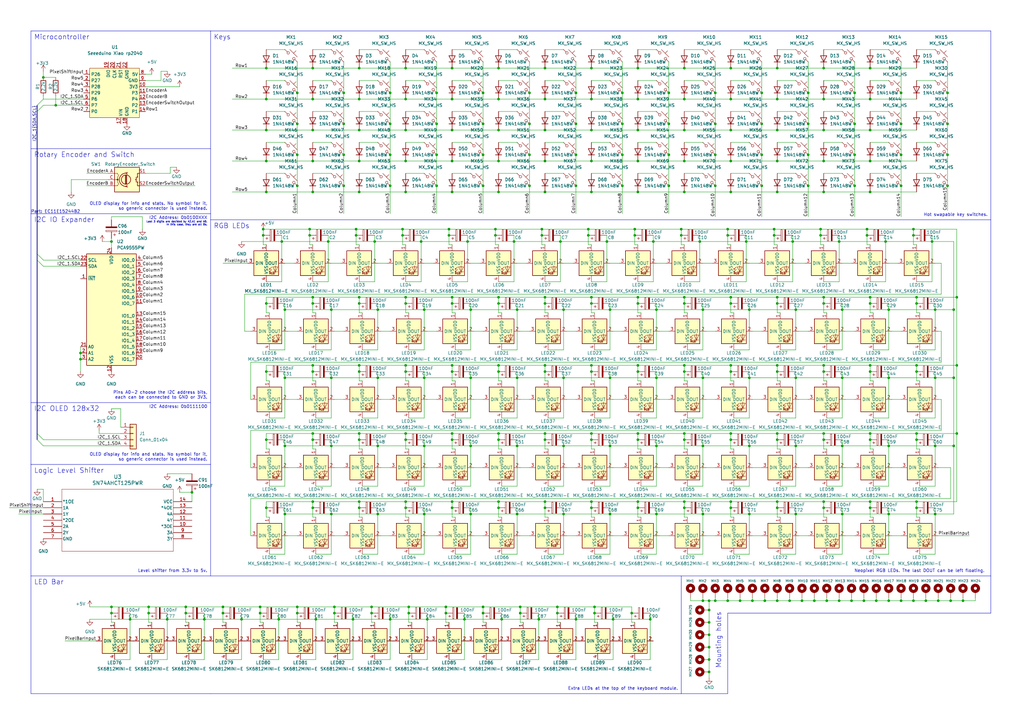
<source format=kicad_sch>
(kicad_sch (version 20231120) (generator "eeschema") (generator_version "8.0")
  (paper "A3")
  (junction (at 242.57 121.92))
  (junction (at 128.27 208.28))
  (junction (at 193.04 182.88))
  (junction (at 121.92 76.2))
  (junction (at 344.17 99.06))
  (junction (at 261.62 177.8))
  (junction (at 280.67 27.94))
  (junction (at 382.27 99.06))
  (junction (at 350.52 76.2))
  (junction (at 135.89 182.88))
  (junction (at 242.57 177.8))
  (junction (at 279.4 96.52))
  (junction (at 242.57 78.74))
  (junction (at 147.32 149.86))
  (junction (at 279.4 93.98))
  (junction (at 147.32 205.74))
  (junction (at 359.41 246.38))
  (junction (at 242.57 152.4))
  (junction (at 394.97 246.38))
  (junction (at 223.52 149.86))
  (junction (at 318.77 177.8))
  (junction (at 147.32 27.94))
  (junction (at 223.52 40.64))
  (junction (at 147.32 180.34))
  (junction (at 223.52 124.46))
  (junction (at 137.16 251.46))
  (junction (at 128.27 205.74))
  (junction (at 308.61 246.38))
  (junction (at 236.22 254))
  (junction (at 220.98 254))
  (junction (at 165.1 96.52))
  (junction (at 140.97 76.2))
  (junction (at 261.62 78.74))
  (junction (at 107.95 93.98))
  (junction (at 128.27 78.74))
  (junction (at 129.54 254))
  (junction (at 160.02 254))
  (junction (at 345.44 182.88))
  (junction (at 274.32 50.8))
  (junction (at 106.68 251.46))
  (junction (at 128.27 27.94))
  (junction (at 250.19 127))
  (junction (at 223.52 177.8))
  (junction (at 255.27 63.5))
  (junction (at 116.84 210.82))
  (junction (at 369.57 246.38))
  (junction (at 280.67 152.4))
  (junction (at 121.92 50.8))
  (junction (at 166.37 152.4))
  (junction (at 165.1 93.98))
  (junction (at 33.02 144.78))
  (junction (at 135.89 154.94))
  (junction (at 212.09 182.88))
  (junction (at 128.27 149.86))
  (junction (at 198.12 248.92))
  (junction (at 167.64 251.46))
  (junction (at 354.33 246.38))
  (junction (at 337.82 78.74))
  (junction (at 204.47 78.74))
  (junction (at 153.67 99.06))
  (junction (at 356.87 149.86))
  (junction (at 166.37 78.74))
  (junction (at 290.83 246.38))
  (junction (at 337.82 152.4))
  (junction (at 185.42 208.28))
  (junction (at 242.57 124.46))
  (junction (at 299.72 66.04))
  (junction (at 290.83 270.51))
  (junction (at 293.37 50.8))
  (junction (at 369.57 63.5))
  (junction (at 205.74 254))
  (junction (at 374.65 93.98))
  (junction (at 350.52 50.8))
  (junction (at 313.69 246.38))
  (junction (at 182.88 248.92))
  (junction (at 193.04 154.94))
  (junction (at 203.2 93.98))
  (junction (at 83.82 254))
  (junction (at 223.52 121.92))
  (junction (at 318.77 121.92))
  (junction (at 236.22 63.5))
  (junction (at 160.02 63.5))
  (junction (at 53.34 254))
  (junction (at 217.17 63.5))
  (junction (at 147.32 124.46))
  (junction (at 212.09 127))
  (junction (at 134.62 99.06))
  (junction (at 223.52 205.74))
  (junction (at 154.94 182.88))
  (junction (at 337.82 53.34))
  (junction (at 261.62 124.46))
  (junction (at 356.87 177.8))
  (junction (at 288.29 154.94))
  (junction (at 388.62 76.2))
  (junction (at 223.52 78.74))
  (junction (at 280.67 40.64))
  (junction (at 204.47 53.34))
  (junction (at 290.83 265.43))
  (junction (at 261.62 53.34))
  (junction (at 318.77 124.46))
  (junction (at 204.47 121.92))
  (junction (at 325.12 99.06))
  (junction (at 179.07 38.1))
  (junction (at 356.87 27.94))
  (junction (at 299.72 180.34))
  (junction (at 137.16 248.92))
  (junction (at 312.42 76.2))
  (junction (at 128.27 124.46))
  (junction (at 337.82 205.74))
  (junction (at 166.37 177.8))
  (junction (at 374.65 246.38))
  (junction (at 45.72 251.46))
  (junction (at 280.67 177.8))
  (junction (at 318.77 208.28))
  (junction (at 274.32 76.2))
  (junction (at 250.19 182.88))
  (junction (at 339.09 246.38))
  (junction (at 369.57 76.2))
  (junction (at 231.14 210.82))
  (junction (at 109.22 152.4))
  (junction (at 261.62 121.92))
  (junction (at 307.34 154.94))
  (junction (at 356.87 40.64))
  (junction (at 299.72 124.46))
  (junction (at 383.54 182.88))
  (junction (at 306.07 99.06))
  (junction (at 331.47 50.8))
  (junction (at 383.54 154.94))
  (junction (at 299.72 205.74))
  (junction (at 109.22 124.46))
  (junction (at 203.2 96.52))
  (junction (at 223.52 66.04))
  (junction (at 236.22 50.8))
  (junction (at 135.89 210.82))
  (junction (at 121.92 38.1))
  (junction (at 355.6 96.52))
  (junction (at 222.25 93.98))
  (junction (at 392.43 149.86))
  (junction (at 375.92 180.34))
  (junction (at 17.78 31.75))
  (junction (at 228.6 251.46))
  (junction (at 166.37 66.04))
  (junction (at 204.47 40.64))
  (junction (at 185.42 78.74))
  (junction (at 217.17 38.1))
  (junction (at 204.47 152.4))
  (junction (at 375.92 177.8))
  (junction (at 331.47 38.1))
  (junction (at 243.84 251.46))
  (junction (at 299.72 149.86))
  (junction (at 336.55 93.98))
  (junction (at 269.24 210.82))
  (junction (at 204.47 205.74))
  (junction (at 280.67 149.86))
  (junction (at 229.87 99.06))
  (junction (at 269.24 154.94))
  (junction (at 173.99 210.82))
  (junction (at 255.27 38.1))
  (junction (at 191.77 99.06))
  (junction (at 121.92 248.92))
  (junction (at 179.07 76.2))
  (junction (at 45.72 248.92))
  (junction (at 260.35 93.98))
  (junction (at 334.01 246.38))
  (junction (at 146.05 93.98))
  (junction (at 269.24 127))
  (junction (at 223.52 180.34))
  (junction (at 185.42 124.46))
  (junction (at 364.49 182.88))
  (junction (at 266.7 254))
  (junction (at 204.47 66.04))
  (junction (at 261.62 205.74))
  (junction (at 384.81 246.38))
  (junction (at 288.29 127))
  (junction (at 109.22 78.74))
  (junction (at 185.42 66.04))
  (junction (at 298.45 246.38))
  (junction (at 106.68 248.92))
  (junction (at 222.25 96.52))
  (junction (at 280.67 121.92))
  (junction (at 364.49 246.38))
  (junction (at 68.58 254))
  (junction (at 160.02 38.1))
  (junction (at 204.47 149.86))
  (junction (at 318.77 149.86))
  (junction (at 364.49 154.94))
  (junction (at 356.87 180.34))
  (junction (at 356.87 78.74))
  (junction (at 274.32 63.5))
  (junction (at 298.45 96.52))
  (junction (at 60.96 251.46))
  (junction (at 236.22 38.1))
  (junction (at 318.77 66.04))
  (junction (at 251.46 254))
  (junction (at 391.16 154.94))
  (junction (at 116.84 182.88))
  (junction (at 290.83 250.19))
  (junction (at 350.52 63.5))
  (junction (at 344.17 246.38))
  (junction (at 299.72 78.74))
  (junction (at 179.07 50.8))
  (junction (at 152.4 248.92))
  (junction (at 160.02 76.2))
  (junction (at 204.47 208.28))
  (junction (at 166.37 149.86))
  (junction (at 290.83 275.59))
  (junction (at 241.3 93.98))
  (junction (at 331.47 76.2))
  (junction (at 392.43 121.92))
  (junction (at 167.64 248.92))
  (junction (at 182.88 251.46))
  (junction (at 374.65 96.52))
  (junction (at 318.77 246.38))
  (junction (at 154.94 127))
  (junction (at 307.34 182.88))
  (junction (at 185.42 152.4))
  (junction (at 379.73 246.38))
  (junction (at 76.2 251.46))
  (junction (at 128.27 40.64))
  (junction (at 241.3 96.52))
  (junction (at 267.97 99.06))
  (junction (at 173.99 182.88))
  (junction (at 213.36 248.92))
  (junction (at 290.83 255.27))
  (junction (at 190.5 254))
  (junction (at 147.32 40.64))
  (junction (at 179.07 63.5))
  (junction (at 204.47 27.94))
  (junction (at 128.27 53.34))
  (junction (at 146.05 96.52))
  (junction (at 255.27 76.2))
  (junction (at 166.37 208.28))
  (junction (at 185.42 53.34))
  (junction (at 356.87 53.34))
  (junction (at 223.52 53.34))
  (junction (at 109.22 180.34))
  (junction (at 193.04 127))
  (junction (at 261.62 152.4))
  (junction (at 172.72 99.06))
  (junction (at 116.84 127))
  (junction (at 337.82 149.86))
  (junction (at 288.29 210.82))
  (junction (at 288.29 182.88))
  (junction (at 383.54 210.82))
  (junction (at 114.3 254))
  (junction (at 307.34 210.82))
  (junction (at 326.39 182.88))
  (junction (at 223.52 27.94))
  (junction (at 242.57 27.94))
  (junction (at 185.42 177.8))
  (junction (at 140.97 63.5))
  (junction (at 128.27 180.34))
  (junction (at 323.85 246.38))
  (junction (at 166.37 27.94))
  (junction (at 91.44 248.92))
  (junction (at 128.27 121.92))
  (junction (at 217.17 76.2))
  (junction (at 115.57 99.06))
  (junction (at 231.14 182.88))
  (junction (at 337.82 66.04))
  (junction (at 250.19 210.82))
  (junction (at 107.95 96.52))
  (junction (at 259.08 251.46))
  (junction (at 293.37 246.38))
  (junction (at 375.92 208.28))
  (junction (at 388.62 38.1))
  (junction (at 388.62 50.8))
  (junction (at 299.72 177.8))
  (junction (at 383.54 127))
  (junction (at 213.36 251.46))
  (junction (at 331.47 63.5))
  (junction (at 242.57 40.64))
  (junction (at 91.44 251.46))
  (junction (at 243.84 248.92))
  (junction (at 337.82 208.28))
  (junction (at 337.82 121.92))
  (junction (at 375.92 152.4))
  (junction (at 45.72 99.06))
  (junction (at 307.34 127))
  (junction (at 185.42 180.34))
  (junction (at 242.57 208.28))
  (junction (at 299.72 121.92))
  (junction (at 127 96.52))
  (junction (at 318.77 78.74))
  (junction (at 147.32 78.74))
  (junction (at 204.47 180.34))
  (junction (at 128.27 66.04))
  (junction (at 127 93.98))
  (junction (at 212.09 154.94))
  (junction (at 326.39 154.94))
  (junction (at 154.94 154.94))
  (junction (at 248.92 99.06))
  (junction (at 147.32 177.8))
  (junction (at 166.37 121.92))
  (junction (at 185.42 205.74))
  (junction (at 369.57 38.1))
  (junction (at 312.42 50.8))
  (junction (at 185.42 40.64))
  (junction (at 299.72 208.28))
  (junction (at 363.22 99.06))
  (junction (at 318.77 40.64))
  (junction (at 184.15 96.52))
  (junction (at 280.67 205.74))
  (junction (at 326.39 210.82))
  (junction (at 198.12 38.1))
  (junction (at 185.42 121.92))
  (junction (at 261.62 40.64))
  (junction (at 356.87 205.74))
  (junction (at 242.57 66.04))
  (junction (at 204.47 177.8))
  (junction (at 166.37 124.46))
  (junction (at 345.44 127))
  (junction (at 242.57 205.74))
  (junction (at 355.6 93.98))
  (junction (at 210.82 99.06))
  (junction (at 280.67 78.74))
  (junction (at 121.92 63.5))
  (junction (at 140.97 38.1))
  (junction (at 293.37 76.2))
  (junction (at 166.37 205.74))
  (junction (at 318.77 27.94))
  (junction (at 204.47 124.46))
  (junction (at 287.02 99.06))
  (junction (at 140.97 50.8))
  (junction (at 389.89 246.38))
  (junction (at 166.37 40.64))
  (junction (at 152.4 251.46))
  (junction (at 391.16 182.88))
  (junction (at 147.32 208.28))
  (junction (at 303.53 246.38))
  (junction (at 217.17 50.8))
  (junction (at 109.22 66.04))
  (junction (at 160.02 50.8))
  (junction (at 261.62 27.94))
  (junction (at 317.5 93.98))
  (junction (at 261.62 149.86))
  (junction (at 350.52 38.1))
  (junction (at 375.92 149.86))
  (junction (at 173.99 127))
  (junction (at 173.99 154.94))
  (junction (at 147.32 121.92))
  (junction (at 242.57 53.34))
  (junction (at 147.32 66.04))
  (junction (at 147.32 152.4))
  (junction (at 198.12 63.5))
  (junction (at 375.92 121.92))
  (junction (at 166.37 180.34))
  (junction (at 236.22 76.2))
  (junction (at 337.82 124.46))
  (junction (at 116.84 154.94))
  (junction (at 223.52 152.4))
  (junction (at 185.42 149.86))
  (junction (at 274.32 38.1))
  (junction (at 312.42 63.5))
  (junction (at 184.15 93.98))
  (junction (at 255.27 50.8))
  (junction (at 261.62 180.34))
  (junction (at 288.29 246.38))
  (junction (at 336.55 96.52))
  (junction (at 318.77 53.34))
  (junction (at 280.67 66.04))
  (junction (at 60.96 248.92))
  (junction (at 356.87 66.04))
  (junction (at 185.42 27.94))
  (junction (at 280.67 180.34))
  (junction (at 318.77 152.4))
  (junction (at 261.62 66.04))
  (junction (at 326.39 127))
  (junction (at 154.94 210.82))
  (junction (at 242.57 180.34))
  (junction (at 22.86 43.18))
  (junction (at 318.77 180.34))
  (junction (at 175.26 254))
  (junction (at 328.93 246.38))
  (junction (at 147.32 53.34))
  (junction (at 299.72 152.4))
  (junction (at 356.87 208.28))
  (junction (at 337.82 40.64))
  (junction (at 121.92 251.46))
  (junction (at 392.43 177.8))
  (junction (at 128.27 152.4))
  (junction (at 109.22 27.94))
  (junction (at 356.87 124.46))
  (junction (at 198.12 76.2))
  (junction (at 212.09 210.82))
  (junction (at 128.27 177.8))
  (junction (at 318.77 205.74))
  (junction (at 198.12 251.46))
  (junction (at 345.44 210.82))
  (junction (at 345.44 154.94))
  (junction (at 135.89 127))
  (junction (at 356.87 152.4))
  (junction (at 166.37 53.34))
  (junction (at 144.78 254))
  (junction (at 99.06 254))
  (junction (at 109.22 40.64))
  (junction (at 280.67 53.34))
  (junction (at 391.16 127))
  (junction (at 109.22 53.34))
  (junction (at 317.5 96.52))
  (junction (at 261.62 208.28))
  (junction (at 364.49 210.82))
  (junction (at 299.72 27.94))
  (junction (at 223.52 208.28))
  (junction (at 299.72 40.64))
  (junction (at 349.25 246.38))
  (junction (at 280.67 208.28))
  (junction (at 337.82 177.8))
  (junction (at 298.45 93.98))
  (junction (at 250.19 154.94))
  (junction (at 228.6 248.92))
  (junction (at 78.74 201.93))
  (junction (at 76.2 248.92))
  (junction (at 198.12 50.8))
  (junction (at 337.82 180.34))
  (junction (at 356.87 121.92))
  (junction (at 269.24 182.88))
  (junction (at 312.42 38.1))
  (junction (at 299.72 53.34))
  (junction (at 293.37 38.1))
  (junction (at 260.35 96.52))
  (junction (at 375.92 124.46))
  (junction (at 242.57 149.86))
  (junction (at 193.04 210.82))
  (junction (at 280.67 124.46))
  (junction (at 337.82 27.94))
  (junction (at 364.49 127))
  (junction (at 109.22 208.28))
  (junction (at 231.14 154.94))
  (junction (at 231.14 127))
  (junction (at 33.02 147.32))
  (junction (at 293.37 63.5))
  (junction (at 290.83 260.35))
  (junction (at 375.92 205.74))
  (junction (at 369.57 50.8))
  (junction (at 388.62 63.5))
  (bus_entry (at 15.24 106.68) (size 2.54 2.54))
  (bus_entry (at 15.24 180.34) (size 2.54 2.54))
  (bus_entry (at 15.24 45.72) (size 2.54 -2.54))
  (bus_entry (at 15.24 104.14) (size 2.54 2.54))
  (bus_entry (at 15.24 177.8) (size 2.54 2.54))
  (bus_entry (at 15.24 43.18) (size 2.54 -2.54))
  (wire (pts (xy 231.14 127) (xy 231.14 143.51)))
  (wire (pts (xy 198.12 255.27) (xy 199.39 255.27)))
  (wire (pts (xy 128.27 53.34) (xy 147.32 53.34)))
  (wire (pts (xy 350.52 63.5) (xy 350.52 76.2)))
  (wire (pts (xy 242.57 184.15) (xy 243.84 184.15)))
  (wire (pts (xy 140.97 87.63) (xy 140.97 76.2)))
  (wire (pts (xy 160.02 38.1) (xy 160.02 50.8)))
  (wire (pts (xy 114.3 254) (xy 129.54 254)))
  (wire (pts (xy 144.78 270.51) (xy 138.43 270.51)))
  (wire (pts (xy 109.22 121.92) (xy 128.27 121.92)))
  (wire (pts (xy 313.69 246.38) (xy 318.77 246.38)))
  (wire (pts (xy 328.93 246.38) (xy 334.01 246.38)))
  (wire (pts (xy 242.57 53.34) (xy 261.62 53.34)))
  (wire (pts (xy 261.62 212.09) (xy 262.89 212.09)))
  (wire (pts (xy 269.24 127) (xy 269.24 143.51)))
  (wire (pts (xy 102.87 204.47) (xy 102.87 219.71)))
  (wire (pts (xy 213.36 248.92) (xy 228.6 248.92)))
  (wire (pts (xy 259.08 251.46) (xy 259.08 255.27)))
  (wire (pts (xy 250.19 208.28) (xy 250.19 210.82)))
  (wire (pts (xy 231.14 208.28) (xy 231.14 210.82)))
  (wire (pts (xy 308.61 191.77) (xy 312.42 191.77)))
  (wire (pts (xy 386.08 148.59) (xy 102.87 148.59)))
  (polyline (pts (xy 86.36 284.48) (xy 279.4 284.48)))
  (wire (pts (xy 45.72 99.06) (xy 45.72 101.6)))
  (wire (pts (xy 147.32 27.94) (xy 166.37 27.94)))
  (wire (pts (xy 198.12 50.8) (xy 198.12 63.5)))
  (wire (pts (xy 337.82 40.64) (xy 356.87 40.64)))
  (wire (pts (xy 231.14 143.51) (xy 224.79 143.51)))
  (wire (pts (xy 210.82 99.06) (xy 210.82 115.57)))
  (wire (pts (xy 134.62 115.57) (xy 128.27 115.57)))
  (wire (pts (xy 228.6 251.46) (xy 228.6 255.27)))
  (polyline (pts (xy 86.36 87.63) (xy 86.36 12.7)))
  (wire (pts (xy 17.78 180.34) (xy 49.53 180.34)))
  (wire (pts (xy 166.37 58.42) (xy 173.99 58.42)))
  (wire (pts (xy 166.37 180.34) (xy 166.37 184.15)))
  (wire (pts (xy 382.27 115.57) (xy 375.92 115.57)))
  (wire (pts (xy 243.84 255.27) (xy 245.11 255.27)))
  (wire (pts (xy 175.26 270.51) (xy 168.91 270.51)))
  (wire (pts (xy 337.82 208.28) (xy 337.82 212.09)))
  (wire (pts (xy 231.14 182.88) (xy 231.14 199.39)))
  (wire (pts (xy 365.76 219.71) (xy 369.57 219.71)))
  (wire (pts (xy 147.32 58.42) (xy 154.94 58.42)))
  (wire (pts (xy 182.88 251.46) (xy 182.88 255.27)))
  (wire (pts (xy 356.87 58.42) (xy 364.49 58.42)))
  (wire (pts (xy 193.04 71.12) (xy 185.42 71.12)))
  (wire (pts (xy 106.68 255.27) (xy 107.95 255.27)))
  (wire (pts (xy 242.57 40.64) (xy 261.62 40.64)))
  (wire (pts (xy 193.04 210.82) (xy 212.09 210.82)))
  (wire (pts (xy 147.32 121.92) (xy 166.37 121.92)))
  (wire (pts (xy 383.54 152.4) (xy 383.54 154.94)))
  (wire (pts (xy 261.62 58.42) (xy 269.24 58.42)))
  (wire (pts (xy 307.34 208.28) (xy 307.34 210.82)))
  (wire (pts (xy 345.44 154.94) (xy 345.44 171.45)))
  (wire (pts (xy 166.37 33.02) (xy 173.99 33.02)))
  (wire (pts (xy 280.67 78.74) (xy 299.72 78.74)))
  (wire (pts (xy 107.95 96.52) (xy 107.95 100.33)))
  (wire (pts (xy 250.19 180.34) (xy 250.19 182.88)))
  (wire (pts (xy 251.46 254) (xy 251.46 270.51)))
  (wire (pts (xy 212.09 180.34) (xy 212.09 182.88)))
  (wire (pts (xy 363.22 99.06) (xy 382.27 99.06)))
  (wire (pts (xy 223.52 212.09) (xy 224.79 212.09)))
  (wire (pts (xy 346.71 191.77) (xy 350.52 191.77)))
  (wire (pts (xy 293.37 38.1) (xy 293.37 25.4)))
  (wire (pts (xy 213.36 163.83) (xy 217.17 163.83)))
  (wire (pts (xy 212.09 182.88) (xy 212.09 199.39)))
  (wire (pts (xy 204.47 33.02) (xy 212.09 33.02)))
  (wire (pts (xy 59.69 71.12) (xy 69.85 71.12)))
  (wire (pts (xy 153.67 99.06) (xy 153.67 115.57)))
  (polyline (pts (xy 406.4 251.46) (xy 406.4 236.22)))
  (wire (pts (xy 83.82 254) (xy 83.82 270.51)))
  (wire (pts (xy 212.09 20.32) (xy 204.47 20.32)))
  (wire (pts (xy 345.44 45.72) (xy 337.82 45.72)))
  (wire (pts (xy 147.32 78.74) (xy 166.37 78.74)))
  (wire (pts (xy 288.29 245.11) (xy 288.29 246.38)))
  (wire (pts (xy 100.33 120.65) (xy 100.33 135.89)))
  (wire (pts (xy 212.09 154.94) (xy 212.09 171.45)))
  (wire (pts (xy 325.12 115.57) (xy 318.77 115.57)))
  (wire (pts (xy 375.92 177.8) (xy 392.43 177.8)))
  (wire (pts (xy 356.87 152.4) (xy 356.87 156.21)))
  (wire (pts (xy 204.47 124.46) (xy 204.47 128.27)))
  (wire (pts (xy 266.7 251.46) (xy 266.7 254)))
  (wire (pts (xy 109.22 177.8) (xy 128.27 177.8)))
  (wire (pts (xy 147.32 149.86) (xy 147.32 152.4)))
  (wire (pts (xy 107.95 93.98) (xy 127 93.98)))
  (wire (pts (xy 356.87 66.04) (xy 375.92 66.04)))
  (wire (pts (xy 337.82 177.8) (xy 356.87 177.8)))
  (wire (pts (xy 128.27 128.27) (xy 129.54 128.27)))
  (wire (pts (xy 144.78 254) (xy 160.02 254)))
  (wire (pts (xy 261.62 205.74) (xy 261.62 208.28)))
  (wire (pts (xy 287.02 96.52) (xy 287.02 99.06)))
  (wire (pts (xy 364.49 143.51) (xy 358.14 143.51)))
  (wire (pts (xy 185.42 121.92) (xy 204.47 121.92)))
  (wire (pts (xy 213.36 191.77) (xy 217.17 191.77)))
  (wire (pts (xy 116.84 227.33) (xy 110.49 227.33)))
  (wire (pts (xy 312.42 76.2) (xy 312.42 88.9)))
  (wire (pts (xy 115.57 115.57) (xy 109.22 115.57)))
  (wire (pts (xy 204.47 78.74) (xy 223.52 78.74)))
  (wire (pts (xy 114.3 254) (xy 114.3 270.51)))
  (wire (pts (xy 193.04 127) (xy 193.04 143.51)))
  (wire (pts (xy 217.17 50.8) (xy 217.17 38.1)))
  (wire (pts (xy 337.82 128.27) (xy 339.09 128.27)))
  (wire (pts (xy 144.78 251.46) (xy 144.78 254)))
  (wire (pts (xy 185.42 180.34) (xy 185.42 184.15)))
  (wire (pts (xy 299.72 121.92) (xy 299.72 124.46)))
  (wire (pts (xy 356.87 121.92) (xy 375.92 121.92)))
  (wire (pts (xy 261.62 121.92) (xy 261.62 124.46)))
  (wire (pts (xy 222.25 93.98) (xy 222.25 96.52)))
  (wire (pts (xy 269.24 210.82) (xy 288.29 210.82)))
  (polyline (pts (xy 12.7 190.5) (xy 86.36 190.5)))
  (wire (pts (xy 3.81 208.28) (xy 17.78 208.28)))
  (wire (pts (xy 280.67 152.4) (xy 280.67 156.21)))
  (wire (pts (xy 223.52 177.8) (xy 223.52 180.34)))
  (wire (pts (xy 127 96.52) (xy 127 100.33)))
  (wire (pts (xy 318.77 66.04) (xy 337.82 66.04)))
  (wire (pts (xy 359.41 246.38) (xy 364.49 246.38)))
  (wire (pts (xy 318.77 53.34) (xy 337.82 53.34)))
  (polyline (pts (xy 86.36 87.63) (xy 86.36 190.5)))
  (wire (pts (xy 337.82 121.92) (xy 356.87 121.92)))
  (wire (pts (xy 116.84 127) (xy 116.84 143.51)))
  (wire (pts (xy 204.47 152.4) (xy 204.47 156.21)))
  (wire (pts (xy 374.65 93.98) (xy 374.65 96.52)))
  (wire (pts (xy 204.47 180.34) (xy 204.47 184.15)))
  (wire (pts (xy 204.47 149.86) (xy 223.52 149.86)))
  (wire (pts (xy 35.56 71.12) (xy 44.45 71.12)))
  (wire (pts (xy 156.21 191.77) (xy 160.02 191.77)))
  (wire (pts (xy 317.5 93.98) (xy 317.5 96.52)))
  (wire (pts (xy 165.1 100.33) (xy 166.37 100.33)))
  (wire (pts (xy 250.19 127) (xy 250.19 143.51)))
  (wire (pts (xy 383.54 20.32) (xy 375.92 20.32)))
  (wire (pts (xy 160.02 25.4) (xy 160.02 38.1)))
  (wire (pts (xy 364.49 171.45) (xy 358.14 171.45)))
  (wire (pts (xy 290.83 265.43) (xy 290.83 270.51)))
  (wire (pts (xy 116.84 154.94) (xy 116.84 171.45)))
  (wire (pts (xy 326.39 180.34) (xy 326.39 182.88)))
  (wire (pts (xy 147.32 156.21) (xy 148.59 156.21)))
  (wire (pts (xy 298.45 245.11) (xy 298.45 246.38)))
  (wire (pts (xy 325.12 99.06) (xy 325.12 115.57)))
  (wire (pts (xy 95.25 66.04) (xy 109.22 66.04)))
  (wire (pts (xy 250.19 127) (xy 269.24 127)))
  (wire (pts (xy 269.24 171.45) (xy 262.89 171.45)))
  (wire (pts (xy 261.62 156.21) (xy 262.89 156.21)))
  (wire (pts (xy 166.37 212.09) (xy 167.64 212.09)))
  (wire (pts (xy 345.44 152.4) (xy 345.44 154.94)))
  (wire (pts (xy 243.84 248.92) (xy 243.84 251.46)))
  (wire (pts (xy 204.47 58.42) (xy 212.09 58.42)))
  (wire (pts (xy 391.16 154.94) (xy 391.16 182.88)))
  (wire (pts (xy 36.83 248.92) (xy 45.72 248.92)))
  (wire (pts (xy 137.16 248.92) (xy 152.4 248.92)))
  (wire (pts (xy 116.84 127) (xy 135.89 127)))
  (wire (pts (xy 293.37 246.38) (xy 298.45 246.38)))
  (wire (pts (xy 229.87 96.52) (xy 229.87 99.06)))
  (wire (pts (xy 205.74 270.51) (xy 199.39 270.51)))
  (wire (pts (xy 269.24 20.32) (xy 261.62 20.32)))
  (wire (pts (xy 193.04 45.72) (xy 185.42 45.72)))
  (wire (pts (xy 388.62 63.5) (xy 388.62 76.2)))
  (wire (pts (xy 261.62 152.4) (xy 261.62 156.21)))
  (wire (pts (xy 45.72 88.9) (xy 45.72 90.17)))
  (wire (pts (xy 135.89 71.12) (xy 128.27 71.12)))
  (wire (pts (xy 391.16 127) (xy 391.16 99.06)))
  (wire (pts (xy 228.6 255.27) (xy 229.87 255.27)))
  (wire (pts (xy 307.34 210.82) (xy 326.39 210.82)))
  (wire (pts (xy 383.54 180.34) (xy 383.54 182.88)))
  (wire (pts (xy 106.68 248.92) (xy 121.92 248.92)))
  (wire (pts (xy 250.19 227.33) (xy 243.84 227.33)))
  (wire (pts (xy 325.12 96.52) (xy 325.12 99.06)))
  (wire (pts (xy 91.44 107.95) (xy 101.6 107.95)))
  (wire (pts (xy 147.32 177.8) (xy 147.32 180.34)))
  (wire (pts (xy 109.22 58.42) (xy 116.84 58.42)))
  (wire (pts (xy 336.55 96.52) (xy 336.55 100.33)))
  (wire (pts (xy 375.92 149.86) (xy 392.43 149.86)))
  (wire (pts (xy 374.65 93.98) (xy 392.43 93.98)))
  (wire (pts (xy 128.27 205.74) (xy 147.32 205.74)))
  (wire (pts (xy 325.12 99.06) (xy 344.17 99.06)))
  (polyline (pts (xy 12.7 12.7) (xy 12.7 87.63)))
  (wire (pts (xy 386.08 107.95) (xy 383.54 107.95)))
  (wire (pts (xy 53.34 270.51) (xy 46.99 270.51)))
  (wire (pts (xy 76.2 251.46) (xy 76.2 255.27)))
  (wire (pts (xy 203.2 93.98) (xy 203.2 96.52)))
  (wire (pts (xy 356.87 205.74) (xy 356.87 208.28)))
  (wire (pts (xy 212.09 71.12) (xy 204.47 71.12)))
  (wire (pts (xy 128.27 177.8) (xy 147.32 177.8)))
  (wire (pts (xy 383.54 199.39) (xy 377.19 199.39)))
  (wire (pts (xy 289.56 191.77) (xy 293.37 191.77)))
  (wire (pts (xy 242.57 208.28) (xy 242.57 212.09)))
  (wire (pts (xy 167.64 248.92) (xy 182.88 248.92)))
  (wire (pts (xy 135.89 227.33) (xy 129.54 227.33)))
  (wire (pts (xy 135.89 210.82) (xy 154.94 210.82)))
  (wire (pts (xy 344.17 245.11) (xy 344.17 246.38)))
  (wire (pts (xy 331.47 50.8) (xy 331.47 38.1)))
  (wire (pts (xy 83.82 251.46) (xy 83.82 254)))
  (wire (pts (xy 269.24 152.4) (xy 269.24 154.94)))
  (wire (pts (xy 135.89 20.32) (xy 128.27 20.32)))
  (wire (pts (xy 306.07 115.57) (xy 299.72 115.57)))
  (wire (pts (xy 223.52 58.42) (xy 231.14 58.42)))
  (wire (pts (xy 236.22 254) (xy 236.22 270.51)))
  (wire (pts (xy 59.69 30.48) (xy 62.23 30.48)))
  (wire (pts (xy 299.72 205.74) (xy 318.77 205.74)))
  (wire (pts (xy 220.98 254) (xy 236.22 254)))
  (wire (pts (xy 160.02 270.51) (xy 153.67 270.51)))
  (wire (pts (xy 121.92 50.8) (xy 121.92 63.5)))
  (wire (pts (xy 312.42 38.1) (xy 312.42 50.8)))
  (wire (pts (xy 190.5 254) (xy 190.5 270.51)))
  (wire (pts (xy 109.22 205.74) (xy 109.22 208.28)))
  (wire (pts (xy 299.72 53.34) (xy 318.77 53.34)))
  (wire (pts (xy 391.16 210.82) (xy 383.54 210.82)))
  (wire (pts (xy 198.12 63.5) (xy 198.12 76.2)))
  (wire (pts (xy 228.6 248.92) (xy 243.84 248.92)))
  (wire (pts (xy 212.09 107.95) (xy 215.9 107.95)))
  (wire (pts (xy 261.62 33.02) (xy 269.24 33.02)))
  (wire (pts (xy 137.16 135.89) (xy 140.97 135.89)))
  (wire (pts (xy 280.67 27.94) (xy 299.72 27.94)))
  (wire (pts (xy 250.19 154.94) (xy 250.19 171.45)))
  (wire (pts (xy 251.46 135.89) (xy 255.27 135.89)))
  (wire (pts (xy 318.77 205.74) (xy 318.77 208.28)))
  (wire (pts (xy 212.09 227.33) (xy 205.74 227.33)))
  (wire (pts (xy 147.32 128.27) (xy 148.59 128.27)))
  (wire (pts (xy 109.22 152.4) (xy 109.22 156.21)))
  (wire (pts (xy 312.42 50.8) (xy 312.42 63.5)))
  (wire (pts (xy 166.37 121.92) (xy 166.37 124.46)))
  (wire (pts (xy 293.37 245.11) (xy 293.37 246.38)))
  (wire (pts (xy 175.26 254) (xy 175.26 270.51)))
  (wire (pts (xy 280.67 177.8) (xy 299.72 177.8)))
  (wire (pts (xy 350.52 38.1) (xy 350.52 50.8)))
  (wire (pts (xy 137.16 255.27) (xy 138.43 255.27)))
  (wire (pts (xy 147.32 124.46) (xy 147.32 128.27)))
  (wire (pts (xy 166.37 208.28) (xy 166.37 212.09)))
  (wire (pts (xy 128.27 177.8) (xy 128.27 180.34)))
  (wire (pts (xy 116.84 208.28) (xy 116.84 210.82)))
  (wire (pts (xy 185.42 149.86) (xy 204.47 149.86)))
  (wire (pts (xy 33.02 147.32) (xy 33.02 152.4)))
  (wire (pts (xy 203.2 96.52) (xy 203.2 100.33)))
  (wire (pts (xy 327.66 191.77) (xy 331.47 191.77)))
  (wire (pts (xy 116.84 180.34) (xy 116.84 182.88)))
  (wire (pts (xy 223.52 40.64) (xy 242.57 40.64)))
  (wire (pts (xy 326.39 227.33) (xy 320.04 227.33)))
  (wire (pts (xy 109.22 180.34) (xy 109.22 184.15)))
  (wire (pts (xy 204.47 40.64) (xy 223.52 40.64)))
  (wire (pts (xy 251.46 251.46) (xy 251.46 254)))
  (wire (pts (xy 232.41 219.71) (xy 236.22 219.71)))
  (wire (pts (xy 217.17 38.1) (xy 217.17 25.4)))
  (wire (pts (xy 374.65 100.33) (xy 375.92 100.33)))
  (wire (pts (xy 184.15 93.98) (xy 184.15 96.52)))
  (wire (pts (xy 185.42 33.02) (xy 193.04 33.02)))
  (wire (pts (xy 326.39 127) (xy 326.39 143.51)))
  (wire (pts (xy 205.74 254) (xy 205.74 270.51)))
  (wire (pts (xy 154.94 127) (xy 154.94 143.51)))
  (wire (pts (xy 383.54 71.12) (xy 375.92 71.12)))
  (wire (pts (xy 137.16 248.92) (xy 137.16 251.46)))
  (wire (pts (xy 147.32 212.09) (xy 148.59 212.09)))
  (wire (pts (xy 248.92 99.06) (xy 248.92 115.57)))
  (wire (pts (xy 242.57 205.74) (xy 242.57 208.28)))
  (wire (pts (xy 204.47 212.09) (xy 205.74 212.09)))
  (wire (pts (xy 78.74 201.93) (xy 78.74 205.74)))
  (wire (pts (xy 107.95 100.33) (xy 109.22 100.33)))
  (wire (pts (xy 307.34 143.51) (xy 300.99 143.51)))
  (polyline (pts (xy 279.4 284.48) (xy 279.4 236.22)))
  (wire (pts (xy 364.49 45.72) (xy 356.87 45.72)))
  (wire (pts (xy 193.04 199.39) (xy 186.69 199.39)))
  (wire (pts (xy 389.89 245.11) (xy 389.89 246.38)))
  (wire (pts (xy 384.81 135.89) (xy 386.08 135.89)))
  (wire (pts (xy 231.14 127) (xy 250.19 127)))
  (wire (pts (xy 217.17 63.5) (xy 217.17 76.2)))
  (wire (pts (xy 109.22 208.28) (xy 109.22 212.09)))
  (wire (pts (xy 327.66 163.83) (xy 331.47 163.83)))
  (wire (pts (xy 147.32 33.02) (xy 154.94 33.02)))
  (wire (pts (xy 384.81 191.77) (xy 389.89 191.77)))
  (wire (pts (xy 17.78 109.22) (xy 33.02 109.22)))
  (wire (pts (xy 241.3 93.98) (xy 260.35 93.98)))
  (wire (pts (xy 242.57 121.92) (xy 242.57 124.46)))
  (wire (pts (xy 318.77 156.21) (xy 320.04 156.21)))
  (wire (pts (xy 255.27 87.63) (xy 255.27 76.2)))
  (wire (pts (xy 109.22 78.74) (xy 128.27 78.74)))
  (wire (pts (xy 242.57 156.21) (xy 243.84 156.21)))
  (wire (pts (xy 165.1 93.98) (xy 165.1 96.52)))
  (wire (pts (xy 203.2 100.33) (xy 204.47 100.33)))
  (wire (pts (xy 307.34 182.88) (xy 326.39 182.88)))
  (wire (pts (xy 354.33 246.38) (xy 354.33 245.11)))
  (wire (pts (xy 384.81 246.38) (xy 389.89 246.38)))
  (wire (pts (xy 369.57 38.1) (xy 369.57 25.4)))
  (wire (pts (xy 290.83 270.51) (xy 290.83 275.59)))
  (wire (pts (xy 129.54 254) (xy 129.54 270.51)))
  (wire (pts (xy 369.57 76.2) (xy 369.57 63.5)))
  (wire (pts (xy 118.11 191.77) (xy 121.92 191.77)))
  (wire (pts (xy 289.56 135.89) (xy 293.37 135.89)))
  (wire (pts (xy 299.72 40.64) (xy 318.77 40.64)))
  (wire (pts (xy 17.78 182.88) (xy 49.53 182.88)))
  (wire (pts (xy 185.42 149.86) (xy 185.42 152.4)))
  (wire (pts (xy 250.19 154.94) (xy 269.24 154.94)))
  (wire (pts (xy 190.5 254) (xy 205.74 254)))
  (wire (pts (xy 223.52 205.74) (xy 223.52 208.28)))
  (wire (pts (xy 356.87 53.34) (xy 375.92 53.34)))
  (wire (pts (xy 288.29 171.45) (xy 281.94 171.45)))
  (wire (pts (xy 116.84 143.51) (xy 110.49 143.51)))
  (wire (pts (xy 154.94 152.4) (xy 154.94 154.94)))
  (wire (pts (xy 288.29 210.82) (xy 307.34 210.82)))
  (wire (pts (xy 308.61 219.71) (xy 312.42 219.71)))
  (wire (pts (xy 135.89 210.82) (xy 135.89 227.33)))
  (wire (pts (xy 288.29 45.72) (xy 280.67 45.72)))
  (wire (pts (xy 307.34 71.12) (xy 299.72 71.12)))
  (wire (pts (xy 205.74 251.46) (xy 205.74 254)))
  (wire (pts (xy 356.87 180.34) (xy 356.87 184.15)))
  (wire (pts (xy 229.87 99.06) (xy 248.92 99.06)))
  (polyline (pts (xy 12.7 87.63) (xy 86.36 87.63)))
  (wire (pts (xy 293.37 76.2) (xy 293.37 63.5)))
  (wire (pts (xy 115.57 99.06) (xy 115.57 115.57)))
  (wire (pts (xy 173.99 154.94) (xy 173.99 171.45)))
  (wire (pts (xy 392.43 149.86) (xy 392.43 177.8)))
  (wire (pts (xy 261.62 27.94) (xy 280.67 27.94)))
  (wire (pts (xy 318.77 184.15) (xy 320.04 184.15)))
  (polyline (pts (xy 279.4 284.48) (xy 298.45 284.48)))
  (wire (pts (xy 102.87 176.53) (xy 386.08 176.53)))
  (wire (pts (xy 266.7 254) (xy 266.7 270.51)))
  (wire (pts (xy 236.22 63.5) (xy 236.22 76.2)))
  (bus (pts (xy 15.24 180.34) (xy 15.24 177.8)))
  (wire (pts (xy 166.37 149.86) (xy 166.37 152.4)))
  (wire (pts (xy 173.99 210.82) (xy 173.99 227.33)))
  (wire (pts (xy 307.34 124.46) (xy 307.34 127)))
  (wire (pts (xy 334.01 246.38) (xy 339.09 246.38)))
  (wire (pts (xy 243.84 248.92) (xy 259.08 248.92)))
  (wire (pts (xy 269.24 182.88) (xy 288.29 182.88)))
  (wire (pts (xy 128.27 208.28) (xy 128.27 212.09)))
  (wire (pts (xy 231.14 227.33) (xy 224.79 227.33)))
  (wire (pts (xy 356.87 156.21) (xy 358.14 156.21)))
  (wire (pts (xy 147.32 152.4) (xy 147.32 156.21)))
  (polyline (pts (xy 406.4 12.7) (xy 406.4 90.17)))
  (wire (pts (xy 318.77 177.8) (xy 318.77 180.34)))
  (wire (pts (xy 269.24 199.39) (xy 262.89 199.39)))
  (wire (pts (xy 147.32 208.28) (xy 147.32 212.09)))
  (wire (pts (xy 166.37 53.34) (xy 185.42 53.34)))
  (wire (pts (xy 223.52 149.86) (xy 242.57 149.86)))
  (wire (pts (xy 288.29 182.88) (xy 307.34 182.88)))
  (wire (pts (xy 185.42 58.42) (xy 193.04 58.42)))
  (wire (pts (xy 307.34 127) (xy 307.34 143.51)))
  (wire (pts (xy 118.11 135.89) (xy 121.92 135.89)))
  (wire (pts (xy 299.72 128.27) (xy 300.99 128.27)))
  (wire (pts (xy 173.99 180.34) (xy 173.99 182.88)))
  (wire (pts (xy 364.49 71.12) (xy 356.87 71.12)))
  (wire (pts (xy 261.62 124.46) (xy 261.62 128.27)))
  (wire (pts (xy 116.84 199.39) (xy 110.49 199.39)))
  (wire (pts (xy 250.19 107.95) (xy 254 107.95)))
  (wire (pts (xy 266.7 270.51) (xy 260.35 270.51)))
  (wire (pts (xy 175.26 254) (xy 190.5 254)))
  (wire (pts (xy 128.27 124.46) (xy 128.27 128.27)))
  (wire (pts (xy 179.07 63.5) (xy 179.07 76.2)))
  (wire (pts (xy 299.72 205.74) (xy 299.72 208.28)))
  (wire (pts (xy 337.82 33.02) (xy 345.44 33.02)))
  (wire (pts (xy 204.47 121.92) (xy 204.47 124.46)))
  (wire (pts (xy 109.22 40.64) (xy 128.27 40.64)))
  (wire (pts (xy 165.1 96.52) (xy 165.1 100.33)))
  (wire (pts (xy 173.99 71.12) (xy 166.37 71.12)))
  (wire (pts (xy 231.14 45.72) (xy 223.52 45.72)))
  (wire (pts (xy 339.09 227.33) (xy 345.44 227.33)))
  (wire (pts (xy 299.72 152.4) (xy 299.72 156.21)))
  (wire (pts (xy 345.44 180.34) (xy 345.44 182.88)))
  (wire (pts (xy 229.87 99.06) (xy 229.87 115.57)))
  (wire (pts (xy 344.17 115.57) (xy 337.82 115.57)))
  (wire (pts (xy 345.44 143.51) (xy 339.09 143.51)))
  (wire (pts (xy 280.67 156.21) (xy 281.94 156.21)))
  (wire (pts (xy 154.94 210.82) (xy 154.94 227.33)))
  (wire (pts (xy 317.5 93.98) (xy 336.55 93.98)))
  (bus (pts (xy 15.24 45.72) (xy 15.24 104.14)))
  (wire (pts (xy 212.09 199.39) (xy 205.74 199.39)))
  (wire (pts (xy 313.69 246.38) (xy 313.69 245.11)))
  (wire (pts (xy 220.98 251.46) (xy 220.98 254)))
  (wire (pts (xy 289.56 163.83) (xy 293.37 163.83)))
  (wire (pts (xy 307.34 107.95) (xy 311.15 107.95)))
  (wire (pts (xy 135.89 199.39) (xy 129.54 199.39)))
  (wire (pts (xy 391.16 182.88) (xy 391.16 210.82)))
  (wire (pts (xy 60.96 251.46) (xy 60.96 255.27)))
  (wire (pts (xy 386.08 135.89) (xy 386.08 148.59)))
  (wire (pts (xy 287.02 99.06) (xy 306.07 99.06)))
  (wire (pts (xy 193.04 124.46) (xy 193.04 127)))
  (wire (pts (xy 182.88 255.27) (xy 184.15 255.27)))
  (wire (pts (xy 185.42 177.8) (xy 185.42 180.34)))
  (wire (pts (xy 102.87 191.77) (xy 102.87 176.53)))
  (wire (pts (xy 116.84 45.72) (xy 109.22 45.72)))
  (wire (pts (xy 375.92 121.92) (xy 392.43 121.92)))
  (wire (pts (xy 345.44 127) (xy 345.44 143.51)))
  (wire (pts (xy 383.54 154.94) (xy 383.54 171.45)))
  (wire (pts (xy 223.52 27.94) (xy 242.57 27.94)))
  (wire (pts (xy 128.27 121.92) (xy 128.27 124.46)))
  (wire (pts (xy 231.14 154.94) (xy 231.14 171.45)))
  (wire (pts (xy 391.16 127) (xy 391.16 154.94)))
  (wire (pts (xy 191.77 99.06) (xy 210.82 99.06)))
  (wire (pts (xy 383.54 227.33) (xy 377.19 227.33)))
  (wire (pts (xy 369.57 50.8) (xy 369.57 38.1)))
  (wire (pts (xy 128.27 121.92) (xy 147.32 121.92)))
  (wire (pts (xy 318.77 245.11) (xy 318.77 246.38)))
  (wire (pts (xy 128.27 156.21) (xy 129.54 156.21)))
  (wire (pts (xy 236.22 87.63) (xy 236.22 76.2)))
  (wire (pts (xy 154.94 143.51) (xy 148.59 143.51)))
  (wire (pts (xy 193.04 154.94) (xy 193.04 171.45)))
  (wire (pts (xy 279.4 100.33) (xy 280.67 100.33)))
  (wire (pts (xy 204.47 177.8) (xy 204.47 180.34)))
  (wire (pts (xy 17.78 106.68) (xy 33.02 106.68)))
  (bus (pts (xy 15.24 106.68) (xy 15.24 177.8)))
  (wire (pts (xy 194.31 163.83) (xy 198.12 163.83)))
  (wire (pts (xy 383.54 124.46) (xy 383.54 127)))
  (wire (pts (xy 298.45 100.33) (xy 299.72 100.33)))
  (wire (pts (xy 236.22 270.51) (xy 229.87 270.51)))
  (wire (pts (xy 198.12 248.92) (xy 198.12 251.46)))
  (wire (pts (xy 204.47 156.21) (xy 205.74 156.21)))
  (wire (pts (xy 166.37 205.74) (xy 166.37 208.28)))
  (polyline (pts (xy 12.7 87.63) (xy 12.7 190.5)))
  (wire (pts (xy 261.62 184.15) (xy 262.89 184.15)))
  (wire (pts (xy 293.37 63.5) (xy 293.37 50.8)))
  (wire (pts (xy 115.57 99.06) (xy 134.62 99.06)))
  (wire (pts (xy 337.82 156.21) (xy 339.09 156.21)))
  (wire (pts (xy 135.89 127) (xy 135.89 143.51)))
  (wire (pts (xy 154.94 107.95) (xy 158.75 107.95)))
  (wire (pts (xy 99.06 254) (xy 99.06 270.51)))
  (wire (pts (xy 212.09 124.46) (xy 212.09 127)))
  (wire (pts (xy 73.66 201.93) (xy 78.74 201.93)))
  (wire (pts (xy 364.49 152.4) (xy 364.49 154.94)))
  (wire (pts (xy 116.84 107.95) (xy 120.65 107.95)))
  (wire (pts (xy 389.89 246.38) (xy 394.97 246.38)))
  (wire (pts (xy 204.47 205.74) (xy 204.47 208.28)))
  (wire (pts (xy 331.47 88.9) (xy 331.47 76.2)))
  (wire (pts (xy 383.54 143.51) (xy 377.19 143.51)))
  (wire (pts (xy 140.97 38.1) (xy 140.97 25.4)))
  (wire (pts (xy 345.44 208.28) (xy 345.44 210.82)))
  (wire (pts (xy 223.52 128.27) (xy 224.79 128.27)))
  (wire (pts (xy 280.67 184.15) (xy 281.94 184.15)))
  (wire (pts (xy 260.35 93.98) (xy 279.4 93.98)))
  (wire (pts (xy 121.92 25.4) (xy 121.92 38.1)))
  (wire (pts (xy 146.05 96.52) (xy 146.05 100.33)))
  (wire (pts (xy 269.24 154.94) (xy 269.24 171.45)))
  (wire (pts (xy 166.37 149.86) (xy 185.42 149.86)))
  (wire (pts (xy 147.32 180.34) (xy 147.32 184.15)))
  (wire (pts (xy 231.14 107.95) (xy 234.95 107.95)))
  (wire (pts (xy 269.24 143.51) (xy 262.89 143.51)))
  (wire (pts (xy 337.82 124.46) (xy 337.82 128.27)))
  (wire (pts (xy 250.19 210.82) (xy 250.19 227.33)))
  (wire (pts (xy 166.37 40.64) (xy 185.42 40.64)))
  (wire (pts (xy 280.67 205.74) (xy 299.72 205.74)))
  (wire (pts (xy 118.11 163.83) (xy 121.92 163.83)))
  (wire (pts (xy 364.49 124.46) (xy 364.49 127)))
  (wire (pts (xy 129.54 251.46) (xy 129.54 254)))
  (wire (pts (xy 102.87 148.59) (xy 102.87 163.83)))
  (wire (pts (xy 242.57 124.46) (xy 242.57 128.27)))
  (wire (pts (xy 375.92 205.74) (xy 392.43 205.74)))
  (wire (pts (xy 349.25 245.11) (xy 349.25 246.38)))
  (wire (pts (xy 280.67 40.64) (xy 299.72 40.64)))
  (wire (pts (xy 248.92 115.57) (xy 242.57 115.57)))
  (wire (pts (xy 392.43 121.92) (xy 392.43 93.98)))
  (wire (pts (xy 283.21 246.38) (xy 283.21 245.11)))
  (wire (pts (xy 173.99 152.4) (xy 173.99 154.94)))
  (wire (pts (xy 288.29 107.95) (xy 292.1 107.95)))
  (wire (pts (xy 290.83 246.38) (xy 293.37 246.38)))
  (wire (pts (xy 250.19 171.45) (xy 243.84 171.45)))
  (wire (pts (xy 318.77 208.28) (xy 318.77 212.09)))
  (wire (pts (xy 76.2 255.27) (xy 77.47 255.27)))
  (wire (pts (xy 318.77 121.92) (xy 337.82 121.92)))
  (wire (pts (xy 400.05 245.11) (xy 400.05 246.38)))
  (wire (pts (xy 345.44 210.82) (xy 364.49 210.82)))
  (wire (pts (xy 267.97 96.52) (xy 267.97 99.06)))
  (wire (pts (xy 231.14 152.4) (xy 231.14 154.94)))
  (wire (pts (xy 326.39 171.45) (xy 320.04 171.45)))
  (wire (pts (xy 391.16 154.94) (xy 383.54 154.94)))
  (wire (pts (xy 364.49 127) (xy 383.54 127)))
  (wire (pts (xy 166.37 184.15) (xy 167.64 184.15)))
  (polyline (pts (xy 86.36 190.5) (xy 86.36 236.22)))
  (wire (pts (xy 269.24 107.95) (xy 273.05 107.95)))
  (wire (pts (xy 299.72 58.42) (xy 307.34 58.42)))
  (wire (pts (xy 147.32 66.04) (xy 166.37 66.04)))
  (wire (pts (xy 250.19 143.51) (xy 243.84 143.51)))
  (wire (pts (xy 109.22 53.34) (xy 128.27 53.34)))
  (wire (pts (xy 251.46 163.83) (xy 255.27 163.83)))
  (wire (pts (xy 231.14 71.12) (xy 223.52 71.12)))
  (wire (pts (xy 210.82 96.52) (xy 210.82 99.06)))
  (wire (pts (xy 95.25 53.34) (xy 109.22 53.34)))
  (wire (pts (xy 339.09 246.38) (xy 344.17 246.38)))
  (wire (pts (xy 326.39 152.4) (xy 326.39 154.94)))
  (wire (pts (xy 121.92 248.92) (xy 137.16 248.92)))
  (wire (pts (xy 135.89 208.28) (xy 135.89 210.82)))
  (wire (pts (xy 185.42 27.94) (xy 204.47 27.94)))
  (wire (pts (xy 307.34 154.94) (xy 326.39 154.94)))
  (wire (pts (xy 307.34 199.39) (xy 300.99 199.39)))
  (wire (pts (xy 172.72 99.06) (xy 172.72 115.57)))
  (wire (pts (xy 114.3 270.51) (xy 107.95 270.51)))
  (wire (pts (xy 185.42 184.15) (xy 186.69 184.15)))
  (wire (pts (xy 121.92 251.46) (xy 121.92 255.27)))
  (wire (pts (xy 26.67 262.89) (xy 39.37 262.89)))
  (wire (pts (xy 173.99 107.95) (xy 177.8 107.95)))
  (wire (pts (xy 269.24 182.88) (xy 269.24 199.39)))
  (wire (pts (xy 293.37 50.8) (xy 293.37 38.1)))
  (wire (pts (xy 250.19 182.88) (xy 269.24 182.88)))
  (wire (pts (xy 384.81 163.83) (xy 386.08 163.83)))
  (wire (pts (xy 154.94 171.45) (xy 148.59 171.45)))
  (wire (pts (xy 222.25 96.52) (xy 222.25 100.33)))
  (wire (pts (xy 242.57 149.86) (xy 261.62 149.86)))
  (wire (pts (xy 44.45 73.66) (xy 29.21 73.66)))
  (wire (pts (xy 274.32 50.8) (xy 274.32 63.5)))
  (wire (pts (xy 99.06 251.46) (xy 99.06 254)))
  (wire (pts (xy 326.39 20.32) (xy 318.77 20.32)))
  (wire (pts (xy 270.51 219.71) (xy 274.32 219.71)))
  (wire (pts (xy 140.97 63.5) (xy 140.97 76.2)))
  (wire (pts (xy 251.46 270.51) (xy 245.11 270.51)))
  (wire (pts (xy 212.09 45.72) (xy 204.47 45.72)))
  (wire (pts (xy 327.66 135.89) (xy 331.47 135.89)))
  (wire (pts (xy 100.33 120.65) (xy 386.08 120.65)))
  (wire (pts (xy 388.62 50.8) (xy 388.62 63.5)))
  (wire (pts (xy 288.29 127) (xy 288.29 143.51)))
  (wire (pts (xy 166.37 121.92) (xy 185.42 121.92)))
  (wire (pts (xy 318.77 27.94) (xy 337.82 27.94)))
  (wire (pts (xy 279.4 93.98) (xy 298.45 93.98)))
  (wire (pts (xy 364.49 210.82) (xy 383.54 210.82)))
  (wire (pts (xy 290.83 250.19) (xy 290.83 255.27)))
  (wire (pts (xy 364.49 127) (xy 364.49 143.51)))
  (wire (pts (xy 269.24 208.28) (xy 269.24 210.82)))
  (wire (pts (xy 337.82 149.86) (xy 337.82 152.4)))
  (wire (pts (xy 299.72 180.34) (xy 299.72 184.15)))
  (wire (pts (xy 173.99 143.51) (xy 167.64 143.51)))
  (wire (pts (xy 334.01 246.38) (xy 334.01 245.11)))
  (wire (pts (xy 280.67 128.27) (xy 281.94 128.27)))
  (wire (pts (xy 121.92 248.92) (xy 121.92 251.46)))
  (wire (pts (xy 175.26 191.77) (xy 179.07 191.77)))
  (wire (pts (xy 337.82 27.94) (xy 356.87 27.94)))
  (wire (pts (xy 337.82 184.15) (xy 339.09 184.15)))
  (polyline (pts (xy 406.4 90.17) (xy 86.36 90.17)))
  (wire (pts (xy 379.73 245.11) (xy 379.73 246.38)))
  (wire (pts (xy 383.54 45.72) (xy 375.92 45.72)))
  (wire (pts (xy 280.67 149.86) (xy 299.72 149.86)))
  (wire (pts (xy 356.87 121.92) (xy 356.87 124.46)))
  (wire (pts (xy 346.71 219.71) (xy 350.52 219.71)))
  (wire (pts (xy 91.44 248.92) (xy 91.44 251.46)))
  (wire (pts (xy 173.99 182.88) (xy 173.99 199.39)))
  (wire (pts (xy 337.82 53.34) (xy 356.87 53.34)))
  (wire (pts (xy 280.67 177.8) (xy 280.67 180.34)))
  (wire (pts (xy 280.67 180.34) (xy 280.67 184.15)))
  (wire (pts (xy 185.42 177.8) (xy 204.47 177.8)))
  (wire (pts (xy 193.04 227.33) (xy 186.69 227.33)))
  (wire (pts (xy 327.66 219.71) (xy 331.47 219.71)))
  (wire (pts (xy 134.62 96.52) (xy 134.62 99.06)))
  (wire (pts (xy 270.51 135.89) (xy 274.32 135.89)))
  (wire (pts (xy 167.64 251.46) (xy 167.64 255.27)))
  (wire (pts (xy 212.09 210.82) (xy 231.14 210.82)))
  (wire (pts (xy 160.02 50.8) (xy 160.02 63.5)))
  (wire (pts (xy 147.32 40.64) (xy 166.37 40.64)))
  (wire (pts (xy 326.39 210.82) (xy 326.39 227.33)))
  (wire (pts (xy 261.62 53.34) (xy 280.67 53.34)))
  (wire (pts (xy 308.61 163.83) (xy 312.42 163.83)))
  (wire (pts (xy 68.58 254) (xy 83.82 254)))
  (wire (pts (xy 154.94 71.12) (xy 147.32 71.12)))
  (wire (pts (xy 115.57 96.52) (xy 115.57 99.06)))
  (wire (pts (xy 356.87 78.74) (xy 375.92 78.74)))
  (wire (pts (xy 17.78 40.64) (xy 34.29 40.64)))
  (polyline (pts (xy 12.7 236.22) (xy 406.4 236.22)))
  (wire (pts (xy 205.74 254) (xy 220.98 254)))
  (wire (pts (xy 345.44 127) (xy 364.49 127)))
  (wire (pts (xy 299.72 208.28) (xy 299.72 212.09)))
  (wire (pts (xy 135.89 154.94) (xy 154.94 154.94)))
  (wire (pts (xy 345.44 182.88) (xy 364.49 182.88)))
  (wire (pts (xy 279.4 93.98) (xy 279.4 96.52)))
  (wire (pts (xy 288.29 71.12) (xy 280.67 71.12)))
  (wire (pts (xy 36.83 254) (xy 53.34 254)))
  (wire (pts (xy 213.36 251.46) (xy 213.36 255.27)))
  (wire (pts (xy 166.37 27.94) (xy 185.42 27.94)))
  (wire (pts (xy 242.57 212.09) (xy 243.84 212.09)))
  (wire (pts (xy 154.94 127) (xy 173.99 127)))
  (wire (pts (xy 147.32 53.34) (xy 166.37 53.34)))
  (wire (pts (xy 337.82 180.34) (xy 337.82 184.15)))
  (wire (pts (xy 345.44 154.94) (xy 364.49 154.94)))
  (wire (pts (xy 255.27 38.1) (xy 255.27 25.4)))
  (wire (pts (xy 109.22 149.86) (xy 128.27 149.86)))
  (wire (pts (xy 317.5 100.33) (xy 318.77 100.33)))
  (wire (pts (xy 173.99 199.39) (xy 167.64 199.39)))
  (wire (pts (xy 106.68 251.46) (xy 106.68 255.27)))
  (wire (pts (xy 166.37 177.8) (xy 166.37 180.34)))
  (wire (pts (xy 166.37 177.8) (xy 185.42 177.8)))
  (wire (pts (xy 375.92 212.09) (xy 377.19 212.09)))
  (wire (pts (xy 356.87 40.64) (xy 375.92 40.64)))
  (wire (pts (xy 356.87 124.46) (xy 356.87 128.27)))
  (wire (pts (xy 128.27 212.09) (xy 129.54 212.09)))
  (wire (pts (xy 255.27 63.5) (xy 255.27 76.2)))
  (wire (pts (xy 49.53 177.8) (xy 40.64 177.8)))
  (wire (pts (xy 260.35 93.98) (xy 260.35 96.52)))
  (wire (pts (xy 140.97 50.8) (xy 140.97 38.1)))
  (wire (pts (xy 251.46 254) (xy 266.7 254)))
  (wire (pts (xy 116.84 210.82) (xy 116.84 227.33)))
  (wire (pts (xy 191.77 115.57) (xy 185.42 115.57)))
  (wire (pts (xy 267.97 99.06) (xy 287.02 99.06)))
  (wire (pts (xy 223.52 177.8) (xy 242.57 177.8)))
  (wire (pts (xy 147.32 177.8) (xy 166.37 177.8)))
  (wire (pts (xy 261.62 40.64) (xy 280.67 40.64)))
  (wire (pts (xy 231.14 210.82) (xy 250.19 210.82)))
  (wire (pts (xy 280.67 124.46) (xy 280.67 128.27)))
  (wire (pts (xy 185.42 205.74) (xy 185.42 208.28)))
  (wire (pts (xy 147.32 205.74) (xy 147.32 208.28)))
  (wire (pts (xy 173.99 127) (xy 173.99 143.51)))
  (wire (pts (xy 91.44 255.27) (xy 92.71 255.27)))
  (wire (pts (xy 66.04 29.21) (xy 68.58 29.21)))
  (wire (pts (xy 166.37 128.27) (xy 167.64 128.27)))
  (wire (pts (xy 128.27 58.42) (xy 135.89 58.42)))
  (wire (pts (xy 326.39 182.88) (xy 326.39 199.39)))
  (wire (pts (xy 154.94 199.39) (xy 148.59 199.39)))
  (wire (pts (xy 261.62 177.8) (xy 261.62 180.34)))
  (wire (pts (xy 261.62 149.86) (xy 280.67 149.86)))
  (wire (pts (xy 326.39 199.39) (xy 320.04 199.39)))
  (wire (pts (xy 17.78 205.74) (xy 17.78 200.66)))
  (wire (pts (xy 365.76 163.83) (xy 369.57 163.83)))
  (wire (pts (xy 204.47 53.34) (xy 223.52 53.34)))
  (wire (pts (xy 45.72 97.79) (xy 45.72 99.06)))
  (wire (pts (xy 242.57 177.8) (xy 261.62 177.8)))
  (wire (pts (xy 7.62 210.82) (xy 17.78 210.82)))
  (wire (pts (xy 250.19 152.4) (xy 250.19 154.94)))
  (wire (pts (xy 299.72 121.92) (xy 318.77 121.92)))
  (wire (pts (xy 323.85 246.38) (xy 328.93 246.38)))
  (wire (pts (xy 250.19 20.32) (xy 242.57 20.32)))
  (wire (pts (xy 326.39 182.88) (xy 345.44 182.88)))
  (wire (pts (xy 17.78 31.75) (xy 22.86 31.75)))
  (wire (pts (xy 179.07 63.5) (xy 179.07 50.8)))
  (wire (pts (xy 365.76 135.89) (xy 369.57 135.89)))
  (wire (pts (xy 190.5 251.46) (xy 190.5 254)))
  (wire (pts (xy 212.09 210.82) (xy 212.09 227.33)))
  (wire (pts (xy 160.02 251.46) (xy 160.02 254)))
  (wire (pts (xy 303.53 246.38) (xy 308.61 246.38)))
  (wire (pts (xy 129.54 270.51) (xy 123.19 270.51)))
  (wire (pts (xy 137.16 219.71) (xy 140.97 219.71)))
  (wire (pts (xy 299.72 124.46) (xy 299.72 128.27)))
  (wire (pts (xy 344.17 246.38) (xy 349.25 246.38)))
  (wire (pts (xy 68.58 254) (xy 68.58 270.51)))
  (wire (pts (xy 156.21 135.89) (xy 160.02 135.89)))
  (wire (pts (xy 307.34 210.82) (xy 307.34 227.33)))
  (wire (pts (xy 369.57 63.5) (xy 369.57 50.8)))
  (wire (pts (xy 135.89 127) (xy 154.94 127)))
  (wire (pts (xy 17.78 40.64) (xy 17.78 39.37)))
  (wire (pts (xy 355.6 93.98) (xy 374.65 93.98)))
  (wire (pts (xy 193.04 182.88) (xy 212.09 182.88)))
  (wire (pts (xy 270.51 191.77) (xy 274.32 191.77)))
  (wire (pts (xy 223.52 184.15) (xy 224.79 184.15)))
  (wire (pts (xy 261.62 180.34) (xy 261.62 184.15)))
  (wire (pts (xy 229.87 115.57) (xy 223.52 115.57)))
  (wire (pts (xy 318.77 124.46) (xy 318.77 128.27)))
  (wire (pts (xy 346.71 163.83) (xy 350.52 163.83)))
  (wire (pts (xy 290.83 275.59) (xy 290.83 278.13)))
  (wire (pts (xy 326.39 210.82) (xy 345.44 210.82)))
  (wire (pts (xy 280.67 149.86) (xy 280.67 152.4)))
  (wire (pts (xy 173.99 171.45) (xy 167.64 171.45)))
  (wire (pts (xy 312.42 63.5) (xy 312.42 76.2)))
  (wire (pts (xy 173.99 227.33) (xy 167.64 227.33)))
  (wire (pts (xy 160.02 254) (xy 160.02 270.51)))
  (wire (pts (xy 134.62 99.06) (xy 134.62 115.57)))
  (wire (pts (xy 59.69 35.56) (xy 73.66 35.56)))
  (wire (pts (xy 308.61 246.38) (xy 313.69 246.38)))
  (wire (pts (xy 173.99 210.82) (xy 193.04 210.82)))
  (wire (pts (xy 165.1 93.98) (xy 184.15 93.98)))
  (wire (pts (xy 267.97 99.06) (xy 267.97 115.57)))
  (wire (pts (xy 179.07 38.1) (xy 179.07 25.4)))
  (wire (pts (xy 147.32 149.86) (xy 166.37 149.86)))
  (wire (pts (xy 135.89 124.46) (xy 135.89 127)))
  (wire (pts (xy 364.49 245.11) (xy 364.49 246.38)))
  (wire (pts (xy 288.29 20.32) (xy 280.67 20.32)))
  (wire (pts (xy 251.46 219.71) (xy 255.27 219.71)))
  (wire (pts (xy 203.2 93.98) (xy 222.25 93.98)))
  (wire (pts (xy 280.67 208.28) (xy 280.67 212.09)))
  (bus (pts (xy 15.24 104.14) (xy 15.24 106.68)))
  (wire (pts (xy 154.94 210.82) (xy 173.99 210.82)))
  (wire (pts (xy 306.07 99.06) (xy 325.12 99.06)))
  (wire (pts (xy 242.57 78.74) (xy 261.62 78.74)))
  (wire (pts (xy 154.94 45.72) (xy 147.32 45.72)))
  (wire (pts (xy 261.62 177.8) (xy 280.67 177.8)))
  (wire (pts (xy 298.45 246.38) (xy 303.53 246.38)))
  (wire (pts (xy 350.52 76.2) (xy 350.52 88.9)))
  (wire (pts (xy 167.64 248.92) (xy 167.64 251.46)))
  (wire (pts (xy 129.54 254) (xy 144.78 254)))
  (wire (pts (xy 394.97 246.38) (xy 400.05 246.38)))
  (wire (pts (xy 242.57 58.42) (xy 250.19 58.42)))
  (wire (pts (xy 293.37 88.9) (xy 293.37 76.2)))
  (wire (pts (xy 326.39 154.94) (xy 326.39 171.45)))
  (wire (pts (xy 255.27 63.5) (xy 255.27 50.8)))
  (wire (pts (xy 231.14 182.88) (xy 250.19 182.88)))
  (wire (pts (xy 269.24 210.82) (xy 269.24 227.33)))
  (wire (pts (xy 269.24 71.12) (xy 261.62 71.12)))
  (wire (pts (xy 374.65 246.38) (xy 379.73 246.38)))
  (wire (pts (xy 109.22 33.02) (xy 116.84 33.02)))
  (wire (pts (xy 317.5 96.52) (xy 317.5 100.33)))
  (wire (pts (xy 307.34 152.4) (xy 307.34 154.94)))
  (wire (pts (xy 369.57 88.9) (xy 369.57 76.2)))
  (wire (pts (xy 318.77 128.27) (xy 320.04 128.27)))
  (wire (pts (xy 134.62 99.06) (xy 153.67 99.06)))
  (wire (pts (xy 53.34 251.46) (xy 53.34 254)))
  (wire (pts (xy 269.24 180.34) (xy 269.24 182.88)))
  (wire (pts (xy 326.39 71.12) (xy 318.77 71.12)))
  (wire (pts (xy 213.36 219.71) (xy 217.17 219.71)))
  (wire (pts (xy 280.67 121.92) (xy 299.72 121.92)))
  (wire (pts (xy 156.21 219.71) (xy 160.02 219.71)))
  (wire (pts (xy 128.27 149.86) (xy 147.32 149.86)))
  (wire (pts (xy 299.72 149.86) (xy 299.72 152.4)))
  (wire (pts (xy 121.92 38.1) (xy 121.92 50.8)))
  (wire (pts (xy 242.57 152.4) (xy 242.57 156.21)))
  (wire (pts (xy 160.02 254) (xy 175.26 254)))
  (wire (pts (xy 363.22 96.52) (xy 363.22 99.06)))
  (wire (pts (xy 137.16 251.46) (xy 137.16 255.27)))
  (wire (pts (xy 154.94 182.88) (xy 173.99 182.88)))
  (wire (pts (xy 308.61 245.11) (xy 308.61 246.38)))
  (wire (pts (xy 280.67 212.09) (xy 281.94 212.09)))
  (wire (pts (xy 185.42 205.74) (xy 204.47 205.74)))
  (wire (pts (xy 152.4 248.92) (xy 152.4 251.46)))
  (wire (pts (xy 274.32 38.1) (xy 274.32 50.8)))
  (wire (pts (xy 17.78 29.21) (xy 17.78 31.75)))
  (wire (pts (xy 116.84 182.88) (xy 116.84 199.39)))
  (wire (pts (xy 383.54 182.88) (xy 383.54 199.39)))
  (wire (pts (xy 223.52 205.74) (xy 242.57 205.74)))
  (wire (pts (xy 389.89 204.47) (xy 102.87 204.47)))
  (wire (pts (xy 288.29 227.33) (xy 281.94 227.33)))
  (wire (pts (xy 392.43 121.92) (xy 392.43 149.86)))
  (wire (pts (xy 109.22 128.27) (xy 110.49 128.27)))
  (wire (pts (xy 29.21 73.66) (xy 29.21 78.74)))
  (wire (pts (xy 299.72 156.21) (xy 300.99 156.21)))
  (wire (pts (xy 391.16 182.88) (xy 383.54 182.88)))
  (polyline (pts (xy 298.45 251.46) (xy 406.4 251.46)))
  (wire (pts (xy 318.77 121.92) (xy 318.77 124.46)))
  (wire (pts (xy 152.4 255.27) (xy 153.67 255.27)))
  (wire (pts (xy 337.82 58.42) (xy 345.44 58.42)))
  (wire (pts (xy 250.19 199.39) (xy 243.84 199.39)))
  (wire (pts (xy 388.62 86.36) (xy 388.62 76.2)))
  (wire (pts (xy 147.32 121.92) (xy 147.32 124.46)))
  (polyline (pts (xy 406.4 236.22) (xy 406.4 90.17)))
  (wire (pts (xy 49.53 167.64) (xy 49.53 175.26)))
  (wire (pts (xy 231.14 124.46) (xy 231.14 127)))
  (wire (pts (xy 154.94 154.94) (xy 154.94 171.45)))
  (wire (pts (xy 318.77 212.09) (xy 320.04 212.09)))
  (wire (pts (xy 223.52 152.4) (xy 223.52 156.21)))
  (wire (pts (xy 198.12 248.92) (xy 213.36 248.92)))
  (wire (pts (xy 128.27 180.34) (xy 128.27 184.15)))
  (wire (pts (xy 204.47 177.8) (xy 223.52 177.8)))
  (wire (pts (xy 288.29 180.34) (xy 288.29 182.88)))
  (wire (pts (xy 223.52 156.21) (xy 224.79 156.21)))
  (wire (pts (xy 166.37 124.46) (xy 166.37 128.27)))
  (wire (pts (xy 106.68 248.92) (xy 106.68 251.46)))
  (wire (pts (xy 250.19 124.46) (xy 250.19 127)))
  (wire (pts (xy 236.22 251.46) (xy 236.22 254)))
  (wire (pts (xy 185.42 78.74) (xy 204.47 78.74)))
  (wire (pts (xy 212.09 127) (xy 231.14 127)))
  (wire (pts (xy 318.77 149.86) (xy 318.77 152.4)))
  (wire (pts (xy 49.53 167.64) (xy 45.72 167.64)))
  (wire (pts (xy 184.15 93.98) (xy 203.2 93.98)))
  (wire (pts (xy 269.24 154.94) (xy 288.29 154.94)))
  (wire (pts (xy 212.09 127) (xy 212.09 143.51)))
  (wire (pts (xy 386.08 107.95) (xy 386.08 120.65)))
  (wire (pts (xy 242.57 180.34) (xy 242.57 184.15)))
  (wire (pts (xy 350.52 50.8) (xy 350.52 63.5)))
  (wire (pts (xy 369.57 245.11) (xy 369.57 246.38)))
  (wire (pts (xy 374.65 245.11) (xy 374.65 246.38)))
  (wire (pts (xy 95.25 27.94) (xy 109.22 27.94)))
  (wire (pts (xy 193.04 143.51) (xy 186.69 143.51)))
  (wire (pts (xy 204.47 184.15) (xy 205.74 184.15)))
  (wire (pts (xy 280.67 121.92) (xy 280.67 124.46)))
  (wire (pts (xy 299.72 27.94) (xy 318.77 27.94)))
  (wire (pts (xy 198.12 25.4) (xy 198.12 38.1)))
  (wire (pts (xy 248.92 99.06) (xy 267.97 99.06)))
  (wire (pts (xy 228.6 248.92) (xy 228.6 251.46)))
  (wire (pts (xy 135.89 143.51) (xy 129.54 143.51)))
  (wire (pts (xy 364.49 199.39) (xy 358.14 199.39)))
  (wire (pts (xy 175.26 163.83) (xy 179.07 163.83)))
  (wire (pts (xy 173.99 154.94) (xy 193.04 154.94)))
  (wire (pts (xy 356.87 149.86) (xy 375.92 149.86)))
  (wire (pts (xy 308.61 135.89) (xy 312.42 135.89)))
  (wire (pts (xy 173.99 45.72) (xy 166.37 45.72)))
  (wire (pts (xy 45.72 88.9) (xy 58.42 88.9)))
  (wire (pts (xy 217.17 87.63) (xy 217.17 76.2)))
  (wire (pts (xy 213.36 135.89) (xy 217.17 135.89)))
  (bus (pts (xy 15.24 43.18) (xy 15.24 45.72)))
  (wire (pts (xy 299.72 66.04) (xy 318.77 66.04)))
  (wire (pts (xy 298.45 96.52) (xy 298.45 100.33)))
  (wire (pts (xy 204.47 208.28) (xy 204.47 212.09)))
  (wire (pts (xy 312.42 25.4) (xy 312.42 38.1)))
  (wire (pts (xy 364.49 154.94) (xy 364.49 171.45)))
  (wire (pts (xy 236.22 254) (xy 251.46 254)))
  (wire (pts (xy 223.52 121.92) (xy 242.57 121.92)))
  (wire (pts (xy 364.49 208.28) (xy 364.49 210.82)))
  (wire (pts (xy 336.55 93.98) (xy 336.55 96.52)))
  (wire (pts (xy 146.05 93.98) (xy 146.05 96.52)))
  (wire (pts (xy 173.99 20.32) (xy 166.37 20.32)))
  (wire (pts (xy 363.22 99.06) (xy 363.22 115.57)))
  (wire (pts (xy 76.2 248.92) (xy 91.44 248.92)))
  (wire (pts (xy 156.21 163.83) (xy 160.02 163.83)))
  (wire (pts (xy 289.56 219.71) (xy 293.37 219.71)))
  (wire (pts (xy 172.72 115.57) (xy 166.37 115.57)))
  (wire (pts (xy 328.93 245.11) (xy 328.93 246.38)))
  (wire (pts (xy 288.29 154.94) (xy 288.29 171.45)))
  (wire (pts (xy 299.72 149.86) (xy 318.77 149.86)))
  (wire (pts (xy 135.89 182.88) (xy 154.94 182.88)))
  (wire (pts (xy 307.34 127) (xy 326.39 127)))
  (wire (pts (xy 213.36 255.27) (xy 214.63 255.27)))
  (wire (pts (xy 331.47 38.1) (xy 331.47 25.4)))
  (wire (pts (xy 356.87 177.8) (xy 356.87 180.34)))
  (wire (pts (xy 127 93.98) (xy 146.05 93.98)))
  (wire (pts (xy 116.84 210.82) (xy 135.89 210.82)))
  (wire (pts (xy 279.4 96.52) (xy 279.4 100.33)))
  (wire (pts (xy 345.44 199.39) (xy 339.09 199.39)))
  (wire (pts (xy 241.3 93.98) (xy 241.3 96.52)))
  (wire (pts (xy 382.27 99.06) (xy 391.16 99.06)))
  (wire (pts (xy 375.92 124.46) (xy 375.92 128.27)))
  (wire (pts (xy 95.25 78.74) (xy 109.22 78.74)))
  (wire (pts (xy 217.17 63.5) (xy 217.17 50.8)))
  (wire (pts (xy 135.89 180.34) (xy 135.89 182.88)))
  (wire (pts (xy 22.86 39.37) (xy 22.86 43.18)))
  (wire (pts (xy 45.72 248.92) (xy 45.72 251.46)))
  (wire (pts (xy 210.82 99.06) (xy 229.87 99.06)))
  (wire (pts (xy 269.24 124.46) (xy 269.24 127)))
  (wire (pts (xy 299.72 177.8) (xy 299.72 180.34)))
  (wire (pts (xy 172.72 99.06) (xy 191.77 99.06)))
  (wire (pts (xy 173.99 127) (xy 193.04 127)))
  (wire (pts (xy 152.4 251.46) (xy 152.4 255.27)))
  (wire (pts (xy 223.52 66.04) (xy 242.57 66.04)))
  (wire (pts (xy 298.45 93.98) (xy 298.45 96.52)))
  (wire (pts (xy 242.57 27.94) (xy 261.62 27.94)))
  (wire (pts (xy 17.78 200.66) (xy 15.24 200.66)))
  (wire (pts (xy 191.77 96.52) (xy 191.77 99.06)))
  (wire (pts (xy 326.39 45.72) (xy 318.77 45.72)))
  (wire (pts (xy 356.87 33.02) (xy 364.49 33.02)))
  (wire (pts (xy 114.3 251.46) (xy 114.3 254)))
  (wire (pts (xy 363.22 115.57) (xy 356.87 115.57)))
  (wire (pts (xy 175.26 219.71) (xy 179.07 219.71)))
  (wire (pts (xy 307.34 180.34) (xy 307.34 182.88)))
  (wire (pts (xy 346.71 135.89) (xy 350.52 135.89)))
  (wire (pts (xy 345.44 107.95) (xy 349.25 107.95)))
  (wire (pts (xy 364.49 180.34) (xy 364.49 182.88)))
  (wire (pts (xy 99.06 99.06) (xy 115.57 99.06)))
  (wire (pts (xy 355.6 93.98) (xy 355.6 96.52)))
  (wire (pts (xy 193.04 208.28) (xy 193.04 210.82)))
  (wire (pts (xy 307.34 154.94) (xy 307.34 171.45)))
  (wire (pts (xy 288.29 199.39) (xy 281.94 199.39)))
  (wire (pts (xy 242.57 149.86) (xy 242.57 152.4)))
  (wire (pts (xy 116.84 152.4) (xy 116.84 154.94)))
  (polyline (pts (xy 86.36 12.7) (xy 12.7 12.7)))
  (wire (pts (xy 274.32 25.4) (xy 274.32 38.1)))
  (wire (pts (xy 298.45 93.98) (xy 317.5 93.98)))
  (wire (pts (xy 250.19 182.88) (xy 250.19 199.39)))
  (wire (pts (xy 204.47 27.94) (xy 223.52 27.94)))
  (wire (pts (xy 318.77 152.4) (xy 318.77 156.21)))
  (wire (pts (xy 375.92 177.8) (xy 375.92 180.34)))
  (wire (pts (xy 299.72 184.15) (xy 300.99 184.15)))
  (wire (pts (xy 306.07 99.06) (xy 306.07 115.57)))
  (wire (pts (xy 267.97 115.57) (xy 261.62 115.57)))
  (wire (pts (xy 173.99 208.28) (xy 173.99 210.82)))
  (wire (pts (xy 95.25 40.64) (xy 109.22 40.64)))
  (wire (pts (xy 261.62 66.04) (xy 280.67 66.04)))
  (wire (pts (xy 231.14 180.34) (xy 231.14 182.88)))
  (polyline (pts (xy 86.36 12.7) (xy 406.4 12.7)))
  (wire (pts (xy 231.14 210.82) (xy 231.14 227.33)))
  (wire (pts (xy 364.49 107.95) (xy 368.3 107.95)))
  (wire (pts (xy 173.99 182.88) (xy 193.04 182.88)))
  (wire (pts (xy 135.89 154.94) (xy 135.89 171.45)))
  (wire (pts (xy 144.78 254) (xy 144.78 270.51)))
  (wire (pts (xy 204.47 121.92) (xy 223.52 121.92)))
  (wire (pts (xy 365.76 191.77) (xy 369.57 191.77)))
  (wire (pts (xy 128.27 78.74) (xy 147.32 78.74)))
  (wire (pts (xy 242.57 205.74) (xy 261.62 205.74)))
  (wire (pts (xy 337.82 205.74) (xy 356.87 205.74)))
  (wire (pts (xy 375.92 121.92) (xy 375.92 124.46)))
  (wire (pts (xy 337.82 78.74) (xy 356.87 78.74)))
  (wire (pts (xy 288.29 182.88) (xy 288.29 199.39)))
  (wire (pts (xy 76.2 248.92) (xy 76.2 251.46)))
  (wire (pts (xy 83.82 270.51) (xy 77.47 270.51)))
  (wire (pts (xy 383.54 127) (xy 391.16 127)))
  (wire (pts (xy 179.07 87.63) (xy 179.07 76.2)))
  (wire (pts (xy 154.94 154.94) (xy 173.99 154.94)))
  (wire (pts (xy 154.94 180.34) (xy 154.94 182.88)))
  (wire (pts (xy 260.35 100.33) (xy 261.62 100.33)))
  (wire (pts (xy 154.94 182.88) (xy 154.94 199.39)))
  (wire (pts (xy 128.27 149.86) (xy 128.27 152.4)))
  (wire (pts (xy 344.17 96.52) (xy 344.17 99.06)))
  (wire (pts (xy 175.26 251.46) (xy 175.26 254)))
  (wire (pts (xy 345.44 210.82) (xy 345.44 227.33)))
  (wire (pts (xy 116.84 154.94) (xy 135.89 154.94)))
  (wire (pts (xy 210.82 115.57) (xy 204.47 115.57)))
  (wire (pts (xy 389.89 191.77) (xy 389.89 204.47)))
  (wire (pts (xy 109.22 212.09) (xy 110.49 212.09)))
  (wire (pts (xy 212.09 208.28) (xy 212.09 210.82)))
  (wire (pts (xy 204.47 128.27) (xy 205.74 128.27)))
  (wire (pts (xy 193.04 171.45) (xy 186.69 171.45)))
  (wire (pts (xy 356.87 212.09) (xy 358.14 212.09)))
  (wire (pts (xy 146.05 100.33) (xy 147.32 100.33)))
  (wire (pts (xy 355.6 96.52) (xy 355.6 100.33)))
  (wire (pts (xy 242.57 66.04) (xy 261.62 66.04)))
  (wire (pts (xy 394.97 245.11) (xy 394.97 246.38)))
  (wire (pts (xy 109.22 184.15) (xy 110.49 184.15)))
  (wire (pts (xy 191.77 99.06) (xy 191.77 115.57)))
  (wire (pts (xy 242.57 128.27) (xy 243.84 128.27)))
  (wire (pts (xy 17.78 43.18) (xy 22.86 43.18)))
  (wire (pts (xy 166.37 78.74) (xy 185.42 78.74)))
  (wire (pts (xy 274.32 63.5) (xy 274.32 76.2)))
  (wire (pts (xy 185.42 208.28) (xy 185.42 212.09)))
  (wire (pts (xy 349.25 246.38) (xy 354.33 246.38)))
  (wire (pts (xy 147.32 184.15) (xy 148.59 184.15)))
  (wire (pts (xy 185.42 121.92) (xy 185.42 124.46)))
  (wire (pts (xy 248.92 96.52) (xy 248.92 99.06)))
  (wire (pts (xy 212.09 182.88) (xy 231.14 182.88)))
  (wire (pts (xy 364.49 210.82) (xy 364.49 227.33)))
  (wire (pts (xy 383.54 127) (xy 383.54 143.51)))
  (wire (pts (xy 135.89 45.72) (xy 128.27 45.72)))
  (wire (pts (xy 68.58 194.31) (xy 78.74 194.31)))
  (wire (pts (xy 223.52 121.92) (xy 223.52 124.46)))
  (wire (pts (xy 388.62 38.1) (xy 388.62 50.8)))
  (wire (pts (xy 269.24 127) (xy 288.29 127)))
  (wire (pts (xy 345.44 71.12) (xy 337.82 71.12)))
  (wire (pts (xy 193.04 107.95) (xy 196.85 107.95)))
  (wire (pts (xy 231.14 154.94) (xy 250.19 154.94)))
  (wire (pts (xy 242.57 33.02) (xy 250.19 33.02)))
  (wire (pts (xy 355.6 100.33) (xy 356.87 100.33)))
  (wire (pts (xy 364.49 227.33) (xy 358.14 227.33)))
  (wire (pts (xy 185.42 128.27) (xy 186.69 128.27)))
  (wire (pts (xy 232.41 135.89) (xy 236.22 135.89)))
  (wire (pts (xy 128.27 27.94) (xy 147.32 27.94)))
  (wire (pts (xy 194.31 219.71) (xy 198.12 219.71)))
  (wire (pts (xy 175.26 135.89) (xy 179.07 135.89)))
  (wire (pts (xy 45.72 248.92) (xy 60.96 248.92)))
  (wire (pts (xy 261.62 78.74) (xy 280.67 78.74)))
  (wire (pts (xy 128.27 184.15) (xy 129.54 184.15)))
  (wire (pts (xy 231.14 20.32) (xy 223.52 20.32)))
  (wire (pts (xy 223.52 208.28) (xy 223.52 212.09)))
  (wire (pts (xy 198.12 38.1) (xy 198.12 50.8)))
  (wire (pts (xy 307.34 45.72) (xy 299.72 45.72)))
  (wire (pts (xy 288.29 143.51) (xy 281.94 143.51)))
  (wire (pts (xy 259.08 248.92) (xy 259.08 251.46)))
  (wire (pts (xy 140.97 63.5) (xy 140.97 50.8)))
  (wire (pts (xy 109.22 177.8) (xy 109.22 180.34)))
  (wire (pts (xy 337.82 121.92) (xy 337.82 124.46)))
  (wire (pts (xy 166.37 156.21) (xy 167.64 156.21)))
  (wire (pts (xy 194.31 135.89) (xy 198.12 135.89)))
  (wire (pts (xy 280.67 53.34) (xy 299.72 53.34)))
  (wire (pts (xy 166.37 66.04) (xy 185.42 66.04)))
  (wire (pts (xy 185.42 66.04) (xy 204.47 66.04)))
  (wire (pts (xy 99.06 270.51) (xy 92.71 270.51)))
  (wire (pts (xy 91.44 248.92) (xy 106.68 248.92)))
  (wire (pts (xy 326.39 154.94) (xy 345.44 154.94)))
  (wire (pts (xy 261.62 208.28) (xy 261.62 212.09)))
  (wire (pts (xy 153.67 115.57) (xy 147.32 115.57)))
  (wire (pts (xy 231.14 171.45) (xy 224.79 171.45)))
  (wire (pts (xy 236.22 38.1) (xy 236.22 50.8)))
  (wire (pts (xy 128.27 152.4) (xy 128.27 156.21)))
  (wire (pts (xy 116.84 20.32) (xy 109.22 20.32)))
  (wire (pts (xy 323.85 246.38) (xy 323.85 245.11)))
  (wire (pts (xy 345.44 171.45) (xy 339.09 171.45)))
  (wire (pts (xy 356.87 149.86) (xy 356.87 152.4)))
  (wire (pts (xy 41.91 99.06) (xy 45.72 99.06)))
  (wire (pts (xy 45.72 251.46) (xy 45.72 255.27)))
  (wire (pts (xy 386.08 176.53) (xy 386.08 163.83)))
  (wire (pts (xy 135.89 182.88) (xy 135.89 199.39)))
  (wire (pts (xy 193.04 154.94) (xy 212.09 154.94)))
  (wire (pts (xy 318.77 58.42) (xy 326.39 58.42)))
  (wire (pts (xy 223.52 78.74) (xy 242.57 78.74)))
  (wire (pts (xy 154.94 124.46) (xy 154.94 127)))
  (wire (pts (xy 212.09 154.94) (xy 231.14 154.94)))
  (wire (pts (xy 60.96 255.27) (xy 62.23 255.27)))
  (wire (pts (xy 337.82 149.86) (xy 356.87 149.86)))
  (wire (pts (xy 198.12 87.63) (xy 198.12 76.2)))
  (wire (pts (xy 236.22 25.4) (xy 236.22 38.1)))
  (wire (pts (xy 173.99 124.46) (xy 173.99 127)))
  (wire (pts (xy 337.82 152.4) (xy 337.82 156.21)))
  (wire (pts (xy 166.37 205.74) (xy 185.42 205.74)))
  (wire (pts (xy 137.16 163.83) (xy 140.97 163.83)))
  (wire (pts (xy 185.42 152.4) (xy 185.42 156.21)))
  (wire (pts (xy 250.19 210.82) (xy 269.24 210.82)))
  (wire (pts (xy 184.15 96.52) (xy 184.15 100.33)))
  (wire (pts (xy 60.96 248.92) (xy 76.2 248.92)))
  (wire (pts (xy 83.82 254) (xy 99.06 254)))
  (wire (pts (xy 68.58 270.51) (xy 62.23 270.51)))
  (wire (pts (xy 337.82 66.04) (xy 356.87 66.04)))
  (wire (pts (xy 344.17 99.06) (xy 344.17 115.57)))
  (wire (pts (xy 241.3 96.52) (xy 241.3 100.33)))
  (wire (pts (xy 364.49 246.38) (xy 369.57 246.38)))
  (wire (pts (xy 288.29 210.82) (xy 288.29 227.33)))
  (wire (pts (xy 375.92 208.28) (xy 375.92 212.09)))
  (wire (pts (xy 128.27 33.02) (xy 135.89 33.02)))
  (wire (pts (xy 184.15 100.33) (xy 185.42 100.33)))
  (wire (pts (xy 350.52 25.4) (xy 350.52 38.1)))
  (wire (pts (xy 160.02 87.63) (xy 160.02 76.2)))
  (wire (pts (xy 290.83 255.27) (xy 290.83 260.35)))
  (wire (pts (xy 116.84 124.46) (xy 116.84 127)))
  (wire (pts (xy 344.17 99.06) (xy 363.22 99.06)))
  (wire (pts (xy 212.09 171.45) (xy 205.74 171.45)))
  (wire (pts (xy 147.32 205.74) (xy 166.37 205.74)))
  (wire (pts (xy 280.67 205.74) (xy 280.67 208.28)))
  (wire (pts (xy 243.84 251.46) (xy 243.84 255.27)))
  (wire (pts (xy 220.98 270.51) (xy 214.63 270.51)))
  (wire (pts (xy 223.52 149.86) (xy 223.52 152.4)))
  (wire (pts (xy 109.22 156.21) (xy 110.49 156.21)))
  (wire (pts (xy 354.33 246.38) (xy 359.41 246.38)))
  (wire (pts (xy 212.09 152.4) (xy 212.09 154.94)))
  (wire (pts (xy 242.57 177.8) (xy 242.57 180.34)))
  (wire (pts (xy 121.92 87.63) (xy 121.92 76.2)))
  (wire (pts (xy 379.73 246.38) (xy 384.81 246.38)))
  (wire (pts (xy 280.67 58.42) (xy 288.29 58.42)))
  (wire (pts (xy 193.04 127) (xy 212.09 127)))
  (wire (pts (xy 356.87 205.74) (xy 375.92 205.74)))
  (wire (pts (xy 68.58 251.46) (xy 68.58 254)))
  (wire (pts (xy 318.77 246.38) (xy 323.85 246.38)))
  (wire (pts (xy 318.77 180.34) (xy 318.77 184.15)))
  (wire (pts (xy 99.06 254) (xy 114.3 254)))
  (wire (pts (xy 154.94 227.33) (xy 148.59 227.33)))
  (wire (pts (xy 261.62 128.27) (xy 262.89 128.27)))
  (wire (pts (xy 261.62 121.92) (xy 280.67 121.92)))
  (wire (pts (xy 250.19 45.72) (xy 242.57 45.72)))
  (wire (pts (xy 160.02 63.5) (xy 160.02 76.2)))
  (wire (pts (xy 91.44 251.46) (xy 91.44 255.27)))
  (wire (pts (xy 375.92 128.27) (xy 377.19 128.27)))
  (wire (pts (xy 116.84 182.88) (xy 135.89 182.88)))
  (wire (pts (xy 339.09 245.11) (xy 339.09 246.38)))
  (wire (pts (xy 66.04 33.02) (xy 66.04 29.21)))
  (wire (pts (xy 287.02 115.57) (xy 280.67 115.57)))
  (wire (pts (xy 356.87 177.8) (xy 375.92 177.8)))
  (wire (pts (xy 382.27 96.52) (xy 382.27 99.06)))
  (wire (pts (xy 185.42 40.64) (xy 204.47 40.64)))
  (wire (pts (xy 259.08 255.27) (xy 260.35 255.27)))
  (wire (pts (xy 359.41 245.11) (xy 359.41 246.38)))
  (wire (pts (xy 288.29 124.46) (xy 288.29 127)))
  (wire (pts (xy 392.43 205.74) (xy 392.43 177.8)))
  (wire (pts (xy 384.81 219.71) (xy 397.51 219.71)))
  (wire (pts (xy 154.94 208.28) (xy 154.94 210.82)))
  (wire (pts (xy 128.27 66.04) (xy 147.32 66.04)))
  (wire (pts (xy 182.88 248.92) (xy 182.88 251.46)))
  (wire (pts (xy 152.4 248.92) (xy 167.64 248.92)))
  (wire (pts (xy 356.87 27.94) (xy 375.92 27.94)))
  (wire (pts (xy 146.05 93.98) (xy 165.1 93.98)))
  (wire (pts (xy 306.07 96.52) (xy 306.07 99.06)))
  (wire (pts (xy 135.89 107.95) (xy 139.7 107.95)))
  (polyline (pts (xy 12.7 284.48) (xy 86.36 284.48)))
  (wire (pts (xy 137.16 191.77) (xy 140.97 191.77)))
  (wire (pts (xy 121.92 255.27) (xy 123.19 255.27)))
  (wire (pts (xy 288.29 152.4) (xy 288.29 154.94)))
  (wire (pts (xy 154.94 20.32) (xy 147.32 20.32)))
  (wire (pts (xy 193.04 152.4) (xy 193.04 154.94)))
  (wire (pts (xy 53.34 254) (xy 53.34 270.51)))
  (wire (pts (xy 326.39 143.51) (xy 320.04 143.51)))
  (wire (pts (xy 383.54 208.28) (xy 383.54 210.82)))
  (wire (pts (xy 109.22 66.04) (xy 128.27 66.04)))
  (wire (pts (xy 299.72 177.8) (xy 318.77 177.8)))
  (wire (pts (xy 269.24 45.72) (xy 261.62 45.72)))
  (wire (pts (xy 204.47 205.74) (xy 223.52 205.74)))
  (wire (pts (xy 22.86 43.18) (xy 34.29 43.18)))
  (wire (pts (xy 307.34 182.88) (xy 307.34 199.39)))
  (wire (pts (xy 128.27 40.64) (xy 147.32 40.64)))
  (wire (pts (xy 121.92 63.5) (xy 121.92 76.2)))
  (wire (pts (xy 283.21 246.38) (xy 288.29 246.38)))
  (wire (pts (xy 288.29 127) (xy 307.34 127)))
  (wire (pts (xy 135.89 171.45) (xy 129.54 171.45)))
  (wire (pts (xy 303.53 245.11) (xy 303.53 246.38)))
  (wire (pts (xy 318.77 40.64) (xy 337.82 40.64)))
  (wire (pts (xy 153.67 96.52) (xy 153.67 99.06)))
  (wire (pts (xy 190.5 270.51) (xy 184.15 270.51)))
  (wire (pts (xy 290.83 260.35) (xy 290.83 265.43)))
  (wire (pts (xy 336.55 93.98) (xy 355.6 93.98)))
  (wire (pts (xy 109.22 121.92) (xy 109.22 124.46)))
  (wire (pts (xy 193.04 182.88) (xy 193.04 199.39)))
  (wire (pts (xy 109.22 27.94) (xy 128.27 27.94)))
  (wire (pts (xy 223.52 33.02) (xy 231.14 33.02)))
  (wire (pts (xy 204.47 149.86) (xy 204.47 152.4)))
  (wire (pts (xy 270.51 163.83) (xy 274.32 163.83)))
  (wire (pts (xy 318.77 149.86) (xy 337.82 149.86)))
  (wire (pts (xy 375.92 180.34) (xy 375.92 184.15)))
  (wire (pts (xy 33.02 144.78) (xy 33.02 147.32)))
  (wire (pts (xy 261.62 205.74) (xy 280.67 205.74)))
  (wire (pts (xy 213.36 248.92) (xy 213.36 251.46)))
  (wire (pts (xy 193.04 210.82) (xy 193.04 227.33)))
  (polyline (pts (xy 12.7 284.48) (xy 12.7 190.5)))
  (wire (pts (xy 100.33 135.89) (xy 102.87 135.89)))
  (wire (pts (xy 204.47 66.04) (xy 223.52 66.04)))
  (wire (pts (xy 198.12 251.46) (xy 198.12 255.27)))
  (wire (pts (xy 299.72 78.74) (xy 318.77 78.74)))
  (wire (pts (xy 109.22 149.86) (xy 109.22 152.4)))
  (wire (pts (xy 288.29 208.28) (xy 288.29 210.82)))
  (wire (pts (xy 222.25 93.98) (xy 241.3 93.98)))
  (wire (pts (xy 337.82 212.09) (xy 339.09 212.09)))
  (wire (pts (xy 375.92 184.15) (xy 377.19 184.15)))
  (wire (pts (xy 288.29 154.94) (xy 307.34 154.94)))
  (wire (pts (xy 116.84 171.45) (xy 110.49 171.45)))
  (wire (pts (xy 167.64 255.27) (xy 168.91 255.27)))
  (wire (pts (xy 172.72 96.52) (xy 172.72 99.06)))
  (wire (pts (xy 231.14 199.39) (xy 224.79 199.39)))
  (wire (pts (xy 241.3 100.33) (xy 242.57 100.33)))
  (wire (pts (xy 185.42 212.09) (xy 186.69 212.09)))
  (wire (pts (xy 107.95 93.98) (xy 107.95 96.52)))
  (wire (pts (xy 116.84 71.12) (xy 109.22 71.12)))
  (wire (pts (xy 280.67 66.04) (xy 299.72 66.04)))
  (wire (pts (xy 194.31 191.77) (xy 198.12 191.77)))
  (wire (pts (xy 375.92 205.74) (xy 375.92 208.28)))
  (wire (pts (xy 356.87 128.27) (xy 358.14 128.27)))
  (polyline (pts (xy 12.7 60.96) (xy 86.36 60.96)))
  (wire (pts (xy 318.77 78.74) (xy 337.82 78.74)))
  (wire (pts (xy 337.82 205.74) (xy 337.82 208.28)))
  (wire (pts (xy 109.22 205.74) (xy 128.27 205.74)))
  (wire (pts (xy 318.77 177.8) (xy 337.82 177.8)))
  (wire (pts (xy 260.35 96.52) (xy 260.35 100.33)))
  (wire (pts (xy 288.29 246.38) (xy 290.83 246.38)))
  (wire (pts (xy 280.67 33.02) (xy 288.29 33.02)))
  (wire (pts (xy 261.62 149.86) (xy 261.62 152.4)))
  (wire (pts (xy 185.42 124.46) (xy 185.42 128.27)))
  (polyline (pts (xy 12.7 165.1) (xy 86.36 165.1)))
  (wire (pts (xy 127 93.98) (xy 127 96.52)))
  (wire (pts (xy 287.02 99.06) (xy 287.02 115.57)))
  (wire (pts (xy 127 100.33) (xy 128.27 100.33)))
  (wire (pts (xy 337.82 177.8) (xy 337.82 180.34)))
  (wire (pts (xy 345.44 20.32) (xy 337.82 20.32)))
  (wire (pts (xy 220.98 254) (xy 220.98 270.51)))
  (wire (pts (xy 326.39 127) (xy 345.44 127)))
  (wire (pts (xy 193.04 180.34) (xy 193.04 182.88)))
  (wire (pts (xy 331.47 63.5) (xy 331.47 50.8)))
  (wire (pts (xy 384.81 245.11) (xy 384.81 246.38)))
  (wire (pts (xy 274.32 87.63) (xy 274.32 76.2)))
  (wire (pts (xy 128.27 205.74) (xy 128.27 208.28)))
  (wire (pts (xy 375.92 33.02) (xy 383.54 33.02)))
  (wire (pts (xy 60.96 248.92) (xy 60.96 251.46)))
  (wire (pts (xy 236.22 50.8) (xy 236.22 63.5)))
  (wire (pts (xy 326.39 124.46) (xy 326.39 127)))
  (wire (pts (xy 250.19 71.12) (xy 242.57 71.12)))
  (wire (pts (xy 364.49 154.94) (xy 383.54 154.94)))
  (wire (pts (xy 59.69 76.2) (xy 80.01 76.2)))
  (wire (pts (xy 369.57 246.38) (xy 374.65 246.38)))
  (wire (pts (xy 59.69 33.02) (xy 66.04 33.02)))
  (wire (pts (xy 69.85 71.12) (xy 69.85 68.58)))
  (wire (pts (xy 109.22 124.46) (xy 109.22 128.27)))
  (wire (pts (xy 269.24 227.33) (xy 262.89 227.33)))
  (wire (pts (xy 58.42 88.9) (xy 58.42 93.98)))
  (wire (pts (xy 185.42 156.21) (xy 186.69 156.21)))
  (wire (pts (xy 33.02 142.24) (xy 33.02 144.78)))
  (wire (pts (xy 35.56 76.2) (xy 44.45 76.2)))
  (wire (pts (xy 45.72 255.27) (xy 46.99 255.27)))
  (wire (pts (xy 326.39 208.28) (xy 326.39 210.82)))
  (wire (pts (xy 153.67 99.06) (xy 172.72 99.06)))
  (wire (pts (xy 222.25 100.33) (xy 223.52 100.33)))
  (wire (pts (xy 318.77 205.74) (xy 337.82 205.74)))
  (wire (pts (xy 345.44 124.46) (xy 345.44 127)))
  (wire (pts (xy 364.49 20.32) (xy 356.87 20.32)))
  (wire (pts (xy 223.52 53.34) (xy 242.57 53.34)))
  (wire (pts (xy 345.44 182.88) (xy 345.44 199.39)))
  (wire (pts (xy 223.52 180.34) (xy 223.52 184.15)))
  (wire (pts (xy 299.72 212.09) (xy 300.99 212.09)))
  (wire (pts (xy 166.37 152.4) (xy 166.37 156.21)))
  (wire (pts (xy 69.85 68.58) (xy 72.39 68.58)))
  (wire (pts (xy 232.41 191.77) (xy 236.22 191.77)))
  (wire (pts (xy 307.34 20.32) (xy 299.72 20.32)))
  (wire (pts (xy 255.27 50.8) (xy 255.27 38.1)))
  (wire (pts (xy 179.07 50.8) (xy 179.07 38.1)))
  (wire (pts (xy 118.11 219.71) (xy 121.92 219.71)))
  (wire (pts (xy 356.87 208.28) (xy 356.87 212.09)))
  (wire (pts (xy 40.64 177.8) (xy 40.64 176.53)))
  (wire (pts (xy 307.34 227.33) (xy 300.99 227.33)))
  (wire (pts (xy 375.92 156.21) (xy 377.19 156.21)))
  (wire (pts (xy 336.55 100.33) (xy 337.82 100.33)))
  (wire (pts (xy 375.92 152.4) (xy 375.92 156.21)))
  (wire (pts (xy 232.41 163.83) (xy 236.22 163.83)))
  (wire (pts (xy 251.46 191.77) (xy 255.27 191.77)))
  (wire (pts (xy 382.27 99.06) (xy 382.27 115.57)))
  (wire (pts (xy 364.49 182.88) (xy 364.49 199.39)))
  (wire (pts (xy 185.42 53.34) (xy 204.47 53.34)))
  (wire (pts (xy 383.54 171.45) (xy 377.19 171.45)))
  (wire (pts (xy 193.04 20.32) (xy 185.42 20.32)))
  (wire (pts (xy 307.34 171.45) (xy 300.99 171.45)))
  (polyline (pts (xy 298.45 284.48) (xy 298.45 251.46)))
  (wire (pts (xy 383.54 210.82) (xy 383.54 227.33)))
  (wire (pts (xy 375.92 149.86) (xy 375.92 152.4)))
  (wire (pts (xy 242.57 121.92) (xy 261.62 121.92)))
  (wire (pts (xy 326.39 107.95) (xy 330.2 107.95)))
  (wire (pts (xy 53.34 254) (xy 68.58 254)))
  (wire (pts (xy 356.87 184.15) (xy 358.14 184.15)))
  (wire (pts (xy 212.09 143.51) (xy 205.74 143.51)))
  (wire (pts (xy 388.62 25.4) (xy 388.62 38.1)))
  (wire (pts (xy 182.88 248.92) (xy 198.12 248.92)))
  (wire (pts (xy 135.89 152.4) (xy 135.89 154.94)))
  (wire (pts (xy 290.83 246.38) (xy 290.83 250.19)))
  (wire (pts (xy 299.72 33.02) (xy 307.34 33.02)))
  (wire (pts (xy 223.52 124.46) (xy 223.52 128.27)))
  (wire (pts (xy 364.49 182.88) (xy 383.54 182.88)))
  (wire (pts (xy 374.65 96.52) (xy 374.65 100.33)))
  (wire (pts (xy 331.47 76.2) (xy 331.47 63.5)))
  (wire (pts (xy 375.92 58.42) (xy 383.54 58.42)))
  (wire (pts (xy 318.77 33.02) (xy 326.39 33.02)))
  (text "Keys" (at 87.63 16.51 0) (effects (font (size 2 2)) (justify left bottom)))
  (text "Mounting holes" (at 295.91 262.636 90) (effects (font (size 2 2)) (justify bottom)))
  (text "I2C IO Expander" (at 13.97 91.44 0) (effects (font (size 2 2)) (justify left bottom)))
  (text "Pins A0-2 choose the I2C address bits,\neach can be connected to GND or 3V3." (at 85.09 163.83 0) (effects (font (size 1.25 1.25)) (justify right bottom)))
  (text "LED Bar" (at 13.97 240.03 0) (effects (font (size 2 2)) (justify left bottom)))
  (text "Hot swapable key switches." (at 405.13 88.9 0) (effects (font (size 1.25 1.25)) (justify right bottom)))
  (text "OLED display for info and stats. No symbol for it,\nso generic connector is used instead." (at 85.09 189.23 0) (effects (font (size 1.25 1.25)) (justify right bottom)))
  (text "I2C Address: 0b0100XXX" (at 85.09 90.17 0) (effects (font (size 1.27 1.27)) (justify right bottom)))
  (text "Extra LEDs at the top of the keyboard module." (at 278.13 283.21 0) (effects (font (size 1.25 1.25)) (justify right bottom)))
  (text "Neopixel RGB LEDs. The last DOUT can be left floating." (at 403.86 234.95 0) (effects (font (size 1.25 1.25)) (justify right bottom)))
  (text "RGB LEDs" (at 87.63 93.98 0) (effects (font (size 2 2)) (justify left bottom)))
  (text "Logic Level Shifter" (at 13.97 194.31 0) (effects (font (size 2 2)) (justify left bottom)))
  (text "Part: EC11E15244B2" (at 12.7 87.63 0) (effects (font (size 1.27 1.27)) (justify left bottom)))
  (text "I2C Address: 0b0111100" (at 85.09 167.64 0) (effects (font (size 1.27 1.27)) (justify right bottom)))
  (text "Last 3 digits are decided by A2,A1 and A0.\nIn this case, they are all 0s." (at 85.09 92.71 0) (effects (font (size 0.75 0.75)) (justify right bottom)))
  (text "Microcontroller" (at 13.97 16.51 0) (effects (font (size 2 2)) (justify left bottom)))
  (text "I2C OLED 128x32" (at 13.97 168.91 0) (effects (font (size 2 2)) (justify left bottom)))
  (text "Level shifter from 3.3v to 5v." (at 85.09 234.95 0) (effects (font (size 1.25 1.25)) (justify right bottom)))
  (text "Rotary Encoder and Switch" (at 13.97 64.77 0) (effects (font (size 2 2)) (justify left bottom)))
  (text "OLED display for info and stats. No symbol for it,\nso generic connector is used instead." (at 85.09 86.36 0) (effects (font (size 1.25 1.25)) (justify right bottom)))
  (label "Column11" (at 312.42 88.9 90))
  (label "Column10" (at 58.42 142.24 0))
  (label "Column2" (at 140.97 87.63 90))
  (label "Column6" (at 58.42 109.22 0))
  (label "Row1" (at 59.69 45.72 0))
  (label "Column15" (at 58.42 129.54 0))
  (label "Row5" (at 101.6 78.74 180))
  (label "I2C_1.SDA" (at 34.29 40.64 180))
  (label "EncoderSwitchOutput" (at 59.69 43.18 0))
  (label "Column12" (at 331.47 88.9 90))
  (label "Column13" (at 350.52 88.9 90))
  (label "Column1" (at 121.92 87.63 90))
  (label "PixelInput" (at 7.62 210.82 0))
  (label "Column14" (at 369.57 88.9 90))
  (label "Column1" (at 58.42 124.46 0))
  (label "PixelInput" (at 101.6 107.95 180))
  (label "Column11" (at 58.42 139.7 0))
  (label "Column7" (at 58.42 111.76 0))
  (label "Column8" (at 255.27 87.63 90))
  (label "Row4" (at 34.29 35.56 180))
  (label "EncoderB" (at 44.45 76.2 180))
  (label "Column13" (at 58.42 134.62 0))
  (label "I2C_1.SDA" (at 33.02 109.22 180))
  (label "EncoderSwitchOutput" (at 59.69 76.2 0))
  (label "EncoderA" (at 59.69 38.1 0))
  (label "Column7" (at 236.22 87.63 90))
  (label "Row5" (at 34.29 33.02 180))
  (label "I2C_1.SCL" (at 33.02 106.68 180))
  (label "Row2" (at 34.29 45.72 180))
  (label "Column3" (at 58.42 119.38 0))
  (label "Column2" (at 58.42 121.92 0))
  (label "Column10" (at 293.37 88.9 90))
  (label "Column8" (at 58.42 114.3 0))
  (label "Column12" (at 58.42 137.16 0))
  (label "Column9" (at 58.42 144.78 0))
  (label "PixelShiftInput" (at 3.81 208.28 0))
  (label "Row4" (at 101.6 66.04 180))
  (label "Column9" (at 274.32 87.63 90))
  (label "PixelBarInput" (at 39.37 262.89 180))
  (label "Column5" (at 198.12 87.63 90))
  (label "I2C_1.SDA" (at 49.53 182.88 180))
  (label "EncoderB" (at 59.69 40.64 0))
  (label "Column4" (at 58.42 116.84 0))
  (label "EncoderA" (at 44.45 71.12 180))
  (label "Column6" (at 217.17 87.63 90))
  (label "Row3" (at 34.29 38.1 180))
  (label "Column15" (at 388.62 86.36 90))
  (label "Column3" (at 160.02 87.63 90))
  (label "Row2" (at 101.6 40.64 180))
  (label "I2C_1.SCL" (at 49.53 180.34 180))
  (label "Column4" (at 179.07 87.63 90))
  (label "I2C_1.SCL" (at 34.29 43.18 180))
  (label "PixelShiftInput" (at 34.29 30.48 180))
  (label "I2C_1{SDA,SCL}" (at 15.24 43.18 270))
  (label "Row1" (at 101.6 27.94 180))
  (label "Row3" (at 101.6 53.34 180))
  (label "Column5" (at 58.42 106.68 0))
  (label "Column14" (at 58.42 132.08 0))
  (label "PixelBarInput" (at 384.81 219.71 0))
  (symbol (lib_id "PCM_marbastlib-mx:MX_SK6812MINI-E") (at 166.37 107.95 0) (unit 1)
    (property "Reference" "LED4" (at 166.37 116.84 0))
    (property "Value" "MX_SK6812MINI-E" (at 166.37 119.38 0))
    (property "Footprint" "CustomKeyboardLibrary:LED_MX_6028R-ROT_Custom" (effects (hide yes)))
  )
  (symbol (lib_id "Device:C_Polarized") (at 284.48 124.46 90) (unit 1)
    (property "Reference" "C25" (at 291.3007 125.3435 90) (effects (justify left)))
    (property "Value" "100nF" (at 292.1 123.19 90) (effects (justify left)))
    (property "Footprint" "Capacitor_SMD:C_1206_3216Metric_Pad1.33x1.80mm_HandSolder" (effects (hide yes)))
  )
  (symbol (lib_id "Device:C_Polarized") (at 189.23 208.28 90) (unit 1)
    (property "Reference" "C65" (at 196.0507 209.1635 90) (effects (justify left)))
    (property "Value" "100nF" (at 196.85 207.01 90) (effects (justify left)))
    (property "Footprint" "Capacitor_SMD:C_1206_3216Metric_Pad1.33x1.80mm_HandSolder" (effects (hide yes)))
  )
  (symbol (lib_id "PCM_marbastlib-mx:MX_SW_HS_CPG151101S11") (at 367.03 48.26 0) (unit 1)
    (property "Reference" "MX44" (at 367.03 40.64 0))
    (property "Value" "MX_SW_HS" (at 367.03 43.18 0))
    (property "Footprint" "CustomKeyboardLibrary:SW_MX_HS_CPG151101S11_1u_Custom" (effects (hide yes)))
  )
  (symbol (lib_id "Device:C_Polarized") (at 80.01 251.46 90) (unit 1)
    (property "Reference" "C78" (at 85.09 252.73 90))
    (property "Value" "100nF" (at 85.09 250.19 90))
    (property "Footprint" "Capacitor_SMD:C_1206_3216Metric_Pad1.33x1.80mm_HandSolder" (effects (hide yes)))
  )
  (symbol (lib_id "PCM_marbastlib-mx:MX_SW_HS_CPG151101S11") (at 271.78 22.86 0) (unit 1)
    (property "Reference" "MX9" (at 271.78 15.24 0))
    (property "Value" "MX_SW_HS" (at 271.78 17.78 0))
    (property "Footprint" "CustomKeyboardLibrary:SW_MX_HS_CPG151101S11_1u_Custom" (effects (hide yes)))
  )
  (symbol (lib_id "PCM_marbastlib-mx:MX_SK6812MINI-E") (at 262.89 191.77 0) (unit 1)
    (property "Reference" "LED54" (at 262.89 200.66 0))
    (property "Value" "MX_SK6812MINI-E" (at 262.89 203.2 0))
    (property "Footprint" "CustomKeyboardLibrary:LED_MX_6028R-ROT_Custom" (effects (hide yes)))
  )
  (symbol (lib_id "PCM_marbastlib-mx:MX_SK6812MINI-E") (at 224.79 135.89 0) (unit 1)
    (property "Reference" "LED22" (at 224.79 144.78 0))
    (property "Value" "MX_SK6812MINI-E" (at 224.79 147.32 0))
    (property "Footprint" "CustomKeyboardLibrary:LED_MX_6028R-ROT_Custom" (effects (hide yes)))
  )
  (symbol (lib_id "Diode:1N4148W") (at 280.67 24.13 90) (unit 1)
    (property "Reference" "D10" (at 283.21 22.86 90) (effects (justify right)))
    (property "Value" "1N4148W" (at 283.21 25.4 90) (effects (justify right)))
    (property "Footprint" "Diode_SMD:D_SOD-123" (effects (hide yes)))
    (property "Datasheet" "https://www.vishay.com/docs/85748/1n4148w.pdf" (effects (hide yes)))
    (property "Sim.Device" "D" (effects (hide yes)))
    (property "Sim.Pins" "1=K 2=A" (effects (hide yes)))
  )
  (symbol (lib_id "Diode:1N4148W") (at 280.67 49.53 90) (unit 1)
    (property "Reference" "D40" (at 283.21 48.26 90) (effects (justify right)))
    (property "Value" "1N4148W" (at 283.21 50.8 90) (effects (justify right)))
    (property "Footprint" "Diode_SMD:D_SOD-123" (effects (hide yes)))
    (property "Datasheet" "https://www.vishay.com/docs/85748/1n4148w.pdf" (effects (hide yes)))
    (property "Sim.Device" "D" (effects (hide yes)))
    (property "Sim.Pins" "1=K 2=A" (effects (hide yes)))
  )
  (symbol (lib_id "PCM_marbastlib-mx:MX_SW_HS_CPG151101S11") (at 252.73 73.66 0) (unit 1)
    (property "Reference" "MX68" (at 252.73 66.04 0))
    (property "Value" "MX_SW_HS" (at 252.73 68.58 0))
    (property "Footprint" "CustomKeyboardLibrary:SW_MX_HS_CPG151101S11_1u_Custom" (effects (hide yes)))
  )
  (symbol (lib_id "Device:R") (at 17.78 35.56 0) (unit 1)
    (property "Reference" "R1" (at 15.494 36.83 90) (effects (justify left)))
    (property "Value" "2.2k" (at 17.78 37.592 90) (effects (justify left)))
    (property "Footprint" "Resistor_SMD:R_1206_3216Metric_Pad1.30x1.75mm_HandSolder" (effects (hide yes)))
    (property "Description" "Resistor" (effects (hide yes)))
  )
  (symbol (lib_id "Device:C_Polarized") (at 341.63 208.28 90) (unit 1)
    (property "Reference" "C73" (at 348.4507 209.1635 90) (effects (justify left)))
    (property "Value" "100nF" (at 349.25 207.01 90) (effects (justify left)))
    (property "Footprint" "Capacitor_SMD:C_1206_3216Metric_Pad1.33x1.80mm_HandSolder" (effects (hide yes)))
  )
  (symbol (lib_id "PCM_marbastlib-mx:MX_SK6812MINI-E") (at 186.69 135.89 0) (unit 1)
    (property "Reference" "LED20" (at 186.69 144.78 0))
    (property "Value" "MX_SK6812MINI-E" (at 186.69 147.32 0))
    (property "Footprint" "CustomKeyboardLibrary:LED_MX_6028R-ROT_Custom" (effects (hide yes)))
  )
  (symbol (lib_id "PCM_marbastlib-mx:MX_SK6812MINI-E") (at 148.59 219.71 0) (unit 1)
    (property "Reference" "LED63" (at 148.59 228.6 0))
    (property "Value" "MX_SK6812MINI-E" (at 148.59 231.14 0))
    (property "Footprint" "CustomKeyboardLibrary:LED_MX_6028R-ROT_Custom" (effects (hide yes)))
  )
  (symbol (lib_id "Mechanical:MountingHole_Pad") (at 344.17 242.57 0) (unit 1)
    (property "Reference" "MH13" (at 342.392 238.252 0) (effects (font (size 1 1)) (justify left)))
    (property "Value" "MountingHole_Pad" (effects (hide yes)))
    (property "Footprint" "MountingHole:MountingHole_3.2mm_M3_Pad" (effects (hide yes)))
  )
  (symbol (lib_id "PCM_marbastlib-mx:MX_SW_HS_CPG151101S11") (at 271.78 48.26 0) (unit 1)
    (property "Reference" "MX39" (at 271.78 40.64 0))
    (property "Value" "MX_SW_HS" (at 271.78 43.18 0))
    (property "Footprint" "CustomKeyboardLibrary:SW_MX_HS_CPG151101S11_1u_Custom" (effects (hide yes)))
  )
  (symbol (lib_id "PCM_marbastlib-various:SK6812MINI-E") (at 153.67 262.89 0) (unit 1)
    (property "Reference" "LED83" (at 153.67 271.78 0))
    (property "Value" "SK6812MINI-E" (at 153.67 274.32 0))
    (property "Footprint" "CustomKeyboardLibrary:LED_6028R_Custom" (effects (hide yes)))
  )
  (symbol (lib_id "PCM_marbastlib-mx:MX_SW_HS_CPG151101S11") (at 290.83 73.66 0) (unit 1)
    (property "Reference" "MX70" (at 290.83 66.04 0))
    (property "Value" "MX_SW_HS" (at 290.83 68.58 0))
    (property "Footprint" "CustomKeyboardLibrary:SW_MX_HS_CPG151101S11_1u_Custom" (effects (hide yes)))
  )
  (symbol (lib_id "Mechanical:MountingHole_Pad") (at 374.65 242.57 0) (unit 1)
    (property "Reference" "MH19" (at 372.618 238.252 0) (effects (font (size 1 1)) (justify left)))
    (property "Value" "MountingHole_Pad" (effects (hide yes)))
    (property "Footprint" "MountingHole:MountingHole_3.2mm_M3_Pad" (effects (hide yes)))
  )
  (symbol (lib_id "PCM_marbastlib-mx:MX_SK6812MINI-E") (at 281.94 163.83 0) (unit 1)
    (property "Reference" "LED40" (at 281.94 172.72 0))
    (property "Value" "MX_SK6812MINI-E" (at 281.94 175.26 0))
    (property "Footprint" "CustomKeyboardLibrary:LED_MX_6028R-ROT_Custom" (effects (hide yes)))
  )
  (symbol (lib_id "Diode:1N4148W") (at 147.32 62.23 90) (unit 1)
    (property "Reference" "D48" (at 149.86 60.96 90) (effects (justify right)))
    (property "Value" "1N4148W" (at 149.86 63.5 90) (effects (justify right)))
    (property "Footprint" "Diode_SMD:D_SOD-123" (effects (hide yes)))
    (property "Datasheet" "https://www.vishay.com/docs/85748/1n4148w.pdf" (effects (hide yes)))
    (property "Sim.Device" "D" (effects (hide yes)))
    (property "Sim.Pins" "1=K 2=A" (effects (hide yes)))
  )
  (symbol (lib_id "Diode:1N4148W") (at 147.32 36.83 90) (unit 1)
    (property "Reference" "D18" (at 149.86 35.56 90) (effects (justify right)))
    (property "Value" "1N4148W" (at 149.86 38.1 90) (effects (justify right)))
    (property "Footprint" "Diode_SMD:D_SOD-123" (effects (hide yes)))
    (property "Datasheet" "https://www.vishay.com/docs/85748/1n4148w.pdf" (effects (hide yes)))
    (property "Sim.Device" "D" (effects (hide yes)))
    (property "Sim.Pins" "1=K 2=A" (effects (hide yes)))
  )
  (symbol (lib_id "PCM_marbastlib-mx:MX_SK6812MINI-E") (at 204.47 107.95 0) (unit 1)
    (property "Reference" "LED6" (at 204.47 116.84 0))
    (property "Value" "MX_SK6812MINI-E" (at 204.47 119.38 0))
    (property "Footprint" "CustomKeyboardLibrary:LED_MX_6028R-ROT_Custom" (effects (hide yes)))
  )
  (symbol (lib_id "PCM_marbastlib-various:SK6812MINI-E") (at 168.91 262.89 0) (unit 1)
    (property "Reference" "LED84" (at 168.91 271.78 0))
    (property "Value" "SK6812MINI-E" (at 168.91 274.32 0))
    (property "Footprint" "CustomKeyboardLibrary:LED_6028R_Custom" (effects (hide yes)))
  )
  (symbol (lib_id "Mechanical:MountingHole_Pad") (at 328.93 242.57 0) (unit 1)
    (property "Reference" "MH10" (at 327.152 238.252 0) (effects (font (size 1 1)) (justify left)))
    (property "Value" "MountingHole_Pad" (effects (hide yes)))
    (property "Footprint" "MountingHole:MountingHole_3.2mm_M3_Pad" (effects (hide yes)))
  )
  (symbol (lib_id "Device:C_Polarized") (at 341.63 180.34 90) (unit 1)
    (property "Reference" "C58" (at 348.4507 181.2235 90) (effects (justify left)))
    (property "Value" "100nF" (at 349.25 179.07 90) (effects (justify left)))
    (property "Footprint" "Capacitor_SMD:C_1206_3216Metric_Pad1.33x1.80mm_HandSolder" (effects (hide yes)))
  )
  (symbol (lib_id "PCM_marbastlib-mx:MX_SK6812MINI-E") (at 339.09 219.71 0) (unit 1)
    (property "Reference" "LED73" (at 339.09 228.6 0))
    (property "Value" "MX_SK6812MINI-E" (at 339.09 231.14 0))
    (property "Footprint" "CustomKeyboardLibrary:LED_MX_6028R-ROT_Custom" (effects (hide yes)))
  )
  (symbol (lib_id "Device:C_Polarized") (at 132.08 124.46 90) (unit 1)
    (property "Reference" "C17" (at 138.9007 125.3435 90) (effects (justify left)))
    (property "Value" "100nF" (at 139.7 123.19 90) (effects (justify left)))
    (property "Footprint" "Capacitor_SMD:C_1206_3216Metric_Pad1.33x1.80mm_HandSolder" (effects (hide yes)))
  )
  (symbol (lib_id "PCM_marbastlib-mx:MX_SW_HS_CPG151101S11") (at 367.03 35.56 0) (unit 1)
    (property "Reference" "MX29" (at 367.03 27.94 0))
    (property "Value" "MX_SW_HS" (at 367.03 30.48 0))
    (property "Footprint" "CustomKeyboardLibrary:SW_MX_HS_CPG151101S11_1u_Custom" (effects (hide yes)))
  )
  (symbol (lib_id "Device:C_Polarized") (at 265.43 152.4 90) (unit 1)
    (property "Reference" "C39" (at 272.2507 153.2835 90) (effects (justify left)))
    (property "Value" "100nF" (at 273.05 151.13 90) (effects (justify left)))
    (property "Footprint" "Capacitor_SMD:C_1206_3216Metric_Pad1.33x1.80mm_HandSolder" (effects (hide yes)))
  )
  (symbol (lib_id "SN74AHCT125PWR:SN74AHCT125PWR") (at 17.78 205.74 0) (unit 1)
    (property "Reference" "U3" (at 48.26 195.58 0) (effects (font (size 1.524 1.524))))
    (property "Value" "SN74AHCT125PWR" (at 48.26 198.12 0) (effects (font (size 1.524 1.524))))
    (property "Footprint" "CustomKeyboardLibrary:SN74AHCT125PWR" (effects (hide yes)))
    (property "Datasheet" "SN74AHCT125PWR" (effects (hide yes)))
  )
  (symbol (lib_name "GND_1") (lib_id "power:GND") (at 15.24 200.66 0) (unit 1)
    (property "Reference" "#PWR022" (effects (hide yes)))
    (property "Value" "GND" (at 15.24 204.47 0))
    (property "Description" "Power symbol creates a global label with name \"GND\" , ground" (effects (hide yes)))
  )
  (symbol (lib_id "Device:C_Polarized") (at 302.26 96.52 90) (unit 1)
    (property "Reference" "C11" (at 309.0807 97.4035 90) (effects (justify left)))
    (property "Value" "100nF" (at 309.88 95.25 90) (effects (justify left)))
    (property "Footprint" "Capacitor_SMD:C_1206_3216Metric_Pad1.33x1.80mm_HandSolder" (effects (hide yes)))
  )
  (symbol (lib_id "Diode:1N4148W") (at 337.82 49.53 90) (unit 1)
    (property "Reference" "D43" (at 340.36 48.26 90) (effects (justify right)))
    (property "Value" "1N4148W" (at 340.36 50.8 90) (effects (justify right)))
    (property "Footprint" "Diode_SMD:D_SOD-123" (effects (hide yes)))
    (property "Datasheet" "https://www.vishay.com/docs/85748/1n4148w.pdf" (effects (hide yes)))
    (property "Sim.Device" "D" (effects (hide yes)))
    (property "Sim.Pins" "1=K 2=A" (effects (hide yes)))
  )
  (symbol (lib_id "Diode:1N4148W") (at 109.22 49.53 90) (unit 1)
    (property "Reference" "D31" (at 111.76 48.26 90) (effects (justify right)))
    (property "Value" "1N4148W" (at 111.76 50.8 90) (effects (justify right)))
    (property "Footprint" "Diode_SMD:D_SOD-123" (effects (hide yes)))
    (property "Datasheet" "https://www.vishay.com/docs/85748/1n4148w.pdf" (effects (hide yes)))
    (property "Sim.Device" "D" (effects (hide yes)))
    (property "Sim.Pins" "1=K 2=A" (effects (hide yes)))
  )
  (symbol (lib_id "Device:C_Polarized") (at 130.81 96.52 90) (unit 1)
    (property "Reference" "C2" (at 137.6307 97.4035 90) (effects (justify left)))
    (property "Value" "100nF" (at 138.43 95.25 90) (effects (justify left)))
    (property "Footprint" "Capacitor_SMD:C_1206_3216Metric_Pad1.33x1.80mm_HandSolder" (effects (hide yes)))
  )
  (symbol (lib_id "Diode:1N4148W") (at 299.72 74.93 90) (unit 1)
    (property "Reference" "D71" (at 302.26 73.66 90) (effects (justify right)))
    (property "Value" "1N4148W" (at 302.26 76.2 90) (effects (justify right)))
    (property "Footprint" "Diode_SMD:D_SOD-123" (effects (hide yes)))
    (property "Datasheet" "https://www.vishay.com/docs/85748/1n4148w.pdf" (effects (hide yes)))
    (property "Sim.Device" "D" (effects (hide yes)))
    (property "Sim.Pins" "1=K 2=A" (effects (hide yes)))
  )
  (symbol (lib_id "Mechanical:MountingHole_Pad") (at 364.49 242.57 0) (unit 1)
    (property "Reference" "MH17" (at 362.458 238.252 0) (effects (font (size 1 1)) (justify left)))
    (property "Value" "MountingHole_Pad" (effects (hide yes)))
    (property "Footprint" "MountingHole:MountingHole_3.2mm_M3_Pad" (effects (hide yes)))
  )
  (symbol (lib_id "Device:C_Polarized") (at 151.13 152.4 90) (unit 1)
    (property "Reference" "C33" (at 157.9507 153.2835 90) (effects (justify left)))
    (property "Value" "100nF" (at 158.75 151.13 90) (effects (justify left)))
    (property "Footprint" "Capacitor_SMD:C_1206_3216Metric_Pad1.33x1.80mm_HandSolder" (effects (hide yes)))
  )
  (symbol (lib_id "power:GND") (at 68.58 29.21 0) (unit 1)
    (property "Reference" "#PWR011" (effects (hide yes)))
    (property "Value" "GND" (at 68.58 33.02 0))
  )
  (symbol (lib_id "Diode:1N4148W") (at 318.77 24.13 90) (unit 1)
    (property "Reference" "D12" (at 321.31 22.86 90) (effects (justify right)))
    (property "Value" "1N4148W" (at 321.31 25.4 90) (effects (justify right)))
    (property "Footprint" "Diode_SMD:D_SOD-123" (effects (hide yes)))
    (property "Datasheet" "https://www.vishay.com/docs/85748/1n4148w.pdf" (effects (hide yes)))
    (property "Sim.Device" "D" (effects (hide yes)))
    (property "Sim.Pins" "1=K 2=A" (effects (hide yes)))
  )
  (symbol (lib_id "PCM_marbastlib-mx:MX_SW_HS_CPG151101S11") (at 347.98 35.56 0) (unit 1)
    (property "Reference" "MX28" (at 347.98 27.94 0))
    (property "Value" "MX_SW_HS" (at 347.98 30.48 0))
    (property "Footprint" "CustomKeyboardLibrary:SW_MX_HS_CPG151101S11_1u_Custom" (effects (hide yes)))
  )
  (symbol (lib_id "Diode:1N4148W") (at 242.57 49.53 90) (unit 1)
    (property "Reference" "D38" (at 245.11 48.26 90) (effects (justify right)))
    (property "Value" "1N4148W" (at 245.11 50.8 90) (effects (justify right)))
    (property "Footprint" "Diode_SMD:D_SOD-123" (effects (hide yes)))
    (property "Datasheet" "https://www.vishay.com/docs/85748/1n4148w.pdf" (effects (hide yes)))
    (property "Sim.Device" "D" (effects (hide yes)))
    (property "Sim.Pins" "1=K 2=A" (effects (hide yes)))
  )
  (symbol (lib_id "Device:C_Polarized") (at 189.23 180.34 90) (unit 1)
    (property "Reference" "C50" (at 196.0507 181.2235 90) (effects (justify left)))
    (property "Value" "100nF" (at 196.85 179.07 90) (effects (justify left)))
    (property "Footprint" "Capacitor_SMD:C_1206_3216Metric_Pad1.33x1.80mm_HandSolder" (effects (hide yes)))
  )
  (symbol (lib_id "PCM_marbastlib-mx:MX_SW_HS_CPG151101S11") (at 233.68 73.66 0) (unit 1)
    (property "Reference" "MX67" (at 233.68 66.04 0))
    (property "Value" "MX_SW_HS" (at 233.68 68.58 0))
    (property "Footprint" "CustomKeyboardLibrary:SW_MX_HS_CPG151101S11_1u_Custom" (effects (hide yes)))
  )
  (symbol (lib_id "PCM_marbastlib-mx:MX_SW_HS_CPG151101S11") (at 386.08 73.66 0) (unit 1)
    (property "Reference" "MX75" (at 386.08 66.04 0))
    (property "Value" "MX_SW_HS" (at 386.08 68.58 0))
    (property "Footprint" "CustomKeyboardLibrary:SW_MX_HS_CPG151101S11_1u_Custom" (effects (hide yes)))
  )
  (symbol (lib_id "PCM_marbastlib-mx:MX_SK6812MINI-E") (at 205.74 163.83 0) (unit 1)
    (property "Reference" "LED36" (at 205.74 172.72 0))
    (property "Value" "MX_SK6812MINI-E" (at 205.74 175.26 0))
    (property "Footprint" "CustomKeyboardLibrary:LED_MX_6028R-ROT_Custom" (effects (hide yes)))
  )
  (symbol (lib_id "Diode:1N4148W") (at 261.62 36.83 90) (unit 1)
    (property "Reference" "D24" (at 264.16 35.56 90) (effects (justify right)))
    (property "Value" "1N4148W" (at 264.16 38.1 90) (effects (justify right)))
    (property "Footprint" "Diode_SMD:D_SOD-123" (effects (hide yes)))
    (property "Datasheet" "https://www.vishay.com/docs/85748/1n4148w.pdf" (effects (hide yes)))
    (property "Sim.Device" "D" (effects (hide yes)))
    (property "Sim.Pins" "1=K 2=A" (effects (hide yes)))
  )
  (symbol (lib_id "Device:C_Polarized") (at 227.33 180.34 90) (unit 1)
    (property "Reference" "C52" (at 234.1507 181.2235 90) (effects (justify left)))
    (property "Value" "100nF" (at 234.95 179.07 90) (effects (justify left)))
    (property "Footprint" "Capacitor_SMD:C_1206_3216Metric_Pad1.33x1.80mm_HandSolder" (effects (hide yes)))
  )
  (symbol (lib_id "Diode:1N4148W") (at 242.57 74.93 90) (unit 1)
    (property "Reference" "D68" (at 245.11 73.66 90) (effects (justify right)))
    (property "Value" "1N4148W" (at 245.11 76.2 90) (effects (justify right)))
    (property "Footprint" "Diode_SMD:D_SOD-123" (effects (hide yes)))
    (property "Datasheet" "https://www.vishay.com/docs/85748/1n4148w.pdf" (effects (hide yes)))
    (property "Sim.Device" "D" (effects (hide yes)))
    (property "Sim.Pins" "1=K 2=A" (effects (hide yes)))
  )
  (symbol (lib_id "Device:C_Polarized") (at 186.69 251.46 90) (unit 1)
    (property "Reference" "C85" (at 191.77 252.73 90))
    (property "Value" "100nF" (at 191.77 250.19 90))
    (property "Footprint" "Capacitor_SMD:C_1206_3216Metric_Pad1.33x1.80mm_HandSolder" (effects (hide yes)))
  )
  (symbol (lib_id "PCM_marbastlib-mx:MX_SW_HS_CPG151101S11") (at 214.63 48.26 0) (unit 1)
    (property "Reference" "MX36" (at 214.63 40.64 0))
    (property "Value" "MX_SW_HS" (at 214.63 43.18 0))
    (property "Footprint" "CustomKeyboardLibrary:SW_MX_HS_CPG151101S11_1u_Custom" (effects (hide yes)))
  )
  (symbol (lib_id "PCM_marbastlib-mx:MX_SW_HS_CPG151101S11") (at 195.58 60.96 0) (unit 1)
    (property "Reference" "MX50" (at 195.58 53.34 0))
    (property "Value" "MX_SW_HS" (at 195.58 55.88 0))
    (property "Footprint" "CustomKeyboardLibrary:SW_MX_HS_CPG151101S11_1u_Custom" (effects (hide yes)))
  )
  (symbol (lib_id "Device:C_Polarized") (at 132.08 208.28 90) (unit 1)
    (property "Reference" "C62" (at 138.9007 209.1635 90) (effects (justify left)))
    (property "Value" "100nF" (at 139.7 207.01 90) (effects (justify left)))
    (property "Footprint" "Capacitor_SMD:C_1206_3216Metric_Pad1.33x1.80mm_HandSolder" (effects (hide yes)))
  )
  (symbol (lib_id "PCM_marbastlib-mx:MX_SK6812MINI-E") (at 167.64 135.89 0) (unit 1)
    (property "Reference" "LED19" (at 167.64 144.78 0))
    (property "Value" "MX_SK6812MINI-E" (at 167.64 147.32 0))
    (property "Footprint" "CustomKeyboardLibrary:LED_MX_6028R-ROT_Custom" (effects (hide yes)))
  )
  (symbol (lib_id "PCM_marbastlib-mx:MX_SK6812MINI-E") (at 224.79 219.71 0) (unit 1)
    (property "Reference" "LED67" (at 224.79 228.6 0))
    (property "Value" "MX_SK6812MINI-E" (at 224.79 231.14 0))
    (property "Footprint" "CustomKeyboardLibrary:LED_MX_6028R-ROT_Custom" (effects (hide yes)))
  )
  (symbol (lib_id "Diode:1N4148W") (at 299.72 36.83 90) (unit 1)
    (property "Reference" "D26" (at 302.26 35.56 90) (effects (justify right)))
    (property "Value" "1N4148W" (at 302.26 38.1 90) (effects (justify right)))
    (property "Footprint" "Diode_SMD:D_SOD-123" (effects (hide yes)))
    (property "Datasheet" "https://www.vishay.com/docs/85748/1n4148w.pdf" (effects (hide yes)))
    (property "Sim.Device" "D" (effects (hide yes)))
    (property "Sim.Pins" "1=K 2=A" (effects (hide yes)))
  )
  (symbol (lib_id "PCM_marbastlib-mx:MX_SW_HS_CPG151101S11") (at 347.98 73.66 0) (unit 1)
    (property "Reference" "MX73" (at 347.98 66.04 0))
    (property "Value" "MX_SW_HS" (at 347.98 68.58 0))
    (property "Footprint" "CustomKeyboardLibrary:SW_MX_HS_CPG151101S11_1u_Custom" (effects (hide yes)))
  )
  (symbol (lib_id "Mechanical:MountingHole_Pad") (at 318.77 242.57 0) (unit 1)
    (property "Reference" "MH8" (at 316.992 238.252 0) (effects (font (size 1 1)) (justify left)))
    (property "Value" "MountingHole_Pad" (effects (hide yes)))
    (property "Footprint" "MountingHole:MountingHole_3.2mm_M3_Pad" (effects (hide yes)))
  )
  (symbol (lib_id "PCM_marbastlib-mx:MX_SK6812MINI-E") (at 281.94 191.77 0) (unit 1)
    (property "Reference" "LED55" (at 281.94 200.66 0))
    (property "Value" "MX_SK6812MINI-E" (at 281.94 203.2 0))
    (property "Footprint" "CustomKeyboardLibrary:LED_MX_6028R-ROT_Custom" (effects (hide yes)))
  )
  (symbol (lib_id "power:GND") (at 58.42 93.98 0) (unit 1)
    (property "Reference" "#PWR08" (effects (hide yes)))
    (property "Value" "GND" (at 58.42 97.79 0))
  )
  (symbol (lib_id "Device:R") (at 22.86 35.56 0) (unit 1)
    (property "Reference" "R2" (at 20.828 36.83 90) (effects (justify left)))
    (property "Value" "2.2k" (at 22.86 37.592 90) (effects (justify left)))
    (property "Footprint" "Resistor_SMD:R_1206_3216Metric_Pad1.30x1.75mm_HandSolder" (effects (hide yes)))
    (property "Description" "Resistor" (effects (hide yes)))
  )
  (symbol (lib_id "Diode:1N4148W") (at 356.87 74.93 90) (unit 1)
    (property "Reference" "D74" (at 359.41 73.66 90) (effects (justify right)))
    (property "Value" "1N4148W" (at 359.41 76.2 90) (effects (justify right)))
    (property "Footprint" "Diode_SMD:D_SOD-123" (effects (hide yes)))
    (property "Datasheet" "https://www.vishay.com/docs/85748/1n4148w.pdf" (effects (hide yes)))
    (property "Sim.Device" "D" (effects (hide yes)))
    (property "Sim.Pins" "1=K 2=A" (effects (hide yes)))
  )
  (symbol (lib_id "PCM_marbastlib-mx:MX_SW_HS_CPG151101S11") (at 328.93 73.66 0) (unit 1)
    (property "Reference" "MX72" (at 328.93 66.04 0))
    (property "Value" "MX_SW_HS" (at 328.93 68.58 0))
    (property "Footprint" "CustomKeyboardLibrary:SW_MX_HS_CPG151101S11_1u_Custom" (effects (hide yes)))
  )
  (symbol (lib_id "PCM_marbastlib-mx:MX_SW_HS_CPG151101S11") (at 157.48 73.66 0) (unit 1)
    (property "Reference" "MX63" (at 157.48 66.04 0))
    (property "Value" "MX_SW_HS" (at 157.48 68.58 0))
    (property "Footprint" "CustomKeyboardLibrary:SW_MX_HS_CPG151101S11_1u_Custom" (effects (hide yes)))
  )
  (symbol (lib_id "Diode:1N4148W") (at 375.92 74.93 90) (unit 1)
    (property "Reference" "D75" (at 378.46 73.66 90) (effects (justify right)))
    (property "Value" "1N4148W" (at 378.46 76.2 90) (effects (justify right)))
    (property "Footprint" "Diode_SMD:D_SOD-123" (effects (hide yes)))
    (property "Datasheet" "https://www.vishay.com/docs/85748/1n4148w.pdf" (effects (hide yes)))
    (property "Sim.Device" "D" (effects (hide yes)))
    (property "Sim.Pins" "1=K 2=A" (effects (hide yes)))
  )
  (symbol (lib_name "+5V_1") (lib_id "power:+5V") (at 73.66 201.93 0) (unit 1)
    (property "Reference" "#PWR012" (effects (hide yes)))
    (property "Value" "+5V" (at 73.66 196.85 0))
    (property "Description" "Power symbol creates a global label with name \"+5V\"" (effects (hide yes)))
  )
  (symbol (lib_id "PCM_marbastlib-mx:MX_SK6812MINI-E") (at 223.52 107.95 0) (unit 1)
    (property "Reference" "LED7" (at 223.52 116.84 0))
    (property "Value" "MX_SK6812MINI-E" (at 223.52 119.38 0))
    (property "Footprint" "CustomKeyboardLibrary:LED_MX_6028R-ROT_Custom" (effects (hide yes)))
  )
  (symbol (lib_name "+3V3_1") (lib_id "power:+3V3") (at 17.78 29.21 0) (unit 1)
    (property "Reference" "#PWR09" (effects (hide yes)))
    (property "Value" "+3V3" (at 17.272 25.908 0))
    (property "Description" "Power symbol creates a global label with name \"+3V3\"" (effects (hide yes)))
  )
  (symbol (lib_id "Device:C_Polarized") (at 64.77 251.46 90) (unit 1)
    (property "Reference" "C77" (at 69.85 252.73 90))
    (property "Value" "100nF" (at 69.85 250.19 90))
    (property "Footprint" "Capacitor_SMD:C_1206_3216Metric_Pad1.33x1.80mm_HandSolder" (effects (hide yes)))
  )
  (symbol (lib_id "Device:C_Polarized") (at 227.33 152.4 90) (unit 1)
    (property "Reference" "C37" (at 234.1507 153.2835 90) (effects (justify left)))
    (property "Value" "100nF" (at 234.95 151.13 90) (effects (justify left)))
    (property "Footprint" "Capacitor_SMD:C_1206_3216Metric_Pad1.33x1.80mm_HandSolder" (effects (hide yes)))
  )
  (symbol (lib_id "Diode:1N4148W") (at 318.77 36.83 90) (unit 1)
    (property "Reference" "D27" (at 321.31 35.56 90) (effects (justify right)))
    (property "Value" "1N4148W" (at 321.31 38.1 90) (effects (justify right)))
    (property "Footprint" "Diode_SMD:D_SOD-123" (effects (hide yes)))
    (property "Datasheet" "https://www.vishay.com/docs/85748/1n4148w.pdf" (effects (hide yes)))
    (property "Sim.Device" "D" (effects (hide yes)))
    (property "Sim.Pins" "1=K 2=A" (effects (hide yes)))
  )
  (symbol (lib_id "Device:C_Polarized") (at 151.13 208.28 90) (unit 1)
    (property "Reference" "C63" (at 157.9507 209.1635 90) (effects (justify left)))
    (property "Value" "100nF" (at 158.75 207.01 90) (effects (justify left)))
    (property "Footprint" "Capacitor_SMD:C_1206_3216Metric_Pad1.33x1.80mm_HandSolder" (effects (hide yes)))
  )
  (symbol (lib_id "Diode:1N4148W") (at 128.27 74.93 90) (unit 1)
    (property "Reference" "D62" (at 130.81 73.66 90) (effects (justify right)))
    (property "Value" "1N4148W" (at 130.81 76.2 90) (effects (justify right)))
    (property "Footprint" "Diode_SMD:D_SOD-123" (effects (hide yes)))
    (property "Datasheet" "https://www.vishay.com/docs/85748/1n4148w.pdf" (effects (hide yes)))
    (property "Sim.Device" "D" (effects (hide yes)))
    (property "Sim.Pins" "1=K 2=A" (effects (hide yes)))
  )
  (symbol (lib_id "PCM_marbastlib-mx:MX_SK6812MINI-E") (at 148.59 135.89 0) (unit 1)
    (property "Reference" "LED18" (at 148.59 144.78 0))
    (property "Value" "MX_SK6812MINI-E" (at 148.59 147.32 0))
    (property "Footprint" "CustomKeyboardLibrary:LED_MX_6028R-ROT_Custom" (effects (hide yes)))
  )
  (symbol (lib_id "PCM_marbastlib-mx:MX_SK6812MINI-E") (at 110.49 191.77 0) (unit 1)
    (property "Reference" "LED46" (at 110.49 200.66 0))
    (property "Value" "MX_SK6812MINI-E" (at 110.49 203.2 0))
    (property "Footprint" "CustomKeyboardLibrary:LED_MX_6028R-ROT_Custom" (effects (hide yes)))
  )
  (symbol (lib_id "Device:C_Polarized") (at 284.48 152.4 90) (unit 1)
    (property "Reference" "C40" (at 291.3007 153.2835 90) (effects (justify left)))
    (property "Value" "100nF" (at 292.1 151.13 90) (effects (justify left)))
    (property "Footprint" "Capacitor_SMD:C_1206_3216Metric_Pad1.33x1.80mm_HandSolder" (effects (hide yes)))
  )
  (symbol (lib_id "PCM_marbastlib-promicroish:Seeeduino_Xiao_rp2040") (at 46.99 38.1 0) (unit 1) (in_bom no)
    (property "Reference" "U1" (at 45.72 19.304 0) (effects (justify left)))
    (property "Value" "Seeeduino Xiao rp2040" (at 35.814 21.844 0) (effects (justify left)))
    (property "Footprint" "PCM_marbastlib-xp-promicroish:Xiao_rp2040_ACH" (effects (hide yes)))
  )
  (symbol (lib_id "PCM_marbastlib-mx:MX_SW_HS_CPG151101S11") (at 367.03 60.96 0) (unit 1)
    (property "Reference" "MX59" (at 367.03 53.34 0))
    (property "Value" "MX_SW_HS" (at 367.03 55.88 0))
    (property "Footprint" "CustomKeyboardLibrary:SW_MX_HS_CPG151101S11_1u_Custom" (effects (hide yes)))
  )
  (symbol (lib_id "Device:C_Polarized") (at 265.43 124.46 90) (unit 1)
    (property "Reference" "C24" (at 272.2507 125.3435 90) (effects (justify left)))
    (property "Value" "100nF" (at 273.05 123.19 90) (effects (justify left)))
    (property "Footprint" "Capacitor_SMD:C_1206_3216Metric_Pad1.33x1.80mm_HandSolder" (effects (hide yes)))
  )
  (symbol (lib_id "Device:C_Polarized") (at 151.13 124.46 90) (unit 1)
    (property "Reference" "C18" (at 157.9507 125.3435 90) (effects (justify left)))
    (property "Value" "100nF" (at 158.75 123.19 90) (effects (justify left)))
    (property "Footprint" "Capacitor_SMD:C_1206_3216Metric_Pad1.33x1.80mm_HandSolder" (effects (hide yes)))
  )
  (symbol (lib_id "Diode:1N4148W") (at 375.92 24.13 90) (unit 1)
    (property "Reference" "D15" (at 378.46 22.86 90) (effects (justify right)))
    (property "Value" "1N4148W" (at 378.46 25.4 90) (effects (justify right)))
    (property "Footprint" "Diode_SMD:D_SOD-123" (effects (hide yes)))
    (property "Datasheet" "https://www.vishay.com/docs/85748/1n4148w.pdf" (effects (hide yes)))
    (property "Sim.Device" "D" (effects (hide yes)))
    (property "Sim.Pins" "1=K 2=A" (effects (hide yes)))
  )
  (symbol (lib_id "Device:C_Polarized") (at 246.38 124.46 90) (unit 1)
    (property "Reference" "C23" (at 253.2007 125.3435 90) (effects (justify left)))
    (property "Value" "100nF" (at 254 123.19 90) (effects (justify left)))
    (property "Footprint" "Capacitor_SMD:C_1206_3216Metric_Pad1.33x1.80mm_HandSolder" (effects (hide yes)))
  )
  (symbol (lib_id "power:+3V3") (at 40.64 176.53 0) (unit 1)
    (property "Reference" "#PWR015" (effects (hide yes)))
    (property "Value" "+3V3" (at 40.64 172.72 0))
  )
  (symbol (lib_id "Mechanical:MountingHole_Pad") (at 288.29 242.57 0) (unit 1)
    (property "Reference" "MH2" (at 286.512 238.252 0) (effects (font (size 1 1)) (justify left)))
    (property "Value" "MountingHole_Pad" (effects (hide yes)))
    (property "Footprint" "MountingHole:MountingHole_3.2mm_M3_Pad" (effects (hide yes)))
  )
  (symbol (lib_id "Mechanical:MountingHole_Pad") (at 288.29 270.51 90) (unit 1)
    (property "Reference" "MH28" (at 283.21 272.542 0) (effects (font (size 1 1)) (justify left)))
    (property "Value" "MountingHole_Pad" (effects (hide yes)))
    (property "Footprint" "MountingHole:MountingHole_3.2mm_M3_Pad" (effects (hide yes)))
  )
  (symbol (lib_id "PCM_marbastlib-mx:MX_SW_HS_CPG151101S11") (at 252.73 35.56 0) (unit 1)
    (property "Reference" "MX23" (at 252.73 27.94 0))
    (property "Value" "MX_SW_HS" (at 252.73 30.48 0))
    (property "Footprint" "CustomKeyboardLibrary:SW_MX_HS_CPG151101S11_1u_Custom" (effects (hide yes)))
  )
  (symbol (lib_id "PCM_marbastlib-mx:MX_SW_HS_CPG151101S11") (at 138.43 35.56 0) (unit 1)
    (property "Reference" "MX17" (at 138.43 27.94 0))
    (property "Value" "MX_SW_HS" (at 138.43 30.48 0))
    (property "Footprint" "CustomKeyboardLibrary:SW_MX_HS_CPG151101S11_1u_Custom" (effects (hide yes)))
  )
  (symbol (lib_id "Connector_Generic:Conn_01x04") (at 54.61 177.8 0) (unit 1)
    (property "Reference" "J1" (at 57.15 177.8 0) (effects (justify left)))
    (property "Value" "Conn_01x04" (at 57.15 180.34 0) (effects (justify left)))
    (property "Footprint" "Connector_PinSocket_2.54mm:PinSocket_1x04_P2.54mm_Vertical" (effects (hide yes)))
  )
  (symbol (lib_id "Diode:1N4148W") (at 166.37 62.23 90) (unit 1)
    (property "Reference" "D49" (at 168.91 60.96 90) (effects (justify right)))
    (property "Value" "1N4148W" (at 168.91 63.5 90) (effects (justify right)))
    (property "Footprint" "Diode_SMD:D_SOD-123" (effects (hide yes)))
    (property "Datasheet" "https://www.vishay.com/docs/85748/1n4148w.pdf" (effects (hide yes)))
    (property "Sim.Device" "D" (effects (hide yes)))
    (property "Sim.Pins" "1=K 2=A" (effects (hide yes)))
  )
  (symbol (lib_id "PCM_marbastlib-mx:MX_SW_HS_CPG151101S11") (at 119.38 48.26 0) (unit 1)
    (property "Reference" "MX31" (at 119.38 40.64 0))
    (property "Value" "MX_SW_HS" (at 119.38 43.18 0))
    (property "Footprint" "CustomKeyboardLibrary:SW_MX_HS_CPG151101S11_1u_Custom" (effects (hide yes)))
  )
  (symbol (lib_id "PCM_marbastlib-mx:MX_SK6812MINI-E") (at 320.04 191.77 0) (unit 1)
    (property "Reference" "LED57" (at 320.04 200.66 0))
    (property "Value" "MX_SK6812MINI-E" (at 320.04 203.2 0))
    (property "Footprint" "CustomKeyboardLibrary:LED_MX_6028R-ROT_Custom" (effects (hide yes)))
  )
  (symbol (lib_id "Device:C_Polarized") (at 113.03 180.34 90) (unit 1)
    (property "Reference" "C46" (at 119.8507 181.2235 90) (effects (justify left)))
    (property "Value" "100nF" (at 120.65 179.07 90) (effects (justify left)))
    (property "Footprint" "Capacitor_SMD:C_1206_3216Metric_Pad1.33x1.80mm_HandSolder" (effects (hide yes)))
  )
  (symbol (lib_id "power:+5V") (at 107.95 93.98 0) (unit 1)
    (property "Reference" "#PWR06" (effects (hide yes)))
    (property "Value" "+5V" (at 110.49 91.44 0))
  )
  (symbol (lib_id "PCM_marbastlib-various:SK6812MINI-E") (at 214.63 262.89 0) (unit 1)
    (property "Reference" "LED87" (at 214.63 271.78 0))
    (property "Value" "SK6812MINI-E" (at 214.63 274.32 0))
    (property "Footprint" "CustomKeyboardLibrary:LED_6028R_Custom" (effects (hide yes)))
  )
  (symbol (lib_id "Diode:1N4148W") (at 128.27 49.53 90) (unit 1)
    (property "Reference" "D32" (at 130.81 48.26 90) (effects (justify right)))
    (property "Value" "1N4148W" (at 130.81 50.8 90) (effects (justify right)))
    (property "Footprint" "Diode_SMD:D_SOD-123" (effects (hide yes)))
    (property "Datasheet" "https://www.vishay.com/docs/85748/1n4148w.pdf" (effects (hide yes)))
    (property "Sim.Device" "D" (effects (hide yes)))
    (property "Sim.Pins" "1=K 2=A" (effects (hide yes)))
  )
  (symbol (lib_id "Device:C_Polarized") (at 110.49 251.46 90) (unit 1)
    (property "Reference" "C80" (at 115.57 252.73 90))
    (property "Value" "100nF" (at 115.57 250.19 90))
    (property "Footprint" "Capacitor_SMD:C_1206_3216Metric_Pad1.33x1.80mm_HandSolder" (effects (hide yes)))
  )
  (symbol (lib_id "Device:C_Polarized") (at 111.76 96.52 90) (unit 1)
    (property "Reference" "C1" (at 118.5807 97.4035 90) (effects (justify left)))
    (property "Value" "100nF" (at 119.38 95.25 90) (effects (justify left)))
    (property "Footprint" "Capacitor_SMD:C_1206_3216Metric_Pad1.33x1.80mm_HandSolder" (effects (hide yes)))
  )
  (symbol (lib_id "Diode:1N4148W") (at 375.92 36.83 90) (unit 1)
    (property "Reference" "D30" (at 378.46 35.56 90) (effects (justify right)))
    (property "Value" "1N4148W" (at 378.46 38.1 90) (effects (justify right)))
    (property "Footprint" "Diode_SMD:D_SOD-123" (effects (hide yes)))
    (property "Datasheet" "https://www.vishay.com/docs/85748/1n4148w.pdf" (effects (hide yes)))
    (property "Sim.Device" "D" (effects (hide yes)))
    (property "Sim.Pins" "1=K 2=A" (effects (hide yes)))
  )
  (symbol (lib_id "Diode:1N4148W") (at 337.82 62.23 90) (unit 1)
    (property "Reference" "D58" (at 340.36 60.96 90) (effects (justify right)))
    (property "Value" "1N4148W" (at 340.36 63.5 90) (effects (justify right)))
    (property "Footprint" "Diode_SMD:D_SOD-123" (effects (hide yes)))
    (property "Datasheet" "https://www.vishay.com/docs/85748/1n4148w.pdf" (effects (hide yes)))
    (property "Sim.Device" "D" (effects (hide yes)))
    (property "Sim.Pins" "1=K 2=A" (effects (hide yes)))
  )
  (symbol (lib_id "PCM_marbastlib-mx:MX_SK6812MINI-E") (at 299.72 107.95 0) (unit 1)
    (property "Reference" "LED11" (at 299.72 116.84 0))
    (property "Value" "MX_SK6812MINI-E" (at 299.72 119.38 0))
    (property "Footprint" "CustomKeyboardLibrary:LED_MX_6028R-ROT_Custom" (effects (hide yes)))
  )
  (symbol (lib_id "Mechanical:MountingHole_Pad") (at 283.21 242.57 0) (unit 1)
    (property "Reference" "MH1" (at 281.432 238.252 0) (effects (font (size 1 1)) (justify left)))
    (property "Value" "MountingHole_Pad" (effects (hide yes)))
    (property "Footprint" "MountingHole:MountingHole_3.2mm_M3_Pad" (effects (hide yes)))
  )
  (symbol (lib_id "PCM_marbastlib-mx:MX_SW_HS_CPG151101S11") (at 195.58 48.26 0) (unit 1)
    (property "Reference" "MX35" (at 195.58 40.64 0))
    (property "Value" "MX_SW_HS" (at 195.58 43.18 0))
    (property "Footprint" "CustomKeyboardLibrary:SW_MX_HS_CPG151101S11_1u_Custom" (effects (hide yes)))
  )
  (symbol (lib_id "Device:C_Polarized") (at 156.21 251.46 90) (unit 1)
    (property "Reference" "C83" (at 161.29 252.73 90))
    (property "Value" "100nF" (at 161.29 250.19 90))
    (property "Footprint" "Capacitor_SMD:C_1206_3216Metric_Pad1.33x1.80mm_HandSolder" (effects (hide yes)))
  )
  (symbol (lib_id "Diode:1N4148W") (at 204.47 24.13 90) (unit 1)
    (property "Reference" "D6" (at 207.01 22.86 90) (effects (justify right)))
    (property "Value" "1N4148W" (at 207.01 25.4 90) (effects (justify right)))
    (property "Footprint" "Diode_SMD:D_SOD-123" (effects (hide yes)))
    (property "Datasheet" "https://www.vishay.com/docs/85748/1n4148w.pdf" (effects (hide yes)))
    (property "Sim.Device" "D" (effects (hide yes)))
    (property "Sim.Pins" "1=K 2=A" (effects (hide yes)))
  )
  (symbol (lib_id "Mechanical:MountingHole_Pad") (at 288.29 275.59 90) (unit 1)
    (property "Reference" "MH27" (at 283.21 277.622 0) (effects (font (size 1 1)) (justify left)))
    (property "Value" "MountingHole_Pad" (effects (hide yes)))
    (property "Footprint" "MountingHole:MountingHole_3.2mm_M3_Pad" (effects (hide yes)))
  )
  (symbol (lib_id "PCM_marbastlib-mx:MX_SK6812MINI-E") (at 339.09 191.77 0) (unit 1)
    (property "Reference" "LED58" (at 339.09 200.66 0))
    (property "Value" "MX_SK6812MINI-E" (at 339.09 203.2 0))
    (property "Footprint" "CustomKeyboardLibrary:LED_MX_6028R-ROT_Custom" (effects (hide yes)))
  )
  (symbol (lib_id "PCM_marbastlib-mx:MX_SW_HS_CPG151101S11") (at 176.53 73.66 0) (unit 1)
    (property "Reference" "MX64" (at 176.53 66.04 0))
    (property "Value" "MX_SW_HS" (at 176.53 68.58 0))
    (property "Footprint" "CustomKeyboardLibrary:SW_MX_HS_CPG151101S11_1u_Custom" (effects (hide yes)))
  )
  (symbol (lib_id "Device:C_Polarized") (at 246.38 208.28 90) (unit 1)
    (property "Reference" "C68" (at 253.2007 209.1635 90) (effects (justify left)))
    (property "Value" "100nF" (at 254 207.01 90) (effects (justify left)))
    (property "Footprint" "Capacitor_SMD:C_1206_3216Metric_Pad1.33x1.80mm_HandSolder" (effects (hide yes)))
  )
  (symbol (lib_id "Device:C_Polarized") (at 45.72 93.98 180) (unit 1)
    (property "Reference" "C96" (at 48.26 92.71 0) (effects (justify right)))
    (property "Value" "100nF" (at 48.26 95.25 0) (effects (justify right)))
    (property "Footprint" "Capacitor_SMD:C_1206_3216Metric_Pad1.33x1.80mm_HandSolder" (effects (hide yes)))
  )
  (symbol (lib_id "Device:RotaryEncoder_Switch") (at 52.07 73.66 0) (unit 1)
    (property "Reference" "SW1" (at 39.37 67.31 0))
    (property "Value" "RotaryEncoder_Switch" (at 53.34 67.31 0))
    (property "Footprint" "Rotary_Encoder:RotaryEncoder_Alps_EC11E-Switch_Vertical_H20mm" (effects (hide yes)))
  )
  (symbol (lib_id "power:+5V") (at 62.23 30.48 0) (unit 1)
    (property "Reference" "#PWR010" (effects (hide yes)))
    (property "Value" "+5V" (at 62.23 25.4 0))
  )
  (symbol (lib_id "Device:C_Polarized") (at 247.65 251.46 90) (unit 1)
    (property "Reference" "C89" (at 252.73 252.73 90))
    (property "Value" "100nF" (at 252.73 250.19 90))
    (property "Footprint" "Capacitor_SMD:C_1206_3216Metric_Pad1.33x1.80mm_HandSolder" (effects (hide yes)))
  )
  (symbol (lib_id "PCM_marbastlib-mx:MX_SW_HS_CPG151101S11") (at 309.88 48.26 0) (unit 1)
    (property "Reference" "MX41" (at 309.88 40.64 0))
    (property "Value" "MX_SW_HS" (at 309.88 43.18 0))
    (property "Footprint" "CustomKeyboardLibrary:SW_MX_HS_CPG151101S11_1u_Custom" (effects (hide yes)))
  )
  (symbol (lib_id "Diode:1N4148W") (at 375.92 49.53 90) (unit 1)
    (property "Reference" "D45" (at 378.46 48.26 90) (effects (justify right)))
    (property "Value" "1N4148W" (at 378.46 50.8 90) (effects (justify right)))
    (property "Footprint" "Diode_SMD:D_SOD-123" (effects (hide yes)))
    (property "Datasheet" "https://www.vishay.com/docs/85748/1n4148w.pdf" (effects (hide yes)))
    (property "Sim.Device" "D" (effects (hide yes)))
    (property "Sim.Pins" "1=K 2=A" (effects (hide yes)))
  )
  (symbol (lib_id "Diode:1N4148W") (at 147.32 49.53 90) (unit 1)
    (property "Reference" "D33" (at 149.86 48.26 90) (effects (justify right)))
    (property "Value" "1N4148W" (at 149.86 50.8 90) (effects (justify right)))
    (property "Footprint" "Diode_SMD:D_SOD-123" (effects (hide yes)))
    (property "Datasheet" "https://www.vishay.com/docs/85748/1n4148w.pdf" (effects (hide yes)))
    (property "Sim.Device" "D" (effects (hide yes)))
    (property "Sim.Pins" "1=K 2=A" (effects (hide yes)))
  )
  (symbol (lib_id "Diode:1N4148W") (at 185.42 24.13 90) (unit 1)
    (property "Reference" "D5" (at 187.96 22.86 90) (effects (justify right)))
    (property "Value" "1N4148W" (at 187.96 25.4 90) (effects (justify right)))
    (property "Footprint" "Diode_SMD:D_SOD-123" (effects (hide yes)))
    (property "Datasheet" "https://www.vishay.com/docs/85748/1n4148w.pdf" (effects (hide yes)))
    (property "Sim.Device" "D" (effects (hide yes)))
    (property "Sim.Pins" "1=K 2=A" (effects (hide yes)))
  )
  (symbol (lib_id "PCM_marbastlib-mx:MX_SK6812MINI-E") (at 167.64 163.83 0) (unit 1)
    (property "Reference" "LED34" (at 167.64 172.72 0))
    (property "Value" "MX_SK6812MINI-E" (at 167.64 175.26 0))
    (property "Footprint" "CustomKeyboardLibrary:LED_MX_6028R-ROT_Custom" (effects (hide yes)))
  )
  (symbol (lib_id "PCM_marbastlib-mx:MX_SW_HS_CPG151101S11") (at 157.48 60.96 0) (unit 1)
    (property "Reference" "MX48" (at 157.48 53.34 0))
    (property "Value" "MX_SW_HS" (at 157.48 55.88 0))
    (property "Footprint" "CustomKeyboardLibrary:SW_MX_HS_CPG151101S11_1u_Custom" (effects (hide yes)))
  )
  (symbol (lib_id "Diode:1N4148W") (at 109.22 74.93 90) (unit 1)
    (property "Reference" "D61" (at 111.76 73.66 90) (effects (justify right)))
    (property "Value" "1N4148W" (at 111.76 76.2 90) (effects (justify right)))
    (property "Footprint" "Diode_SMD:D_SOD-123" (effects (hide yes)))
    (property "Datasheet" "https://www.vishay.com/docs/85748/1n4148w.pdf" (effects (hide yes)))
    (property "Sim.Device" "D" (effects (hide yes)))
    (property "Sim.Pins" "1=K 2=A" (effects (hide yes)))
  )
  (symbol (lib_id "Diode:1N4148W") (at 147.32 74.93 90) (unit 1)
    (property "Reference" "D63" (at 149.86 73.66 90) (effects (justify right)))
    (property "Value" "1N4148W" (at 149.86 76.2 90) (effects (justify right)))
    (property "Footprint" "Diode_SMD:D_SOD-123" (effects (hide yes)))
    (property "Datasheet" "https://www.vishay.com/docs/85748/1n4148w.pdf" (effects (hide yes)))
    (property "Sim.Device" "D" (effects (hide yes)))
    (property "Sim.Pins" "1=K 2=A" (effects (hide yes)))
  )
  (symbol (lib_id "PCM_marbastlib-mx:MX_SK6812MINI-E") (at 128.27 107.95 0) (unit 1)
    (property "Reference" "LED2" (at 128.27 116.84 0))
    (property "Value" "MX_SK6812MINI-E" (at 128.27 119.38 0))
    (property "Footprint" "CustomKeyboardLibrary:LED_MX_6028R-ROT_Custom" (effects (hide yes)))
  )
  (symbol (lib_id "PCM_marbastlib-mx:MX_SK6812MINI-E") (at 358.14 163.83 0) (unit 1)
    (property "Reference" "LED44" (at 358.14 172.72 0))
    (property "Value" "MX_SK6812MINI-E" (at 358.14 175.26 0))
    (property "Footprint" "CustomKeyboardLibrary:LED_MX_6028R-ROT_Custom" (effects (hide yes)))
  )
  (symbol (lib_id "PCM_marbastlib-mx:MX_SK6812MINI-E") (at 320.04 219.71 0) (unit 1)
    (property "Reference" "LED72" (at 320.04 228.6 0))
    (property "Value" "MX_SK6812MINI-E" (at 320.04 231.14 0))
    (property "Footprint" "CustomKeyboardLibrary:LED_MX_6028R-ROT_Custom" (effects (hide yes)))
  )
  (symbol (lib_id "Mechanical:MountingHole_Pad") (at 369.57 242.57 0) (unit 1)
    (property "Reference" "MH18" (at 367.538 238.252 0) (effects (font (size 1 1)) (justify left)))
    (property "Value" "MountingHole_Pad" (effects (hide yes)))
    (property "Footprint" "MountingHole:MountingHole_3.2mm_M3_Pad" (effects (hide yes)))
  )
  (symbol (lib_id "Device:C_Polarized") (at 189.23 124.46 90) (unit 1)
    (property "Reference" "C20" (at 196.0507 125.3435 90) (effects (justify left)))
    (property "Value" "100nF" (at 196.85 123.19 90) (effects (justify left)))
    (property "Footprint" "Capacitor_SMD:C_1206_3216Metric_Pad1.33x1.80mm_HandSolder" (effects (hide yes)))
  )
  (symbol (lib_id "Device:C_Polarized") (at 378.46 96.52 90) (unit 1)
    (property "Reference" "C15" (at 385.2807 97.4035 90) (effects (justify left)))
    (property "Value" "100nF" (at 386.08 95.25 90) (effects (justify left)))
    (property "Footprint" "Capacitor_SMD:C_1206_3216Metric_Pad1.33x1.80mm_HandSolder" (effects (hide yes)))
  )
  (symbol (lib_id "Device:C_Polarized") (at 379.73 124.46 90) (unit 1)
    (property "Reference" "C30" (at 386.5507 125.3435 90) (effects (justify left)))
    (property "Value" "100nF" (at 387.35 123.19 90) (effects (justify left)))
    (property "Footprint" "Capacitor_SMD:C_1206_3216Metric_Pad1.33x1.80mm_HandSolder" (effects (hide yes)))
  )
  (symbol (lib_id "PCM_marbastlib-mx:MX_SK6812MINI-E") (at 186.69 219.71 0) (unit 1)
    (property "Reference" "LED65" (at 186.69 228.6 0))
    (property "Value" "MX_SK6812MINI-E" (at 186.69 231.14 0))
    (property "Footprint" "CustomKeyboardLibrary:LED_MX_6028R-ROT_Custom" (effects (hide yes)))
  )
  (symbol (lib_id "Diode:1N4148W") (at 109.22 24.13 90) (unit 1)
    (property "Reference" "D1" (at 111.76 22.86 90) (effects (justify right)))
    (property "Value" "1N4148W" (at 111.76 25.4 90) (effects (justify right)))
    (property "Footprint" "Diode_SMD:D_SOD-123" (effects (hide yes)))
    (property "Datasheet" "https://www.vishay.com/docs/85748/1n4148w.pdf" (effects (hide yes)))
    (property "Sim.Device" "D" (effects (hide yes)))
    (property "Sim.Pins" "1=K 2=A" (effects (hide yes)))
  )
  (symbol (lib_id "Device:C_Polarized") (at 322.58 124.46 90) (unit 1)
    (property "Reference" "C27" (at 329.4007 125.3435 90) (effects (justify left)))
    (property "Value" "100nF" (at 330.2 123.19 90) (effects (justify left)))
    (property "Footprint" "Capacitor_SMD:C_1206_3216Metric_Pad1.33x1.80mm_HandSolder" (effects (hide yes)))
  )
  (symbol (lib_id "PCM_marbastlib-mx:MX_SW_HS_CPG151101S11") (at 290.83 22.86 0) (unit 1)
    (property "Reference" "MX10" (at 290.83 15.24 0))
    (property "Value" "MX_SW_HS" (at 290.83 17.78 0))
    (property "Footprint" "CustomKeyboardLibrary:SW_MX_HS_CPG151101S11_1u_Custom" (effects (hide yes)))
  )
  (symbol (lib_id "PCM_marbastlib-mx:MX_SK6812MINI-E") (at 129.54 219.71 0) (unit 1)
    (property "Reference" "LED62" (at 129.54 228.6 0))
    (property "Value" "MX_SK6812MINI-E" (at 129.54 231.14 0))
    (property "Footprint" "CustomKeyboardLibrary:LED_MX_6028R-ROT_Custom" (effects (hide yes)))
  )
  (symbol (lib_id "Diode:1N4148W") (at 318.77 74.93 90) (unit 1)
    (property "Reference" "D72" (at 321.31 73.66 90) (effects (justify right)))
    (property "Value" "1N4148W" (at 321.31 76.2 90) (effects (justify right)))
    (property "Footprint" "Diode_SMD:D_SOD-123" (effects (hide yes)))
    (property "Datasheet" "https://www.vishay.com/docs/85748/1n4148w.pdf" (effects (hide yes)))
    (property "Sim.Device" "D" (effects (hide yes)))
    (property "Sim.Pins" "1=K 2=A" (effects (hide yes)))
  )
  (symbol (lib_id "Diode:1N4148W") (at 337.82 74.93 90) (unit 1)
    (property "Reference" "D73" (at 340.36 73.66 90) (effects (justify right)))
    (property "Value" "1N4148W" (at 340.36 76.2 90) (effects (justify right)))
    (property "Footprint" "Diode_SMD:D_SOD-123" (effects (hide yes)))
    (property "Datasheet" "https://www.vishay.com/docs/85748/1n4148w.pdf" (effects (hide yes)))
    (property "Sim.Device" "D" (effects (hide yes)))
    (property "Sim.Pins" "1=K 2=A" (effects (hide yes)))
  )
  (symbol (lib_id "PCM_marbastlib-mx:MX_SW_HS_CPG151101S11") (at 119.38 60.96 0) (unit 1)
    (property "Reference" "MX46" (at 119.38 53.34 0))
    (property "Value" "MX_SW_HS" (at 119.38 55.88 0))
    (property "Footprint" "CustomKeyboardLibrary:SW_MX_HS_CPG151101S11_1u_Custom" (effects (hide yes)))
  )
  (symbol (lib_id "Device:C_Polarized") (at 264.16 96.52 90) (unit 1)
    (property "Reference" "C9" (at 270.9807 97.4035 90) (effects (justify left)))
    (property "Value" "100nF" (at 271.78 95.25 90) (effects (justify left)))
    (property "Footprint" "Capacitor_SMD:C_1206_3216Metric_Pad1.33x1.80mm_HandSolder" (effects (hide yes)))
  )
  (symbol (lib_id "Device:C_Polarized") (at 201.93 251.46 90) (unit 1)
    (property "Reference" "C86" (at 207.01 252.73 90))
    (property "Value" "100nF" (at 207.01 250.19 90))
    (property "Footprint" "Capacitor_SMD:C_1206_3216Metric_Pad1.33x1.80mm_HandSolder" (effects (hide yes)))
  )
  (symbol (lib_id "Device:C_Polarized") (at 189.23 152.4 90) (unit 1)
    (property "Reference" "C35" (at 196.0507 153.2835 90) (effects (justify left)))
    (property "Value" "100nF" (at 196.85 151.13 90) (effects (justify left)))
    (property "Footprint" "Capacitor_SMD:C_1206_3216Metric_Pad1.33x1.80mm_HandSolder" (effects (hide yes)))
  )
  (symbol (lib_id "Device:C_Polarized") (at 360.68 152.4 90) (unit 1)
    (property "Reference" "C44" (at 367.5007 153.2835 90) (effects (justify left)))
    (property "Value" "100nF" (at 368.3 151.13 90) (effects (justify left)))
    (property "Footprint" "Capacitor_SMD:C_1206_3216Metric_Pad1.33x1.80mm_HandSolder" (effects (hide yes)))
  )
  (symbol (lib_id "PCM_marbastlib-mx:MX_SW_HS_CPG151101S11") (at 347.98 48.26 0) (unit 1)
    (property "Reference" "MX43" (at 347.98 40.64 0))
    (property "Value" "MX_SW_HS" (at 347.98 43.18 0))
    (property "Footprint" "CustomKeyboardLibrary:SW_MX_HS_CPG151101S11_1u_Custom" (effects (hide yes)))
  )
  (symbol (lib_id "PCM_marbastlib-mx:MX_SK6812MINI-E") (at 320.04 163.83 0) (unit 1)
    (property "Reference" "LED42" (at 320.04 172.72 0))
    (property "Value" "MX_SK6812MINI-E" (at 320.04 175.26 0))
    (property "Footprint" "CustomKeyboardLibrary:LED_MX_6028R-ROT_Custom" (effects (hide yes)))
  )
  (symbol (lib_id "Diode:1N4148W") (at 242.57 62.23 90) (unit 1)
    (property "Reference" "D53" (at 245.11 60.96 90) (effects (justify right)))
    (property "Value" "1N4148W" (at 245.11 63.5 90) (effects (justify right)))
    (property "Footprint" "Diode_SMD:D_SOD-123" (effects (hide yes)))
    (property "Datasheet" "https://www.vishay.com/docs/85748/1n4148w.pdf" (effects (hide yes)))
    (property "Sim.Device" "D" (effects (hide yes)))
    (property "Sim.Pins" "1=K 2=A" (effects (hide yes)))
  )
  (symbol (lib_id "PCM_marbastlib-mx:MX_SK6812MINI-E") (at 167.64 219.71 0) (unit 1)
    (property "Reference" "LED64" (at 167.64 228.6 0))
    (property "Value" "MX_SK6812MINI-E" (at 167.64 231.14 0))
    (property "Footprint" "CustomKeyboardLibrary:LED_MX_6028R-ROT_Custom" (effects (hide yes)))
  )
  (symbol (lib_id "Diode:1N4148W") (at 242.57 24.13 90) (unit 1)
    (property "Reference" "D8" (at 245.11 22.86 90) (effects (justify right)))
    (property "Value" "1N4148W" (at 245.11 25.4 90) (effects (justify right)))
    (property "Footprint" "Diode_SMD:D_SOD-123" (effects (hide yes)))
    (property "Datasheet" "https://www.vishay.com/docs/85748/1n4148w.pdf" (effects (hide yes)))
    (property "Sim.Device" "D" (effects (hide yes)))
    (property "Sim.Pins" "1=K 2=A" (effects (hide yes)))
  )
  (symbol (lib_id "PCM_marbastlib-mx:MX_SK6812MINI-E") (at 262.89 219.71 0) (unit 1)
    (property "Reference" "LED69" (at 262.89 228.6 0))
    (property "Value" "MX_SK6812MINI-E" (at 262.89 231.14 0))
    (property "Footprint" "CustomKeyboardLibrary:LED_MX_6028R-ROT_Custom" (effects (hide yes)))
  )
  (symbol (lib_id "PCM_marbastlib-mx:MX_SK6812MINI-E") (at 205.74 135.89 0) (unit 1)
    (property "Reference" "LED21" (at 205.74 144.78 0))
    (property "Value" "MX_SK6812MINI-E" (at 205.74 147.32 0))
    (property "Footprint" "CustomKeyboardLibrary:LED_MX_6028R-ROT_Custom" (effects (hide yes)))
  )
  (symbol (lib_id "Device:C_Polarized") (at 208.28 180.34 90) (unit 1)
    (property "Reference" "C51" (at 215.1007 181.2235 90) (effects (justify left)))
    (property "Value" "100nF" (at 215.9 179.07 90) (effects (justify left)))
    (property "Footprint" "Capacitor_SMD:C_1206_3216Metric_Pad1.33x1.80mm_HandSolder" (effects (hide yes)))
  )
  (symbol (lib_id "Device:C_Polarized") (at 168.91 96.52 90) (unit 1)
    (property "Reference" "C4" (at 175.7307 97.4035 90) (effects (justify left)))
    (property "Value" "100nF" (at 176.53 95.25 90) (effects (justify left)))
    (property "Footprint" "Capacitor_SMD:C_1206_3216Metric_Pad1.33x1.80mm_HandSolder" (effects (hide yes)))
  )
  (symbol (lib_id "Diode:1N4148W") (at 318.77 62.23 90) (unit 1)
    (property "Reference" "D57" (at 321.31 60.96 90) (effects (justify right)))
    (property "Value" "1N4148W" (at 321.31 63.5 90) (effects (justify right)))
    (property "Footprint" "Diode_SMD:D_SOD-123" (effects (hide yes)))
    (property "Datasheet" "https://www.vishay.com/docs/85748/1n4148w.pdf" (effects (hide yes)))
    (property "Sim.Device" "D" (effects (hide yes)))
    (property "Sim.Pins" "1=K 2=A" (effects (hide yes)))
  )
  (symbol (lib_id "Mechanical:MountingHole_Pad") (at 339.09 242.57 0) (unit 1)
    (property "Reference" "MH12" (at 337.312 238.252 0) (effects (font (size 1 1)) (justify left)))
    (property "Value" "MountingHole_Pad" (effects (hide yes)))
    (property "Footprint" "MountingHole:MountingHole_3.2mm_M3_Pad" (effects (hide yes)))
  )
  (symbol (lib_id "PCM_marbastlib-mx:MX_SW_HS_CPG151101S11") (at 214.63 73.66 0) (unit 1)
    (property "Reference" "MX66" (at 214.63 66.04 0))
    (property "Value" "MX_SW_HS" (at 214.63 68.58 0))
    (property "Footprint" "CustomKeyboardLibrary:SW_MX_HS_CPG151101S11_1u_Custom" (effects (hide yes)))
  )
  (symbol (lib_id "PCM_marbastlib-mx:MX_SK6812MINI-E") (at 148.59 191.77 0) (unit 1)
    (property "Reference" "LED48" (at 148.59 200.66 0))
    (property "Value" "MX_SK6812MINI-E" (at 148.59 203.2 0))
    (property "Footprint" "CustomKeyboardLibrary:LED_MX_6028R-ROT_Custom" (effects (hide yes)))
  )
  (symbol (lib_id "PCM_marbastlib-mx:MX_SK6812MINI-E") (at 337.82 107.95 0) (unit 1)
    (property "Reference" "LED13" (at 337.82 116.84 0))
    (property "Value" "MX_SK6812MINI-E" (at 337.82 119.38 0))
    (property "Footprint" "CustomKeyboardLibrary:LED_MX_6028R-ROT_Custom" (effects (hide yes)))
  )
  (symbol (lib_id "Device:C_Polarized") (at 340.36 96.52 90) (unit 1)
    (property "Reference" "C13" (at 347.1807 97.4035 90) (effects (justify left)))
    (property "Value" "100nF" (at 347.98 95.25 90) (effects (justify left)))
    (property "Footprint" "Capacitor_SMD:C_1206_3216Metric_Pad1.33x1.80mm_HandSolder" (effects (hide yes)))
  )
  (symbol (lib_id "PCM_marbastlib-mx:MX_SK6812MINI-E") (at 377.19 135.89 0) (unit 1)
    (property "Reference" "LED30" (at 377.19 144.78 0))
    (property "Value" "MX_SK6812MINI-E" (at 377.19 147.32 0))
    (property "Footprint" "CustomKeyboardLibrary:LED_MX_6028R-ROT_Custom" (effects (hide yes)))
  )
  (symbol (lib_id "Diode:1N4148W") (at 280.67 74.93 90) (unit 1)
    (property "Reference" "D70" (at 283.21 73.66 90) (effects (justify right)))
    (property "Value" "1N4148W" (at 283.21 76.2 90) (effects (justify right)))
    (property "Footprint" "Diode_SMD:D_SOD-123" (effects (hide yes)))
    (property "Datasheet" "https://www.vishay.com/docs/85748/1n4148w.pdf" (effects (hide yes)))
    (property "Sim.Device" "D" (effects (hide yes)))
    (property "Sim.Pins" "1=K 2=A" (effects (hide yes)))
  )
  (symbol (lib_id "PCM_marbastlib-mx:MX_SW_HS_CPG151101S11") (at 119.38 35.56 0) (unit 1)
    (property "Reference" "MX16" (at 119.38 27.94 0))
    (property "Value" "MX_SW_HS" (at 119.38 30.48 0))
    (property "Footprint" "CustomKeyboardLibrary:SW_MX_HS_CPG151101S11_1u_Custom" (effects (hide yes)))
  )
  (symbol (lib_id "PCM_marbastlib-mx:MX_SW_HS_CPG151101S11") (at 195.58 35.56 0) (unit 1)
    (property "Reference" "MX20" (at 195.58 27.94 0))
    (property "Value" "MX_SW_HS" (at 195.58 30.48 0))
    (property "Footprint" "CustomKeyboardLibrary:SW_MX_HS_CPG151101S11_1u_Custom" (effects (hide yes)))
  )
  (symbol (lib_id "PCM_marbastlib-mx:MX_SK6812MINI-E") (at 300.99 135.89 0) (unit 1)
    (property "Reference" "LED26" (at 300.99 144.78 0))
    (property "Value" "MX_SK6812MINI-E" (at 300.99 147.32 0))
    (property "Footprint" "CustomKeyboardLibrary:LED_MX_6028R-ROT_Custom" (effects (hide yes)))
  )
  (symbol (lib_id "Diode:1N4148W") (at 204.47 74.93 90) (unit 1)
    (property "Reference" "D66" (at 207.01 73.66 90) (effects (justify right)))
    (property "Value" "1N4148W" (at 207.01 76.2 90) (effects (justify right)))
    (property "Footprint" "Diode_SMD:D_SOD-123" (effects (hide yes)))
    (property "Datasheet" "https://www.vishay.com/docs/85748/1n4148w.pdf" (effects (hide yes)))
    (property "Sim.Device" "D" (effects (hide yes)))
    (property "Sim.Pins" "1=K 2=A" (effects (hide yes)))
  )
  (symbol (lib_id "PCM_marbastlib-mx:MX_SW_HS_CPG151101S11") (at 309.88 22.86 0) (unit 1)
    (property "Reference" "MX11" (at 309.88 15.24 0))
    (property "Value" "MX_SW_HS" (at 309.88 17.78 0))
    (property "Footprint" "CustomKeyboardLibrary:SW_MX_HS_CPG151101S11_1u_Custom" (effects (hide yes)))
  )
  (symbol (lib_id "Device:C_Polarized") (at 303.53 124.46 90) (unit 1)
    (property "Reference" "C26" (at 310.3507 125.3435 90) (effects (justify left)))
    (property "Value" "100nF" (at 311.15 123.19 90) (effects (justify left)))
    (property "Footprint" "Capacitor_SMD:C_1206_3216Metric_Pad1.33x1.80mm_HandSolder" (effects (hide yes)))
  )
  (symbol (lib_id "Device:C_Polarized") (at 360.68 208.28 90) (unit 1)
    (property "Reference" "C74" (at 367.5007 209.1635 90) (effects (justify left)))
    (property "Value" "100nF" (at 368.3 207.01 90) (effects (justify left)))
    (property "Footprint" "Capacitor_SMD:C_1206_3216Metric_Pad1.33x1.80mm_HandSolder" (effects (hide yes)))
  )
  (symbol (lib_id "PCM_marbastlib-mx:MX_SW_HS_CPG151101S11") (at 367.03 22.86 0) (unit 1)
    (property "Reference" "MX14" (at 367.03 15.24 0))
    (property "Value" "MX_SW_HS" (at 367.03 17.78 0))
    (property "Footprint" "CustomKeyboardLibrary:SW_MX_HS_CPG151101S11_1u_Custom" (effects (hide yes)))
  )
  (symbol (lib_id "Diode:1N4148W") (at 356.87 24.13 90) (unit 1)
    (property "Reference" "D14" (at 359.41 22.86 90) (effects (justify right)))
    (property "Value" "1N4148W" (at 359.41 25.4 90) (effects (justify right)))
    (property "Footprint" "Diode_SMD:D_SOD-123" (effects (hide yes)))
    (property "Datasheet" "https://www.vishay.com/docs/85748/1n4148w.pdf" (effects (hide yes)))
    (property "Sim.Device" "D" (effects (hide yes)))
    (property "Sim.Pins" "1=K 2=A" (effects (hide yes)))
  )
  (symbol (lib_id "PCM_marbastlib-mx:MX_SK6812MINI-E") (at 243.84 163.83 0) (unit 1)
    (property "Reference" "LED38" (at 243.84 172.72 0))
    (property "Value" "MX_SK6812MINI-E" (at 243.84 175.26 0))
    (property "Footprint" "CustomKeyboardLibrary:LED_MX_6028R-ROT_Custom" (effects (hide yes)))
  )
  (symbol (lib_id "PCM_marbastlib-various:SK6812MINI-E") (at 62.23 262.89 0) (unit 1)
    (property "Reference" "LED77" (at 62.23 271.78 0))
    (property "Value" "SK6812MINI-E" (at 62.23 274.32 0))
    (property "Footprint" "CustomKeyboardLibrary:LED_6028R_Custom" (effects (hide yes)))
  )
  (symbol (lib_id "Mechanical:MountingHole_Pad") (at 308.61 242.57 0) (unit 1)
    (property "Reference" "MH6" (at 306.832 238.252 0) (effects (font (size 1 1)) (justify left)))
    (property "Value" "MountingHole_Pad" (effects (hide yes)))
    (property "Footprint" "MountingHole:MountingHole_3.2mm_M3_Pad" (effects (hide yes)))
  )
  (symbol (lib_id "Device:C_Polarized") (at 284.48 180.34 90) (unit 1)
    (property "Reference" "C55" (at 291.3007 181.2235 90) (effects (justify left)))
    (property "Value" "100nF" (at 292.1 179.07 90) (effects (justify left)))
    (property "Footprint" "Capacitor_SMD:C_1206_3216Metric_Pad1.33x1.80mm_HandSolder" (effects (hide yes)))
  )
  (symbol (lib_id "Device:C_Polarized") (at 265.43 208.28 90) (unit 1)
    (property "Reference" "C69" (at 272.2507 209.1635 90) (effects (justify left)))
    (property "Value" "100nF" (at 273.05 207.01 90) (effects (justify left)))
    (property "Footprint" "Capacitor_SMD:C_1206_3216Metric_Pad1.33x1.80mm_HandSolder" (effects (hide yes)))
  )
  (symbol (lib_id "Device:C_Polarized") (at 246.38 152.4 90) (unit 1)
    (property "Reference" "C38" (at 253.2007 153.2835 90) (effects (justify left)))
    (property "Value" "100nF" (at 254 151.13 90) (effects (justify left)))
    (property "Footprint" "Capacitor_SMD:C_1206_3216Metric_Pad1.33x1.80mm_HandSolder" (effects (hide yes)))
  )
  (symbol (lib_id "PCM_marbastlib-mx:MX_SK6812MINI-E") (at 186.69 163.83 0) (unit 1)
    (property "Reference" "LED35" (at 186.69 172.72 0))
    (property "Value" "MX_SK6812MINI-E" (at 186.69 175.26 0))
    (property "Footprint" "CustomKeyboardLibrary:LED_MX_6028R-ROT_Custom" (effects (hide yes)))
  )
  (symbol (lib_id "Device:C_Polarized") (at 232.41 251.46 90) (unit 1)
    (property "Reference" "C88" (at 237.49 252.73 90))
    (property "Value" "100nF" (at 237.49 250.19 90))
    (property "Footprint" "Capacitor_SMD:C_1206_3216Metric_Pad1.33x1.80mm_HandSolder" (effects (hide yes)))
  )
  (symbol (lib_id "power:GND") (at 99.06 99.06 0) (unit 1)
    (property "Reference" "#PWR07" (effects (hide yes)))
    (property "Value" "GND" (at 99.06 104.14 0))
  )
  (symbol (lib_id "Device:C_Polarized") (at 379.73 152.4 90) (unit 1)
    (property "Reference" "C45" (at 386.5507 153.2835 90) (effects (justify left)))
    (property "Value" "100nF" (at 387.35 151.13 90) (effects (justify left)))
    (property "Footprint" "Capacitor_SMD:C_1206_3216Metric_Pad1.33x1.80mm_HandSolder" (effects (hide yes)))
  )
  (symbol (lib_id "Diode:1N4148W") (at 128.27 62.23 90) (unit 1)
    (property "Reference" "D47" (at 130.81 60.96 90) (effects (justify right)))
    (property "Value" "1N4148W" (at 130.81 63.5 90) (effects (justify right)))
    (property "Footprint" "Diode_SMD:D_SOD-123" (effects (hide yes)))
    (property "Datasheet" "https://www.vishay.com/docs/85748/1n4148w.pdf" (effects (hide yes)))
    (property "Sim.Device" "D" (effects (hide yes)))
    (property "Sim.Pins" "1=K 2=A" (effects (hide yes)))
  )
  (symbol (lib_id "PCM_marbastlib-various:SK6812MINI-E") (at 123.19 262.89 0) (unit 1)
    (property "Reference" "LED81" (at 123.19 271.78 0))
    (property "Value" "SK6812MINI-E" (at 123.19 274.32 0))
    (property "Footprint" "CustomKeyboardLibrary:LED_6028R_Custom" (effects (hide yes)))
  )
  (symbol (lib_id "PCM_marbastlib-various:SK6812MINI-E") (at 92.71 262.89 0) (unit 1)
    (property "Reference" "LED79" (at 92.71 271.78 0))
    (property "Value" "SK6812MINI-E" (at 92.71 274.32 0))
    (property "Footprint" "CustomKeyboardLibrary:LED_6028R_Custom" (effects (hide yes)))
  )
  (symbol (lib_id "power:GND") (at 52.07 50.8 0) (mirror y) (unit 1)
    (property "Reference" "#PWR01" (effects (hide yes)))
    (property "Value" "GND" (at 52.07 54.61 0))
  )
  (symbol (lib_id "PCM_marbastlib-mx:MX_SK6812MINI-E") (at 300.99 163.83 0) (unit 1)
    (property "Reference" "LED41" (at 300.99 172.72 0))
    (property "Value" "MX_SK6812MINI-E" (at 300.99 175.26 0))
    (property "Footprint" "CustomKeyboardLibrary:LED_MX_6028R-ROT_Custom" (effects (hide yes)))
  )
  (symbol (lib_id "Diode:1N4148W") (at 356.87 36.83 90) (unit 1)
    (property "Reference" "D29" (at 359.41 35.56 90) (effects (justify right)))
    (property "Value" "1N4148W" (at 359.41 38.1 90) (effects (justify right)))
    (property "Footprint" "Diode_SMD:D_SOD-123" (effects (hide yes)))
    (property "Datasheet" "https://www.vishay.com/docs/85748/1n4148w.pdf" (effects (hide yes)))
    (property "Sim.Device" "D" (effects (hide yes)))
    (property "Sim.Pins" "1=K 2=A" (effects (hide yes)))
  )
  (symbol (lib_id "PCM_marbastlib-mx:MX_SK6812MINI-E") (at 224.79 163.83 0) (unit 1)
    (property "Reference" "LED37" (at 224.79 172.72 0))
    (property "Value" "MX_SK6812MINI-E" (at 224.79 175.26 0))
    (property "Footprint" "CustomKeyboardLibrary:LED_MX_6028R-ROT_Custom" (effects (hide yes)))
  )
  (symbol (lib_id "PCM_marbastlib-various:SK6812MINI-E") (at 77.47 262.89 0) (unit 1)
    (property "Reference" "LED78" (at 77.47 271.78 0))
    (property "Value" "SK6812MINI-E" (at 77.47 274.32 0))
    (property "Footprint" "CustomKeyboardLibrary:LED_6028R_Custom" (effects (hide yes)))
  )
  (symbol (lib_id "PCM_marbastlib-mx:MX_SW_HS_CPG151101S11") (at 328.93 35.56 0) (unit 1)
    (property "Reference" "MX27" (at 328.93 27.94 0))
    (property "Value" "MX_SW_HS" (at 328.93 30.48 0))
    (property "Footprint" "CustomKeyboardLibrary:SW_MX_HS_CPG151101S11_1u_Custom" (effects (hide yes)))
  )
  (symbol (lib_id "Device:C_Polarized") (at 170.18 124.46 90) (unit 1)
    (property "Reference" "C19" (at 177.0007 125.3435 90) (effects (justify left)))
    (property "Value" "100nF" (at 177.8 123.19 90) (effects (justify left)))
    (property "Footprint" "Capacitor_SMD:C_1206_3216Metric_Pad1.33x1.80mm_HandSolder" (effects (hide yes)))
  )
  (symbol (lib_name "GND_1") (lib_id "power:GND") (at 17.78 220.98 0) (unit 1)
    (property "Reference" "#PWR021" (effects (hide yes)))
    (property "Value" "GND" (at 17.78 226.06 0))
    (property "Description" "Power symbol creates a global label with name \"GND\" , ground" (effects (hide yes)))
  )
  (symbol (lib_id "Device:C_Polarized") (at 321.31 96.52 90) (unit 1)
    (property "Reference" "C12" (at 328.1307 97.4035 90) (effects (justify left)))
    (property "Value" "100nF" (at 328.93 95.25 90) (effects (justify left)))
    (property "Footprint" "Capacitor_SMD:C_1206_3216Metric_Pad1.33x1.80mm_HandSolder" (effects (hide yes)))
  )
  (symbol (lib_id "Diode:1N4148W") (at 223.52 24.13 90) (unit 1)
    (property "Reference" "D7" (at 226.06 22.86 90) (effects (justify right)))
    (property "Value" "1N4148W" (at 226.06 25.4 90) (effects (justify right)))
    (property "Footprint" "Diode_SMD:D_SOD-123" (effects (hide yes)))
    (property "Datasheet" "https://www.vishay.com/docs/85748/1n4148w.pdf" (effects (hide yes)))
    (property "Sim.Device" "D" (effects (hide yes)))
    (property "Sim.Pins" "1=K 2=A" (effects (hide yes)))
  )
  (symbol (lib_id "PCM_marbastlib-mx:MX_SW_HS_CPG151101S11") (at 176.53 48.26 0) (unit 1)
    (property "Reference" "MX34" (at 176.53 40.64 0))
    (property "Value" "MX_SW_HS" (at 176.53 43.18 0))
    (property "Footprint" "CustomKeyboardLibrary:SW_MX_HS_CPG151101S11_1u_Custom" (effects (hide yes)))
  )
  (symbol (lib_id "PCM_marbastlib-mx:MX_SW_HS_CPG151101S11") (at 195.58 73.66 0) (unit 1)
    (property "Reference" "MX65" (at 195.58 66.04 0))
    (property "Value" "MX_SW_HS" (at 195.58 68.58 0))
    (property "Footprint" "CustomKeyboardLibrary:SW_MX_HS_CPG151101S11_1u_Custom" (effects (hide yes)))
  )
  (symbol (lib_id "Device:C_Polarized") (at 262.89 251.46 90) (unit 1)
    (property "Reference" "C90" (at 267.97 252.73 90))
    (property "Value" "100nF" (at 267.97 250.19 90))
    (property "Footprint" "Capacitor_SMD:C_1206_3216Metric_Pad1.33x1.80mm_HandSolder" (effects (hide yes)))
  )
  (symbol (lib_id "Diode:1N4148W") (at 109.22 62.23 90) (unit 1)
    (property "Reference" "D46" (at 111.76 60.96 90) (effects (justify right)))
    (property "Value" "1N4148W" (at 111.76 63.5 90) (effects (justify right)))
    (property "Footprint" "Diode_SMD:D_SOD-123" (effects (hide yes)))
    (property "Datasheet" "https://www.vishay.com/docs/85748/1n4148w.pdf" (effects (hide yes)))
    (property "Sim.Device" "D" (effects (hide yes)))
    (property "Sim.Pins" "1=K 2=A" (effects (hide yes)))
  )
  (symbol (lib_id "PCM_marbastlib-mx:MX_SW_HS_CPG151101S11") (at 290.83 48.26 0) (unit 1)
    (property "Reference" "MX40" (at 290.83 40.64 0))
    (property "Value" "MX_SW_HS" (at 290.83 43.18 0))
    (property "Footprint" "CustomKeyboardLibrary:SW_MX_HS_CPG151101S11_1u_Custom" (effects (hide yes)))
  )
  (symbol (lib_id "Device:C_Polarized") (at 283.21 96.52 90) (unit 1)
    (property "Reference" "C10" (at 290.0307 97.4035 90) (effects (justify left)))
    (property "Value" "100nF" (at 290.83 95.25 90) (effects (justify left)))
    (property "Footprint" "Capacitor_SMD:C_1206_3216Metric_Pad1.33x1.80mm_HandSolder" (effects (hide yes)))
  )
  (symbol (lib_id "Device:C_Polarized") (at 226.06 96.52 90) (unit 1)
    (property "Reference" "C7" (at 232.8807 97.4035 90) (effects (justify left)))
    (property "Value" "100nF" (at 233.68 95.25 90) (effects (justify left)))
    (property "Footprint" "Capacitor_SMD:C_1206_3216Metric_Pad1.33x1.80mm_HandSolder" (effects (hide yes)))
  )
  (symbol (lib_id "Diode:1N4148W") (at 223.52 62.23 90) (unit 1)
    (property "Reference" "D52" (at 226.06 60.96 90) (effects (justify right)))
    (property "Value" "1N4148W" (at 226.06 63.5 90) (effects (justify right)))
    (property "Footprint" "Diode_SMD:D_SOD-123" (effects (hide yes)))
    (property "Datasheet" "https://www.vishay.com/docs/85748/1n4148w.pdf" (effects (hide yes)))
    (property "Sim.Device" "D" (effects (hide yes)))
    (property "Sim.Pins" "1=K 2=A" (effects (hide yes)))
  )
  (symbol (lib_id "Device:C_Polarized") (at 208.28 124.46 90) (unit 1)
    (property "Reference" "C21" (at 215.1007 125.3435 90) (effects (justify left)))
    (property "Value" "100nF" (at 215.9 123.19 90) (effects (justify left)))
    (property "Footprint" "Capacitor_SMD:C_1206_3216Metric_Pad1.33x1.80mm_HandSolder" (effects (hide yes)))
  )
  (symbol (lib_id "Diode:1N4148W") (at 185.42 49.53 90) (unit 1)
    (property "Reference" "D35" (at 187.96 48.26 90) (effects (justify right)))
    (property "Value" "1N4148W" (at 187.96 50.8 90) (effects (justify right)))
    (property "Footprint" "Diode_SMD:D_SOD-123" (effects (hide yes)))
    (property "Datasheet" "https://www.vishay.com/docs/85748/1n4148w.pdf" (effects (hide yes)))
    (property "Sim.Device" "D" (effects (hide yes)))
    (property "Sim.Pins" "1=K 2=A" (effects (hide yes)))
  )
  (symbol (lib_id "PCM_marbastlib-mx:MX_SK6812MINI-E") (at 129.54 135.89 0) (unit 1)
    (property "Reference" "LED17" (at 129.54 144.78 0))
    (property "Value" "MX_SK6812MINI-E" (at 129.54 147.32 0))
    (property "Footprint" "CustomKeyboardLibrary:LED_MX_6028R-ROT_Custom" (effects (hide yes)))
  )
  (symbol (lib_id "Device:C_Polarized") (at 341.63 124.46 90) (unit 1)
    (property "Reference" "C28" (at 348.4507 125.3435 90) (effects (justify left)))
    (property "Value" "100nF" (at 349.25 123.19 90) (effects (justify left)))
    (property "Footprint" "Capacitor_SMD:C_1206_3216Metric_Pad1.33x1.80mm_HandSolder" (effects (hide yes)))
  )
  (symbol (lib_id "PCM_marbastlib-mx:MX_SK6812MINI-E") (at 243.84 219.71 0) (unit 1)
    (property "Reference" "LED68" (at 243.84 228.6 0))
    (property "Value" "MX_SK6812MINI-E" (at 243.84 231.14 0))
    (property "Footprint" "CustomKeyboardLibrary:LED_MX_6028R-ROT_Custom" (effects (hide yes)))
  )
  (symbol (lib_id "Device:C_Polarized") (at 379.73 180.34 90) (unit 1)
    (property "Reference" "C60" (at 386.5507 181.2235 90) (effects (justify left)))
    (property "Value" "100nF" (at 387.35 179.07 90) (effects (justify left)))
    (property "Footprint" "Capacitor_SMD:C_1206_3216Metric_Pad1.33x1.80mm_HandSolder" (effects (hide yes)))
  )
  (symbol (lib_id "Diode:1N4148W") (at 261.62 24.13 90) (unit 1)
    (property "Reference" "D9" (at 264.16 22.86 90) (effects (justify right)))
    (property "Value" "1N4148W" (at 264.16 25.4 90) (effects (justify right)))
    (property "Footprint" "Diode_SMD:D_SOD-123" (effects (hide yes)))
    (property "Datasheet" "https://www.vishay.com/docs/85748/1n4148w.pdf" (effects (hide yes)))
    (property "Sim.Device" "D" (effects (hide yes)))
    (property "Sim.Pins" "1=K 2=A" (effects (hide yes)))
  )
  (symbol (lib_id "Device:C_Polarized") (at 132.08 180.34 90) (unit 1)
    (property "Reference" "C47" (at 138.9007 181.2235 90) (effects (justify left)))
    (property "Value" "100nF" (at 139.7 179.07 90) (effects (justify left)))
    (property "Footprint" "Capacitor_SMD:C_1206_3216Metric_Pad1.33x1.80mm_HandSolder" (effects (hide yes)))
  )
  (symbol (lib_id "PCM_marbastlib-mx:MX_SW_HS_CPG151101S11") (at 367.03 73.66 0) (unit 1)
    (property "Reference" "MX74" (at 367.03 66.04 0))
    (property "Value" "MX_SW_HS" (at 367.03 68.58 0))
    (property "Footprint" "CustomKeyboardLibrary:SW_MX_HS_CPG151101S11_1u_Custom" (effects (hide yes)))
  )
  (symbol (lib_id "PCM_marbastlib-mx:MX_SW_HS_CPG151101S11") (at 138.43 73.66 0) (unit 1)
    (property "Reference" "MX62" (at 138.43 66.04 0))
    (property "Value" "MX_SW_HS" (at 138.43 68.58 0))
    (property "Footprint" "CustomKeyboardLibrary:SW_MX_HS_CPG151101S11_1u_Custom" (effects (hide yes)))
  )
  (symbol (lib_id "power:GND") (at 29.21 78.74 0) (unit 1)
    (property "Reference" "#PWR016" (effects (hide yes)))
    (property "Value" "GND" (at 29.21 83.82 0))
  )
  (symbol (lib_id "PCM_marbastlib-mx:MX_SK6812MINI-E") (at 358.14 191.77 0) (unit 1)
    (property "Reference" "LED59" (at 358.14 200.66 0))
    (property "Value" "MX_SK6812MINI-E" (at 358.14 203.2 0))
    (property "Footprint" "CustomKeyboardLibrary:LED_MX_6028R-ROT_Custom" (effects (hide yes)))
  )
  (symbol (lib_id "PCM_marbastlib-various:SK6812MINI-E") (at 107.95 262.89 0) (unit 1)
    (property "Reference" "LED80" (at 107.95 271.78 0))
    (property "Value" "SK6812MINI-E" (at 107.95 274.32 0))
    (property "Footprint" "CustomKeyboardLibrary:LED_6028R_Custom" (effects (hide yes)))
  )
  (symbol (lib_id "power:+5V") (at 36.83 248.92 0) (unit 1)
    (property "Reference" "#PWR018" (effects (hide yes)))
    (property "Value" "+5V" (at 33.02 247.65 0))
  )
  (symbol (lib_id "PCM_marbastlib-mx:MX_SK6812MINI-E") (at 261.62 107.95 0) (unit 1)
    (property "Reference" "LED9" (at 261.62 116.84 0))
    (property "Value" "MX_SK6812MINI-E" (at 261.62 119.38 0))
    (property "Footprint" "CustomKeyboardLibrary:LED_MX_6028R-ROT_Custom" (effects (hide yes)))
  )
  (symbol (lib_id "Diode:1N4148W") (at 128.27 36.83 90) (unit 1)
    (property "Reference" "D17" (at 130.81 35.56 90) (effects (justify right)))
    (property "Value" "1N4148W" (at 130.81 38.1 90) (effects (justify right)))
    (property "Footprint" "Diode_SMD:D_SOD-123" (effects (hide yes)))
    (property "Datasheet" "https://www.vishay.com/docs/85748/1n4148w.pdf" (effects (hide yes)))
    (property "Sim.Device" "D" (effects (hide yes)))
    (property "Sim.Pins" "1=K 2=A" (effects (hide yes)))
  )
  (symbol (lib_id "power:+3V3") (at 73.66 35.56 0) (unit 1)
    (property "Reference" "#PWR02" (effects (hide yes)))
    (property "Value" "+3V3" (at 73.66 30.48 0))
  )
  (symbol (lib_id "Device:C_Polarized") (at 303.53 208.28 90) (unit 1)
    (property "Reference" "C71" (at 310.3507 209.1635 90) (effects (justify left)))
    (property "Value" "100nF" (at 311.15 207.01 90) (effects (justify left)))
    (property "Footprint" "Capacitor_SMD:C_1206_3216Metric_Pad1.33x1.80mm_HandSolder" (effects (hide yes)))
  )
  (symbol (lib_id "Device:C_Polarized") (at 207.01 96.52 90) (unit 1)
    (property "Reference" "C6" (at 213.8307 97.4035 90) (effects (justify left)))
    (property "Value" "100nF" (at 214.63 95.25 90) (effects (justify left)))
    (property "Footprint" "Capacitor_SMD:C_1206_3216Metric_Pad1.33x1.80mm_HandSolder" (effects (hide yes)))
  )
  (symbol (lib_id "power:GND") (at 33.02 152.4 0) (unit 1)
    (property "Reference" "#PWR03" (effects (hide yes)))
    (property "Value" "GND" (at 33.02 157.48 0))
  )
  (symbol (lib_id "PCM_marbastlib-mx:MX_SK6812MINI-E") (at 356.87 107.95 0) (unit 1)
    (property "Reference" "LED14" (at 356.87 116.84 0))
    (property "Value" "MX_SK6812MINI-E" (at 356.87 119.38 0))
    (property "Footprint" "CustomKeyboardLibrary:LED_MX_6028R-ROT_Custom" (effects (hide yes)))
  )
  (symbol (lib_id "PCM_marbastlib-mx:MX_SK6812MINI-E") (at 129.54 191.77 0) (unit 1)
    (property "Reference" "LED47" (at 129.54 200.66 0))
    (property "Value" "MX_SK6812MINI-E" (at 129.54 203.2 0))
    (property "Footprint" "CustomKeyboardLibrary:LED_MX_6028R-ROT_Custom" (effects (hide yes)))
  )
  (symbol (lib_id "Device:C_Polarized") (at 217.17 251.46 90) (unit 1)
    (property "Reference" "C87" (at 222.25 252.73 90))
    (property "Value" "100nF" (at 222.25 250.19 90))
    (property "Footprint" "Capacitor_SMD:C_1206_3216Metric_Pad1.33x1.80mm_HandSolder" (effects (hide yes)))
  )
  (symbol (lib_id "PCM_marbastlib-various:SK6812MINI-E") (at 245.11 262.89 0) (unit 1)
    (property "Reference" "LED89" (at 245.11 271.78 0))
    (property "Value" "SK6812MINI-E" (at 245.11 274.32 0))
    (property "Footprint" "CustomKeyboardLibrary:LED_6028R_Custom" (effects (hide yes)))
  )
  (symbol (lib_id "Diode:1N4148W") (at 318.77 49.53 90) (unit 1)
    (property "Reference" "D42" (at 321.31 48.26 90) (effects (justify right)))
    (property "Value" "1N4148W" (at 321.31 50.8 90) (effects (justify right)))
    (property "Footprint" "Diode_SMD:D_SOD-123" (effects (hide yes)))
    (property "Datasheet" "https://www.vishay.com/docs/85748/1n4148w.pdf" (effects (hide yes)))
    (property "Sim.Device" "D" (effects (hide yes)))
    (property "Sim.Pins" "1=K 2=A" (effects (hide yes)))
  )
  (symbol (lib_id "PCM_marbastlib-mx:MX_SW_HS_CPG151101S11") (at 176.53 35.56 0) (unit 1)
    (property "Reference" "MX19" (at 176.53 27.94 0))
    (property "Value" "MX_SW_HS" (at 176.53 30.48 0))
    (property "Footprint" "CustomKeyboardLibrary:SW_MX_HS_CPG151101S11_1u_Custom" (effects (hide yes)))
  )
  (symbol (lib_id "Mechanical:MountingHole_Pad") (at 303.53 242.57 0) (unit 1)
    (property "Reference" "MH5" (at 301.752 238.252 0) (effects (font (size 1 1)) (justify left)))
    (property "Value" "MountingHole_Pad" (effects (hide yes)))
    (property "Footprint" "MountingHole:MountingHole_3.2mm_M3_Pad" (effects (hide yes)))
  )
  (symbol (lib_id "PCM_marbastlib-mx:MX_SW_HS_CPG151101S11") (at 347.98 22.86 0) (unit 1)
    (property "Reference" "MX13" (at 347.98 15.24 0))
    (property "Value" "MX_SW_HS" (at 347.98 17.78 0))
    (property "Footprint" "CustomKeyboardLibrary:SW_MX_HS_CPG151101S11_1u_Custom" (effects (hide yes)))
  )
  (symbol (lib_id "Diode:1N4148W") (at 280.67 36.83 90) (unit 1)
    (property "Reference" "D25" (at 283.21 35.56 90) (effects (justify right)))
    (property "Value" "1N4148W" (at 283.21 38.1 90) (effects (justify right)))
    (property "Footprint" "Diode_SMD:D_SOD-123" (effects (hide yes)))
    (property "Datasheet" "https://www.vishay.com/docs/85748/1n4148w.pdf" (effects (hide yes)))
    (property "Sim.Device" "D" (effects (hide yes)))
    (property "Sim.Pins" "1=K 2=A" (effects (hide yes)))
  )
  (symbol (lib_id "PCM_marbastlib-mx:MX_SW_HS_CPG151101S11") (at 271.78 35.56 0) (unit 1)
    (property "Reference" "MX24" (at 271.78 27.94 0))
    (property "Value" "MX_SW_HS" (at 271.78 30.48 0))
    (property "Footprint" "CustomKeyboardLibrary:SW_MX_HS_CPG151101S11_1u_Custom" (effects (hide yes)))
  )
  (symbol (lib_id "power:GND") (at 290.83 278.13 0) (unit 1)
    (property "Reference" "#PWR020" (effects (hide yes)))
    (property "Value" "GND" (at 290.83 281.94 0))
  )
  (symbol (lib_id "Diode:1N4148W") (at 204.47 62.23 90) (unit 1)
    (property "Reference" "D51" (at 207.01 60.96 90) (effects (justify right)))
    (property "Value" "1N4148W" (at 207.01 63.5 90) (effects (justify right)))
    (property "Footprint" "Diode_SMD:D_SOD-123" (effects (hide yes)))
    (property "Datasheet" "https://www.vishay.com/docs/85748/1n4148w.pdf" (effects (hide yes)))
    (property "Sim.Device" "D" (effects (hide yes)))
    (property "Sim.Pins" "1=K 2=A" (effects (hide yes)))
  )
  (symbol (lib_id "Mechanical:MountingHole_Pad") (at 359.41 242.57 0) (unit 1)
    (property "Reference" "MH16" (at 357.378 238.252 0) (effects (font (size 1 1)) (justify left)))
    (property "Value" "MountingHole_Pad" (effects (hide yes)))
    (property "Footprint" "MountingHole:MountingHole_3.2mm_M3_Pad" (effects (hide yes)))
  )
  (symbol (lib_id "PCM_marbastlib-mx:MX_SK6812MINI-E") (at 375.92 107.95 0) (unit 1)
    (property "Reference" "LED15" (at 375.92 116.84 0))
    (property "Value" "MX_SK6812MINI-E" (at 375.92 119.38 0))
    (property "Footprint" "CustomKeyboardLibrary:LED_MX_6028R-ROT_Custom" (effects (hide yes)))
  )
  (symbol (lib_id "Device:C_Polarized") (at 379.73 208.28 90) (unit 1)
    (property "Reference" "C75" (at 386.5507 209.1635 90) (effects (justify left)))
    (property "Value" "100nF" (at 387.35 207.01 90) (effects (justify left)))
    (property "Footprint" "Capacitor_SMD:C_1206_3216Metric_Pad1.33x1.80mm_HandSolder" (effects (hide yes)))
  )
  (symbol (lib_id "Diode:1N4148W") (at 299.72 24.13 90) (unit 1)
    (property "Reference" "D11" (at 302.26 22.86 90) (effects (justify right)))
    (property "Value" "1N4148W" (at 302.26 25.4 90) (effects (justify right)))
    (property "Footprint" "Diode_SMD:D_SOD-123" (effects (hide yes)))
    (property "Datasheet" "https://www.vishay.com/docs/85748/1n4148w.pdf" (effects (hide yes)))
    (property "Sim.Device" "D" (effects (hide yes)))
    (property "Sim.Pins" "1=K 2=A" (effects (hide yes)))
  )
  (symbol (lib_id "PCM_marbastlib-various:SK6812MINI-E") (at 138.43 262.89 0) (unit 1)
    (property "Reference" "LED82" (at 138.43 271.78 0))
    (property "Value" "SK6812MINI-E" (at 138.43 274.32 0))
    (property "Footprint" "CustomKeyboardLibrary:LED_6028R_Custom" (effects (hide yes)))
  )
  (symbol (lib_id "Diode:1N4148W") (at 261.62 74.93 90) (unit 1)
    (property "Reference" "D69" (at 264.16 73.66 90) (effects (justify right)))
    (property "Value" "1N4148W" (at 264.16 76.2 90) (effects (justify right)))
    (property "Footprint" "Diode_SMD:D_SOD-123" (effects (hide yes)))
    (property "Datasheet" "https://www.vishay.com/docs/85748/1n4148w.pdf" (effects (hide yes)))
    (property "Sim.Device" "D" (effects (hide yes)))
    (property "Sim.Pins" "1=K 2=A" (effects (hide yes)))
  )
  (symbol (lib_id "PCM_marbastlib-mx:MX_SK6812MINI-E") (at 242.57 107.95 0) (unit 1)
    (property "Reference" "LED8" (at 242.57 116.84 0))
    (property "Value" "MX_SK6812MINI-E" (at 242.57 119.38 0))
    (property "Footprint" "CustomKeyboardLibrary:LED_MX_6028R-ROT_Custom" (effects (hide yes)))
  )
  (symbol (lib_id "PCM_marbastlib-mx:MX_SK6812MINI-E") (at 377.19 163.83 0) (unit 1)
    (property "Reference" "LED45" (at 377.19 172.72 0))
    (property "Value" "MX_SK6812MINI-E" (at 377.19 175.26 0))
    (property "Footprint" "CustomKeyboardLibrary:LED_MX_6028R-ROT_Custom" (effects (hide yes)))
  )
  (symbol (lib_id "PCM_marbastlib-mx:MX_SK6812MINI-E") (at 300.99 191.77 0) (unit 1)
    (property "Reference" "LED56" (at 300.99 200.66 0))
    (property "Value" "MX_SK6812MINI-E" (at 300.99 203.2 0))
    (property "Footprint" "CustomKeyboardLibrary:LED_MX_6028R-ROT_Custom" (effects (hide yes)))
  )
  (symbol (lib_id "PCM_marbastlib-mx:MX_SW_HS_CPG151101S11") (at 119.38 22.86 0) (unit 1)
    (property "Reference" "MX1" (at 119.38 15.24 0))
    (property "Value" "MX_SW_HS" (at 119.38 17.78 0))
    (property "Footprint" "CustomKeyboardLibrary:SW_MX_HS_CPG151101S11_1u_Custom" (effects (hide yes)))
  )
  (symbol (lib_id "Diode:1N4148W") (at 299.72 49.53 90) (unit 1)
    (property "Reference" "D41" (at 302.26 48.26 90) (effects (justify right)))
    (property "Value" "1N4148W" (at 302.26 50.8 90) (effects (justify right)))
    (property "Footprint" "Diode_SMD:D_SOD-123" (effects (hide yes)))
    (property "Datasheet" "https://www.vishay.com/docs/85748/1n4148w.pdf" (effects (hide yes)))
    (property "Sim.Device" "D" (effects (hide yes)))
    (property "Sim.Pins" "1=K 2=A" (effects (hide yes)))
  )
  (symbol (lib_id "PCM_marbastlib-mx:MX_SW_HS_CPG151101S11") (at 157.48 35.56 0) (unit 1)
    (property "Reference" "MX18" (at 157.48 27.94 0))
    (property "Value" "MX_SW_HS" (at 157.48 30.48 0))
    (property "Footprint" "CustomKeyboardLibrary:SW_MX_HS_CPG151101S11_1u_Custom" (effects (hide yes)))
  )
  (symbol (lib_id "power:GND") (at 36.83 254 0) (unit 1)
    (property "Reference" "#PWR019" (effects (hide yes)))
    (property "Value" "GND" (at 36.83 259.08 0))
  )
  (symbol (lib_id "PCM_marbastlib-mx:MX_SK6812MINI-E") (at 224.79 191.77 0) (unit 1)
    (property "Reference" "LED52" (at 224.79 200.66 0))
    (property "Value" "MX_SK6812MINI-E" (at 224.79 203.2 0))
    (property "Footprint" "CustomKeyboardLibrary:LED_MX_6028R-ROT_Custom" (effects (hide yes)))
  )
  (symbol (lib_id "PCM_marbastlib-mx:MX_SK6812MINI-E") (at 109.22 107.95 0) (unit 1)
    (property "Reference" "LED1" (at 109.22 116.84 0))
    (property "Value" "MX_SK6812MINI-E" (at 109.22 119.38 0))
    (property "Footprint" "CustomKeyboardLibrary:LED_MX_6028R-ROT_Custom" (effects (hide yes)))
  )
  (symbol (lib_id "Mechanical:MountingHole_Pad") (at 394.97 242.57 0) (unit 1)
    (property "Reference" "MH23" (at 392.938 238.252 0) (effects (font (size 1 1)) (justify left)))
    (property "Value" "MountingHole_Pad" (effects (hide yes)))
    (property "Footprint" "MountingHole:MountingHole_3.2mm_M3_Pad" (effects (hide yes)))
  )
  (symbol (lib_id "PCM_marbastlib-mx:MX_SW_HS_CPG151101S11") (at 233.68 48.26 0) (unit 1)
    (property "Reference" "MX37" (at 233.68 40.64 0))
    (property "Value" "MX_SW_HS" (at 233.68 43.18 0))
    (property "Footprint" "CustomKeyboardLibrary:SW_MX_HS_CPG151101S11_1u_Custom" (effects (hide yes)))
  )
  (symbol (lib_id "PCM_marbastlib-mx:MX_SW_HS_CPG151101S11") (at 309.88 35.56 0) (unit 1)
    (property "Reference" "MX26" (at 309.88 27.94 0))
    (property "Value" "MX_SW_HS" (at 309.88 30.48 0))
    (property "Footprint" "CustomKeyboardLibrary:SW_MX_HS_CPG151101S11_1u_Custom" (effects (hide yes)))
  )
  (symbol (lib_id "Device:C_Polarized") (at 284.48 208.28 90) (unit 1)
    (property "Reference" "C70" (at 291.3007 209.1635 90) (effects (justify left)))
    (property "Value" "100nF" (at 292.1 207.01 90) (effects (justify left)))
    (property "Footprint" "Capacitor_SMD:C_1206_3216Metric_Pad1.33x1.80mm_HandSolder" (effects (hide yes)))
  )
  (symbol (lib_id "PCM_marbastlib-mx:MX_SW_HS_CPG151101S11") (at 309.88 60.96 0) (unit 1)
    (property "Reference" "MX56" (at 309.88 53.34 0))
    (property "Value" "MX_SW_HS" (at 309.88 55.88 0))
    (property "Footprint" "CustomKeyboardLibrary:SW_MX_HS_CPG151101S11_1u_Custom" (effects (hide yes)))
  )
  (symbol (lib_id "Device:C_Polarized") (at 322.58 208.28 90) (unit 1)
    (property "Reference" "C72" (at 329.4007 209.1635 90) (effects (justify left)))
    (property "Value" "100nF" (at 330.2 207.01 90) (effects (justify left)))
    (property "Footprint" "Capacitor_SMD:C_1206_3216Metric_Pad1.33x1.80mm_HandSolder" (effects (hide yes)))
  )
  (symbol (lib_id "PCM_marbastlib-mx:MX_SW_HS_CPG151101S11") (at 386.08 48.26 0) (unit 1)
    (property "Reference" "MX45" (at 386.08 40.64 0))
    (property "Value" "MX_SW_HS" (at 386.08 43.18 0))
    (property "Footprint" "CustomKeyboardLibrary:SW_MX_HS_CPG151101S11_1u_Custom" (effects (hide yes)))
  )
  (symbol (lib_id "PCM_marbastlib-mx:MX_SW_HS_CPG151101S11") (at 271.78 60.96 0) (unit 1)
    (property "Reference" "MX54" (at 271.78 53.34 0))
    (property "Value" "MX_SW_HS" (at 271.78 55.88 0))
    (property "Footprint" "CustomKeyboardLibrary:SW_MX_HS_CPG151101S11_1u_Custom" (effects (hide yes)))
  )
  (symbol (lib_id "Diode:1N4148W") (at 204.47 36.83 90) (unit 1)
    (property "Reference" "D21" (at 207.01 35.56 90) (effects (justify right)))
    (property "Value" "1N4148W" (at 207.01 38.1 90) (effects (justify right)))
    (property "Footprint" "Diode_SMD:D_SOD-123" (effects (hide yes)))
    (property "Datasheet" "https://www.vishay.com/docs/85748/1n4148w.pdf" (effects (hide yes)))
    (property "Sim.Device" "D" (effects (hide yes)))
    (property "Sim.Pins" "1=K 2=A" (effects (hide yes)))
  )
  (symbol (lib_id "Device:C_Polarized") (at 95.25 251.46 90) (unit 1)
    (property "Reference" "C79" (at 100.33 252.73 90))
    (property "Value" "100nF" (at 100.33 250.19 90))
    (property "Footprint" "Capacitor_SMD:C_1206_3216Metric_Pad1.33x1.80mm_HandSolder" (effects (hide yes)))
  )
  (symbol (lib_id "Mechanical:MountingHole_Pad") (at 288.29 250.19 90) (unit 1)
    (property "Reference" "MH25" (at 283.21 252.222 0) (effects (font (size 1 1)) (justify left)))
    (property "Value" "MountingHole_Pad" (effects (hide yes)))
    (property "Footprint" "MountingHole:MountingHole_3.2mm_M3_Pad" (effects (hide yes)))
  )
  (symbol (lib_id "Device:C_Polarized") (at 208.28 152.4 90) (unit 1)
    (property "Reference" "C36" (at 215.1007 153.2835 90) (effects (justify left)))
    (property "Value" "100nF" (at 215.9 151.13 90) (effects (justify left)))
    (property "Footprint" "Capacitor_SMD:C_1206_3216Metric_Pad1.33x1.80mm_HandSolder" (effects (hide yes)))
  )
  (symbol (lib_id "Interface_Expansion:PCA9555PW") (at 45.72 127 0) (unit 1)
    (property "Reference" "U2" (at 47.9141 99.06 0) (effects (justify left)))
    (property "Value" "PCA9555PW" (at 47.9141 101.6 0) (effects (justify left)))
    (property "Footprint" "Package_SO:TSSOP-24_4.4x7.8mm_P0.65mm" (effects (hide yes)))
    (property "Datasheet" "https://www.nxp.com/docs/en/data-sheet/PCA9555.pdf" (effects (hide yes)))
  )
  (symbol (lib_id "Diode:1N4148W") (at 280.67 62.23 90) (unit 1)
    (property "Reference" "D55" (at 283.21 60.96 90) (effects (justify right)))
    (property "Value" "1N4148W" (at 283.21 63.5 90) (effects (justify right)))
    (property "Footprint" "Diode_SMD:D_SOD-123" (effects (hide yes)))
    (property "Datasheet" "https://www.vishay.com/docs/85748/1n4148w.pdf" (effects (hide yes)))
    (property "Sim.Device" "D" (effects (hide yes)))
    (property "Sim.Pins" "1=K 2=A" (effects (hide yes)))
  )
  (symbol (lib_id "PCM_marbastlib-mx:MX_SW_HS_CPG151101S11") (at 386.08 60.96 0) (unit 1)
    (property "Reference" "MX60" (at 386.08 53.34 0))
    (property "Value" "MX_SW_HS" (at 386.08 55.88 0))
    (property "Footprint" "CustomKeyboardLibrary:SW_MX_HS_CPG151101S11_1u_Custom" (effects (hide yes)))
  )
  (symbol (lib_id "Device:C_Polarized") (at 360.68 180.34 90) (unit 1)
    (property "Reference" "C59" (at 367.5007 181.2235 90) (effects (justify left)))
    (property "Value" "100nF" (at 368.3 179.07 90) (effects (justify left)))
    (property "Footprint" "Capacitor_SMD:C_1206_3216Metric_Pad1.33x1.80mm_HandSolder" (effects (hide yes)))
  )
  (symbol (lib_id "Device:C_Polarized") (at 322.58 180.34 90) (unit 1)
    (property "Reference" "C57" (at 329.4007 181.2235 90) (effects (justify left)))
    (property "Value" "100nF" (at 330.2 179.07 90) (effects (justify left)))
    (property "Footprint" "Capacitor_SMD:C_1206_3216Metric_Pad1.33x1.80mm_HandSolder" (effects (hide yes)))
  )
  (symbol (lib_id "PCM_marbastlib-mx:MX_SW_HS_CPG151101S11") (at 214.63 35.56 0) (unit 1)
    (property "Reference" "MX21" (at 214.63 27.94 0))
    (property "Value" "MX_SW_HS" (at 214.63 30.48 0))
    (property "Footprint" "CustomKeyboardLibrary:SW_MX_HS_CPG151101S11_1u_Custom" (effects (hide yes)))
  )
  (symbol (lib_id "PCM_marbastlib-mx:MX_SK6812MINI-E") (at 320.04 135.89 0) (unit 1)
    (property "Reference" "LED27" (at 320.04 144.78 0))
    (property "Value" "MX_SK6812MINI-E" (at 320.04 147.32 0))
    (property "Footprint" "CustomKeyboardLibrary:LED_MX_6028R-ROT_Custom" (effects (hide yes)))
  )
  (symbol (lib_id "Diode:1N4148W") (at 185.42 74.93 90) (unit 1)
    (property "Reference" "D65" (at 187.96 73.66 90) (effects (justify right)))
    (property "Value" "1N4148W" (at 187.96 76.2 90) (effects (justify right)))
    (property "Footprint" "Diode_SMD:D_SOD-123" (effects (hide yes)))
    (property "Datasheet" "https://www.vishay.com/docs/85748/1n4148w.pdf" (effects (hide yes)))
    (property "Sim.Device" "D" (effects (hide yes)))
    (property "Sim.Pins" "1=K 2=A" (effects (hide yes)))
  )
  (symbol (lib_id "PCM_marbastlib-mx:MX_SW_HS_CPG151101S11") (at 290.83 60.96 0) (unit 1)
    (property "Reference" "MX55" (at 290.83 53.34 0))
    (property "Value" "MX_SW_HS" (at 290.83 55.88 0))
    (property "Footprint" "CustomKeyboardLibrary:SW_MX_HS_CPG151101S11_1u_Custom" (effects (hide yes)))
  )
  (symbol (lib_id "PCM_marbastlib-mx:MX_SK6812MINI-E") (at 358.14 135.89 0) (unit 1)
    (property "Reference" "LED29" (at 358.14 144.78 0))
    (property "Value" "MX_SK6812MINI-E" (at 358.14 147.32 0))
    (property "Footprint" "CustomKeyboardLibrary:LED_MX_6028R-ROT_Custom" (effects (hide yes)))
  )
  (symbol (lib_id "PCM_marbastlib-mx:MX_SK6812MINI-E") (at 205.74 219.71 0) (unit 1)
    (property "Reference" "LED66" (at 205.74 228.6 0))
    (property "Value" "MX_SK6812MINI-E" (at 205.74 231.14 0))
    (property "Footprint" "CustomKeyboardLibrary:LED_MX_6028R-ROT_Custom" (effects (hide yes)))
  )
  (symbol (lib_id "PCM_marbastlib-mx:MX_SW_HS_CPG151101S11") (at 157.48 22.86 0) (unit 1)
    (property "Reference" "MX3" (at 157.48 15.24 0))
    (property "Value" "MX_SW_HS" (at 157.48 17.78 0))
    (property "Footprint" "CustomKeyboardLibrary:SW_MX_HS_CPG151101S11_1u_Custom" (effects (hide yes)))
  )
  (symbol (lib_id "PCM_marbastlib-mx:MX_SK6812MINI-E") (at 205.74 191.77 0) (unit 1)
    (property "Reference" "LED51" (at 205.74 200.66 0))
    (property "Value" "MX_SK6812MINI-E" (at 205.74 203.2 0))
    (property "Footprint" "CustomKeyboardLibrary:LED_MX_6028R-ROT_Custom" (effects (hide yes)))
  )
  (symbol (lib_id "PCM_marbastlib-mx:MX_SK6812MINI-E") (at 280.67 107.95 0) (unit 1)
    (property "Reference" "LED10" (at 280.67 116.84 0))
    (property "Value" "MX_SK6812MINI-E" (at 280.67 119.38 0))
    (property "Footprint" "CustomKeyboardLibrary:LED_MX_6028R-ROT_Custom" (effects (hide yes)))
  )
  (symbol (lib_id "Device:C_Polarized") (at 170.18 208.28 90) (unit 1)
    (property "Reference" "C64" (at 177.0007 209.1635 90) (effects (justify left)))
    (property "Value" "100nF" (at 177.8 207.01 90) (effects (justify left)))
    (property "Footprint" "Capacitor_SMD:C_1206_3216Metric_Pad1.33x1.80mm_HandSolder" (effects (hide yes)))
  )
  (symbol (lib_id "Device:C_Polarized") (at 49.53 251.46 90) (unit 1)
    (property "Reference" "C76" (at 54.61 252.73 90))
    (property "Value" "100nF" (at 54.61 250.19 90))
    (property "Footprint" "Capacitor_SMD:C_1206_3216Metric_Pad1.33x1.80mm_HandSolder" (effects (hide yes)))
  )
  (symbol (lib_id "power:GND") (at 72.39 68.58 0) (unit 1)
    (property "Reference" "#PWR017" (effects (hide yes)))
    (property "Value" "GND" (at 72.39 72.39 0))
  )
  (symbol (lib_id "PCM_marbastlib-various:SK6812MINI-E") (at 229.87 262.89 0) (unit 1)
    (property "Reference" "LED88" (at 229.87 271.78 0))
    (property "Value" "SK6812MINI-E" (at 229.87 274.32 0))
    (property "Footprint" "CustomKeyboardLibrary:LED_6028R_Custom" (effects (hide yes)))
  )
  (symbol (lib_id "Diode:1N4148W") (at 109.22 36.83 90) (unit 1)
    (property "Reference" "D16" (at 111.76 35.56 90) (effects (justify right)))
    (property "Value" "1N4148W" (at 111.76 38.1 90) (effects (justify right)))
    (property "Footprint" "Diode_SMD:D_SOD-123" (effects (hide yes)))
    (property "Datasheet" "https://www.vishay.com/docs/85748/1n4148w.pdf" (effects (hide yes)))
    (property "Sim.Device" "D" (effects (hide yes)))
    (property "Sim.Pins" "1=K 2=A" (effects (hide yes)))
  )
  (symbol (lib_id "Mechanical:MountingHole_Pad") (at 288.29 260.35 90) (unit 1)
    (property "Reference" "MH30" (at 283.21 262.382 0) (effects (font (size 1 1)) (justify left)))
    (property "Value" "MountingHole_Pad" (effects (hide yes)))
    (property "Footprint" "MountingHole:MountingHole_3.2mm_M3_Pad" (effects (hide yes)))
  )
  (symbol (lib_id "Diode:1N4148W") (at 356.87 49.53 90) (unit 1)
    (property "Reference" "D44" (at 359.41 48.26 90) (effects (justify right)))
    (property "Value" "1N4148W" (at 359.41 50.8 90) (effects (justify right)))
    (property "Footprint" "Diode_SMD:D_SOD-123" (effects (hide yes)))
    (property "Datasheet" "https://www.vishay.com/docs/85748/1n4148w.pdf" (effects (hide yes)))
    (property "Sim.Device" "D" (effects (hide yes)))
    (property "Sim.Pins" "1=K 2=A" (effects (hide yes)))
  )
  (symbol (lib_id "Device:C_Polarized") (at 227.33 208.28 90) (unit 1)
    (property "Reference" "C67" (at 234.1507 209.1635 90) (effects (justify left)))
    (property "Value" "100nF" (at 234.95 207.01 90) (effects (justify left)))
    (property "Footprint" "Capacitor_SMD:C_1206_3216Metric_Pad1.33x1.80mm_HandSolder" (effects (hide yes)))
  )
  (symbol (lib_id "PCM_marbastlib-mx:MX_SK6812MINI-E") (at 262.89 135.89 0) (unit 1)
    (property "Reference" "LED24" (at 262.89 144.78 0))
    (property "Value" "MX_SK6812MINI-E" (at 262.89 147.32 0))
    (property "Footprint" "CustomKeyboardLibrary:LED_MX_6028R-ROT_Custom" (effects (hide yes)))
  )
  (symbol (lib_id "Device:C_Polarized") (at 360.68 124.46 90) (unit 1)
    (property "Reference" "C29" (at 367.5007 125.3435 90) (effects (justify left)))
    (property "Value" "100nF" (at 368.3 123.19 90) (effects (justify left)))
    (property "Footprint" "Capacitor_SMD:C_1206_3216Metric_Pad1.33x1.80mm_HandSolder" (effects (hide yes)))
  )
  (symbol (lib_id "PCM_marbastlib-mx:MX_SW_HS_CPG151101S11") (at 233.68 60.96 0) (unit 1)
    (property "Reference" "MX52" (at 233.68 53.34 0))
    (property "Value" "MX_SW_HS" (at 233.68 55.88 0))
    (property "Footprint" "CustomKeyboardLibrary:SW_MX_HS_CPG151101S11_1u_Custom" (effects (hide yes)))
  )
  (symbol (lib_id "PCM_marbastlib-mx:MX_SK6812MINI-E") (at 129.54 163.83 0) (unit 1)
    (property "Reference" "LED32" (at 129.54 172.72 0))
    (property "Value" "MX_SK6812MINI-E" (at 129.54 175.26 0))
    (property "Footprint" "CustomKeyboardLibrary:LED_MX_6028R-ROT_Custom" (effects (hide yes)))
  )
  (symbol (lib_id "PCM_marbastlib-mx:MX_SW_HS_CPG151101S11") (at 347.98 60.96 0) (unit 1)
    (property "Reference" "MX58" (at 347.98 53.34 0))
    (property "Value" "MX_SW_HS" (at 347.98 55.88 0))
    (property "Footprint" "CustomKeyboardLibrary:SW_MX_HS_CPG151101S11_1u_Custom" (effects (hide yes)))
  )
  (symbol (lib_id "Mechanical:MountingHole_Pad") (at 349.25 242.57 0) (unit 1)
    (property "Reference" "MH14" (at 347.218 238.252 0) (effects (font (size 1 1)) (justify left)))
    (property "Value" "MountingHole_Pad" (effects (hide yes)))
    (property "Footprint" "MountingHole:MountingHole_3.2mm_M3_Pad" (effects (hide yes)))
  )
  (symbol (lib_id "Device:C_Polarized") (at 113.03 208.28 90) (unit 1)
    (property "Reference" "C61" (at 119.8507 209.1635 90) (effects (justify left)))
    (property "Value" "100nF" (at 120.65 207.01 90) (effects (justify left)))
    (property "Footprint" "Capacitor_SMD:C_1206_3216Metric_Pad1.33x1.80mm_HandSolder" (effects (hide yes)))
  )
  (symbol (lib_id "Device:C_Polarized") (at 78.74 198.12 180) (unit 1)
    (property "Reference" "C91" (at 81.28 196.85 0) (effects (justify right)))
    (property "Value" "100nF" (at 81.28 199.39 0) (effects (justify right)))
    (property "Footprint" "Capacitor_SMD:C_1206_3216Metric_Pad1.33x1.80mm_HandSolder" (effects (hide yes)))
  )
  (symbol (lib_id "PCM_marbastlib-mx:MX_SK6812MINI-E") (at 110.49 135.89 0) (unit 1)
    (property "Reference" "LED16" (at 110.49 144.78 0))
    (property "Value" "MX_SK6812MINI-E" (at 110.49 147.32 0))
    (property "Footprint" "CustomKeyboardLibrary:LED_MX_6028R-ROT_Custom" (effects (hide yes)))
  )
  (symbol (lib_id "Diode:1N4148W") (at 223.52 36.83 90) (unit 1)
    (property "Reference" "D22" (at 226.06 35.56 90) (effects (justify right)))
    (property "Value" "1N4148W" (at 226.06 38.1 90) (effects (justify right)))
    (property "Footprint" "Diode_SMD:D_SOD-123" (effects (hide yes)))
    (property "Datasheet" "https://www.vishay.com/docs/85748/1n4148w.pdf" (effects (hide yes)))
    (property "Sim.Device" "D" (effects (hide yes)))
    (property "Sim.Pins" "1=K 2=A" (effects (hide yes)))
  )
  (symbol (lib_id "PCM_marbastlib-mx:MX_SW_HS_CPG151101S11") (at 119.38 73.66 0) (unit 1)
    (property "Reference" "MX61" (at 119.38 66.04 0))
    (property "Value" "MX_SW_HS" (at 119.38 68.58 0))
    (property "Footprint" "CustomKeyboardLibrary:SW_MX_HS_CPG151101S11_1u_Custom" (effects (hide yes)))
  )
  (symbol (lib_id "PCM_marbastlib-mx:MX_SW_HS_CPG151101S11") (at 328.93 60.96 0) (unit 1)
    (property "Reference" "MX57" (at 328.93 53.34 0))
    (property "Value" "MX_SW_HS" (at 328.93 55.88 0))
    (property "Footprint" "CustomKeyboardLibrary:SW_MX_HS_CPG151101S11_1u_Custom" (effects (hide yes)))
  )
  (symbol (lib_id "PCM_marbastlib-various:SK6812MINI-E") (at 199.39 262.89 0) (unit 1)
    (property "Reference" "LED86" (at 199.39 271.78 0))
    (property "Value" "SK6812MINI-E" (at 199.39 274.32 0))
    (property "Footprint" "CustomKeyboardLibrary:LED_6028R_Custom" (effects (hide yes)))
  )
  (symbol (lib_id "Mechanical:MountingHole_Pad") (at 379.73 242.57 0) (unit 1)
    (property "Reference" "MH20" (at 377.698 238.252 0) (effects (font (size 1 1)) (justify left)))
    (property "Value" "MountingHole_Pad" (effects (hide yes)))
    (property "Footprint" "MountingHole:MountingHole_3.2mm_M3_Pad" (effects (hide yes)))
  )
  (symbol (lib_id "PCM_marbastlib-mx:MX_SW_HS_CPG151101S11") (at 138.43 22.86 0) (unit 1)
    (property "Reference" "MX2" (at 138.43 15.24 0))
    (property "Value" "MX_SW_HS" (at 138.43 17.78 0))
    (property "Footprint" "CustomKeyboardLibrary:SW_MX_HS_CPG151101S11_1u_Custom" (effects (hide yes)))
  )
  (symbol (lib_id "Device:C_Polarized") (at 245.11 96.52 90) (unit 1)
    (property "Reference" "C8" (at 251.9307 97.4035 90) (effects (justify left)))
    (property "Value" "100nF" (at 252.73 95.25 90) (effects (justify left)))
    (property "Footprint" "Capacitor_SMD:C_1206_3216Metric_Pad1.33x1.80mm_HandSolder" (effects (hide yes)))
  )
  (symbol (lib_id "Mechanical:MountingHole_Pad") (at 298.45 242.57 0) (unit 1)
    (property "Reference" "MH4" (at 296.672 238.252 0) (effects (font (size 1 1)) (justify left)))
    (property "Value" "MountingHole_Pad" (effects (hide yes)))
    (property "Footprint" "MountingHole:MountingHole_3.2mm_M3_Pad" (effects (hide yes)))
  )
  (symbol (lib_id "PCM_marbastlib-mx:MX_SK6812MINI-E") (at 281.94 219.71 0) (unit 1)
    (property "Reference" "LED70" (at 281.94 228.6 0))
    (property "Value" "MX_SK6812MINI-E" (at 281.94 231.14 0))
    (property "Footprint" "CustomKeyboardLibrary:LED_MX_6028R-ROT_Custom" (effects (hide yes)))
  )
  (symbol (lib_id "PCM_marbastlib-mx:MX_SW_HS_CPG151101S11") (at 233.68 35.56 0) (unit 1)
    (property "Reference" "MX22" (at 233.68 27.94 0))
    (property "Value" "MX_SW_HS" (at 233.68 30.48 0))
    (property "Footprint" "CustomKeyboardLibrary:SW_MX_HS_CPG151101S11_1u_Custom" (effects (hide yes)))
  )
  (symbol (lib_name "GND_1") (lib_id "power:GND") (at 68.58 194.31 0) (unit 1)
    (property "Reference" "#PWR013" (effects (hide yes)))
    (property "Value" "GND" (at 68.58 199.39 0))
    (property "Description" "Power symbol creates a global label with name \"GND\" , ground" (effects (hide yes)))
  )
  (symbol (lib_id "Diode:1N4148W") (at 299.72 62.23 90) (unit 1)
    (property "Reference" "D56" (at 302.26 60.96 90) (effects (justify right)))
    (property "Value" "1N4148W" (at 302.26 63.5 90) (effects (justify right)))
    (property "Footprint" "Diode_SMD:D_SOD-123" (effects (hide yes)))
    (property "Datasheet" "https://www.vishay.com/docs/85748/1n4148w.pdf" (effects (hide yes)))
    (property "Sim.Device" "D" (effects (hide yes)))
    (property "Sim.Pins" "1=K 2=A" (effects (hide yes)))
  )
  (symbol (lib_id "PCM_marbastlib-mx:MX_SK6812MINI-E") (at 110.49 219.71 0) (unit 1)
    (property "Reference" "LED61" (at 110.49 228.6 0))
    (property "Value" "MX_SK6812MINI-E" (at 110.49 231.14 0))
    (property "Footprint" "CustomKeyboardLibrary:LED_MX_6028R-ROT_Custom" (effects (hide yes)))
  )
  (symbol (lib_id "PCM_marbastlib-mx:MX_SW_HS_CPG151101S11") (at 233.68 22.86 0) (unit 1)
    (property "Reference" "MX7" (at 233.68 15.24 0))
    (property "Value" "MX_SW_HS" (at 233.68 17.78 0))
    (property "Footprint" "CustomKeyboardLibrary:SW_MX_HS_CPG151101S11_1u_Custom" (effects (hide yes)))
  )
  (symbol (lib_id "PCM_marbastlib-mx:MX_SK6812MINI-E") (at 377.19 191.77 0) (unit 1)
    (property "Reference" "LED60" (at 377.19 200.66 0))
    (property "Value" "MX_SK6812MINI-E" (at 377.19 203.2 0))
    (property "Footprint" "CustomKeyboardLibrary:LED_MX_6028R-ROT_Custom" (effects (hide yes)))
  )
  (symbol (lib_id "Device:C_Polarized") (at 113.03 152.4 90) (unit 1)
    (property "Reference" "C31" (at 119.8507 153.2835 90) (effects (justify left)))
    (property "Value" "100nF" (at 120.65 151.13 90) (effects (justify left)))
    (property "Footprint" "Capacitor_SMD:C_1206_3216Metric_Pad1.33x1.80mm_HandSolder" (effects (hide yes)))
  )
  (symbol (lib_id "PCM_marbastlib-mx:MX_SW_HS_CPG151101S11") (at 328.93 48.26 0) (unit 1)
    (property "Reference" "MX42" (at 328.93 40.64 0))
    (property "Value" "MX_SW_HS" (at 328.93 43.18 0))
    (property "Footprint" "CustomKeyboardLibrary:SW_MX_HS_CPG151101S11_1u_Custom" (effects (hide yes)))
  )
  (symbol (lib_id "PCM_marbastlib-mx:MX_SW_HS_CPG151101S11") (at 309.88 73.66 0) (unit 1)
    (property "Reference" "MX71" (at 309.88 66.04 0))
    (property "Value" "MX_SW_HS" (at 309.88 68.58 0))
    (property "Footprint" "CustomKeyboardLibrary:SW_MX_HS_CPG151101S11_1u_Custom" (effects (hide yes)))
  )
  (symbol (lib_id "Diode:1N4148W") (at 375.92 62.23 90) (unit 1)
    (property "Reference" "D60" (at 378.46 60.96 90) (effects (justify right)))
    (property "Value" "1N4148W" (at 378.46 63.5 90) (effects (justify right)))
    (property "Footprint" "Diode_SMD:D_SOD-123" (effects (hide yes)))
    (property "Datasheet" "https://www.vishay.com/docs/85748/1n4148w.pdf" (effects (hide yes)))
    (property "Sim.Device" "D" (effects (hide yes)))
    (property "Sim.Pins" "1=K 2=A" (effects (hide yes)))
  )
  (symbol (lib_id "PCM_marbastlib-mx:MX_SW_HS_CPG151101S11") (at 252.73 60.96 0) (unit 1)
    (property "Reference" "MX53" (at 252.73 53.34 0))
    (property "Value" "MX_SW_HS" (at 252.73 55.88 0))
    (property "Footprint" "CustomKeyboardLibrary:SW_MX_HS_CPG151101S11_1u_Custom" (effects (hide yes)))
  )
  (symbol (lib_id "PCM_marbastlib-mx:MX_SW_HS_CPG151101S11") (at 138.43 60.96 0) (unit 1)
    (property "Reference" "MX47" (at 138.43 53.34 0))
    (property "Value" "MX_SW_HS" (at 138.43 55.88 0))
    (property "Footprint" "CustomKeyboardLibrary:SW_MX_HS_CPG151101S11_1u_Custom" (effects (hide yes)))
  )
  (symbol (lib_id "Mechanical:MountingHole_Pad") (at 313.69 242.57 0) (unit 1)
    (property "Reference" "MH7" (at 311.912 238.252 0) (effects (font (size 1 1)) (justify left)))
    (property "Value" "MountingHole_Pad" (effects (hide yes)))
    (property "Footprint" "MountingHole:MountingHole_3.2mm_M3_Pad" (effects (hide yes)))
  )
  (symbol (lib_id "Diode:1N4148W") (at 185.42 62.23 90) (unit 1)
    (property "Reference" "D50" (at 187.96 60.96 90) (effects (justify right)))
    (property "Value" "1N4148W" (at 187.96 63.5 90) (effects (justify right)))
    (property "Footprint" "Diode_SMD:D_SOD-123" (effects (hide yes)))
    (property "Datasheet" "https://www.vishay.com/docs/85748/1n4148w.pdf" (effects (hide yes)))
    (property "Sim.Device" "D" (effects (hide yes)))
    (property "Sim.Pins" "1=K 2=A" (effects (hide yes)))
  )
  (symbol (lib_id "Diode:1N4148W") (at 166.37 36.83 90) (unit 1)
    (property "Reference" "D19" (at 168.91 35.56 90) (effects (justify right)))
    (property "Value" "1N4148W" (at 168.91 38.1 90) (effects (justify right)))
    (property "Footprint" "Diode_SMD:D_SOD-123" (effects (hide yes)))
    (property "Datasheet" "https://www.vishay.com/docs/85748/1n4148w.pdf" (effects (hide yes)))
    (property "Sim.Device" "D" (effects (hide yes)))
    (property "Sim.Pins" "1=K 2=A" (effects (hide yes)))
  )
  (symbol (lib_id "PCM_marbastlib-various:SK6812MINI-E") (at 184.15 262.89 0) (unit 1)
    (property "Reference" "LED85" (at 184.15 271.78 0))
    (property "Value" "SK6812MINI-E" (at 184.15 274.32 0))
    (property "Footprint" "CustomKeyboardLibrary:LED_6028R_Custom" (effects (hide yes)))
  )
  (symbol (lib_id "PCM_marbastlib-mx:MX_SW_HS_CPG151101S11") (at 214.63 60.96 0) (unit 1)
    (property "Reference" "MX51" (at 214.63 53.34 0))
    (property "Value" "MX_SW_HS" (at 214.63 55.88 0))
    (property "Footprint" "CustomKeyboardLibrary:SW_MX_HS_CPG151101S11_1u_Custom" (effects (hide yes)))
  )
  (symbol (lib_id "Mechanical:MountingHole_Pad") (at 334.01 242.57 0) (unit 1)
    (property "Reference" "MH11" (at 332.232 238.252 0) (effects (font (size 1 1)) (justify left)))
    (property "Value" "MountingHole_Pad" (effects (hide yes)))
    (property "Footprint" "MountingHole:MountingHole_3.2mm_M3_Pad" (effects (hide yes)))
  )
  (symbol (lib_id "PCM_marbastlib-mx:MX_SW_HS_CPG151101S11") (at 252.73 48.26 0) (unit 1)
    (property "Reference" "MX38" (at 252.73 40.64 0))
    (property "Value" "MX_SW_HS" (at 252.73 43.18 0))
    (property "Footprint" "CustomKeyboardLibrary:SW_MX_HS_CPG151101S11_1u_Custom" (effects (hide yes)))
  )
  (symbol (lib_id "Diode:1N4148W") (at 223.52 49.53 90) (unit 1)
    (property "Reference" "D37" (at 226.06 48.26 90) (effects (justify right)))
    (property "Value" "1N4148W" (at 226.06 50.8 90) (effects (justify right)))
    (property "Footprint" "Diode_SMD:D_SOD-123" (effects (hide yes)))
    (property "Datasheet" "https://www.vishay.com/docs/85748/1n4148w.pdf" (effects (hide yes)))
    (property "Sim.Device" "D" (effects (hide yes)))
    (property "Sim.Pins" "1=K 2=A" (effects (hide yes)))
  )
  (symbol (lib_id "PCM_marbastlib-mx:MX_SW_HS_CPG151101S11") (at 386.08 22.86 0) (unit 1)
    (property "Reference" "MX15" (at 386.08 15.24 0))
    (property "Value" "MX_SW_HS" (at 386.08 17.78 0))
    (property "Footprint" "CustomKeyboardLibrary:SW_MX_HS_CPG151101S11_1u_Custom" (effects (hide yes)))
  )
  (symbol (lib_id "power:GND") (at 45.72 152.4 0) (unit 1)
    (property "Reference" "#PWR04" (effects (hide yes)))
    (property "Value" "GND" (at 45.72 157.48 0))
  )
  (symbol (lib_id "Diode:1N4148W") (at 261.62 62.23 90) (unit 1)
    (property "Reference" "D54" (at 264.16 60.96 90) (effects (justify right)))
    (property "Value" "1N4148W" (at 264.16 63.5 90) (effects (justify right)))
    (property "Footprint" "Diode_SMD:D_SOD-123" (effects (hide yes)))
    (property "Datasheet" "https://www.vishay.com/docs/85748/1n4148w.pdf" (effects (hide yes)))
    (property "Sim.Device" "D" (effects (hide yes)))
    (property "Sim.Pins" "1=K 2=A" (effects (hide yes)))
  )
  (symbol (lib_id "Device:C_Polarized") (at 149.86 96.52 90) (unit 1)
    (property "Reference" "C3" (at 156.6807 97.4035 90) (effects (justify left)))
    (property "Value" "100nF" (at 157.48 95.25 90) (effects (justify left)))
    (property "Footprint" "Capacitor_SMD:C_1206_3216Metric_Pad1.33x1.80mm_HandSolder" (effects (hide yes)))
  )
  (symbol (lib_id "Device:C_Polarized") (at 171.45 251.46 90) (unit 1)
    (property "Reference" "C84" (at 176.53 252.73 90))
    (property "Value" "100nF" (at 176.53 250.19 90))
    (property "Footprint" "Capacitor_SMD:C_1206_3216Metric_Pad1.33x1.80mm_HandSolder" (effects (hide yes)))
  )
  (symbol (lib_id "Diode:1N4148W") (at 185.42 36.83 90) (unit 1)
    (property "Reference" "D20" (at 187.96 35.56 90) (effects (justify right)))
    (property "Value" "1N4148W" (at 187.96 38.1 90) (effects (justify right)))
    (property "Footprint" "Diode_SMD:D_SOD-123" (effects (hide yes)))
    (property "Datasheet" "https://www.vishay.com/docs/85748/1n4148w.pdf" (effects (hide yes)))
    (property "Sim.Device" "D" (effects (hide yes)))
    (property "Sim.Pins" "1=K 2=A" (effects (hide yes)))
  )
  (symbol (lib_id "Diode:1N4148W") (at 223.52 74.93 90) (unit 1)
    (property "Reference" "D67" (at 226.06 73.66 90) (effects (justify right)))
    (property "Value" "1N4148W" (at 226.06 76.2 90) (effects (justify right)))
    (property "Footprint" "Diode_SMD:D_SOD-123" (effects (hide yes)))
    (property "Datasheet" "https://www.vishay.com/docs/85748/1n4148w.pdf" (effects (hide yes)))
    (property "Sim.Device" "D" (effects (hide yes)))
    (property "Sim.Pins" "1=K 2=A" (effects (hide yes)))
  )
  (symbol (lib_id "Device:C_Polarized") (at 170.18 152.4 90) (unit 1)
    (property "Reference" "C34" (at 177.0007 153.2835 90) (effects (justify left)))
    (property "Value" "100nF" (at 177.8 151.13 90) (effects (justify left)))
    (property "Footprint" "Capacitor_SMD:C_1206_3216Metric_Pad1.33x1.80mm_HandSolder" (effects (hide yes)))
  )
  (symbol (lib_id "PCM_marbastlib-mx:MX_SW_HS_CPG151101S11") (at 328.93 22.86 0) (unit 1)
    (property "Reference" "MX12" (at 328.93 15.24 0))
    (property "Value" "MX_SW_HS" (at 328.93 17.78 0))
    (property "Footprint" "CustomKeyboardLibrary:SW_MX_HS_CPG151101S11_1u_Custom" (effects (hide yes)))
  )
  (symbol (lib_id "PCM_marbastlib-mx:MX_SK6812MINI-E") (at 377.19 219.71 0) (unit 1)
    (property "Reference" "LED75" (at 377.19 228.6 0))
    (property "Value" "MX_SK6812MINI-E" (at 377.19 231.14 0))
    (property "Footprint" "CustomKeyboardLibrary:LED_MX_6028R-ROT_Custom" (effects (hide yes)))
  )
  (symbol (lib_id "power:GND") (at 45.72 167.64 0) (unit 1)
    (property "Reference" "#PWR014" (effects (hide yes)))
    (property "Value" "GND" (at 45.72 171.45 0))
  )
  (symbol (lib_id "PCM_marbastlib-mx:MX_SK6812MINI-E") (at 243.84 191.77 0) (unit 1)
    (property "Reference" "LED53" (at 243.84 200.66 0))
    (property "Value" "MX_SK6812MINI-E" (at 243.84 203.2 0))
    (property "Footprint" "CustomKeyboardLibrary:LED_MX_6028R-ROT_Custom" (effects (hide yes)))
  )
  (symbol (lib_id "PCM_marbastlib-mx:MX_SK6812MINI-E") (at 186.69 191.77 0) (unit 1)
    (property "Reference" "LED50" (at 186.69 200.66 0))
    (property "Value" "MX_SK6812MINI-E" (at 186.69 203.2 0))
    (property "Footprint" "CustomKeyboardLibrary:LED_MX_6028R-ROT_Custom" (effects (hide yes)))
  )
  (symbol (lib_id "Device:C_Polarized") (at 303.53 180.34 90) (unit 1)
    (property "Reference" "C56" (at 310.3507 181.2235 90) (effects (justify left)))
    (property "Value" "100nF" (at 311.15 179.07 90) (effects (justify left)))
    (property "Footprint" "Capacitor_SMD:C_1206_3216Metric_Pad1.33x1.80mm_HandSolder" (effects (hide yes)))
  )
  (symbol (lib_id "Device:C_Polarized") (at 265.43 180.34 90) (unit 1)
    (property "Reference" "C54" (at 272.2507 181.2235 90) (effects (justify left)))
    (property "Value" "100nF" (at 273.05 179.07 90) (effects (justify left)))
    (property "Footprint" "Capacitor_SMD:C_1206_3216Metric_Pad1.33x1.80mm_HandSolder" (effects (hide yes)))
  )
  (symbol (lib_id "Device:C_Polarized") (at 227.33 124.46 90) (unit 1)
    (property "Reference" "C22" (at 234.1507 125.3435 90) (effects (justify left)))
    (property "Value" "100nF" (at 234.95 123.19 90) (effects (justify left)))
    (property "Footprint" "Capacitor_SMD:C_1206_3216Metric_Pad1.33x1.80mm_HandSolder" (effects (hide yes)))
  )
  (symbol (lib_id "PCM_marbastlib-mx:MX_SK6812MINI-E") (at 300.99 219.71 0) (unit 1)
    (property "Reference" "LED71" (at 300.99 228.6 0))
    (property "Value" "MX_SK6812MINI-E" (at 300.99 231.14 0))
    (property "Footprint" "CustomKeyboardLibrary:LED_MX_6028R-ROT_Custom" (effects (hide yes)))
  )
  (symbol (lib_id "Device:C_Polarized") (at 151.13 180.34 90) (unit 1)
    (property "Reference" "C48" (at 157.9507 181.2235 90) (effects (justify left)))
    (property "Value" "100nF" (at 158.75 179.07 90) (effects (justify left)))
    (property "Footprint" "Capacitor_SMD:C_1206_3216Metric_Pad1.33x1.80mm_HandSolder" (effects (hide yes)))
  )
  (symbol (lib_id "Device:C_Polarized") (at 208.28 208.28 90) (unit 1)
    (property "Reference" "C66" (at 215.1007 209.1635 90) (effects (justify left)))
    (property "Value" "100nF" (at 215.9 207.01 90) (effects (justify left)))
    (property "Footprint" "Capacitor_SMD:C_1206_3216Metric_Pad1.33x1.80mm_HandSolder" (effects (hide yes)))
  )
  (symbol (lib_id "PCM_marbastlib-mx:MX_SW_HS_CPG151101S11") (at 290.83 35.56 0) (unit 1)
    (property "Reference" "MX25" (at 290.83 27.94 0))
    (property "Value" "MX_SW_HS" (at 290.83 30.48 0))
    (property "Footprint" "CustomKeyboardLibrary:SW_MX_HS_CPG151101S11_1u_Custom" (effects (hide yes)))
  )
  (symbol (lib_id "PCM_marbastlib-mx:MX_SW_HS_CPG151101S11") (at 252.73 22.86 0) (unit 1)
    (property "Reference" "MX8" (at 252.73 15.24 0))
    (property "Value" "MX_SW_HS" (at 252.73 17.78 0))
    (property "Footprint" "CustomKeyboardLibrary:SW_MX_HS_CPG151101S11_1u_Custom" (effects (hide yes)))
  )
  (symbol (lib_id "PCM_marbastlib-mx:MX_SK6812MINI-E") (at 148.59 163.83 0) (unit 1)
    (property "Reference" "LED33" (at 148.59 172.72 0))
    (property "Value" "MX_SK6812MINI-E" (at 148.59 175.26 0))
    (property "Footprint" "CustomKeyboardLibrary:LED_MX_6028R-ROT_Custom" (effects (hide yes)))
  )
  (symbol (lib_id "Diode:1N4148W") (at 337.82 24.13 90) (unit 1)
    (property "Reference" "D13" (at 340.36 22.86 90) (effects (justify right)))
    (property "Value" "1N4148W" (at 340.36 25.4 90) (effects (justify right)))
    (property "Footprint" "Diode_SMD:D_SOD-123" (effects (hide yes)))
    (property "Datasheet" "https://www.vishay.com/docs/85748/1n4148w.pdf" (effects (hide yes)))
    (property "Sim.Device" "D" (effects (hide yes)))
    (property "Sim.Pins" "1=K 2=A" (effects (hide yes)))
  )
  (symbol (lib_id "PCM_marbastlib-mx:MX_SK6812MINI-E") (at 339.09 135.89 0) (unit 1)
    (property "Reference" "LED28" (at 339.09 144.78 0))
    (property "Value" "MX_SK6812MINI-E" (at 339.09 147.32 0))
    (property "Footprint" "CustomKeyboardLibrary:LED_MX_6028R-ROT_Custom" (effects (hide yes)))
  )
  (symbol (lib_id "Diode:1N4148W") (at 166.37 49.53 90) (unit 1)
    (property "Reference" "D34" (at 168.91 48.26 90) (effects (justify right)))
    (property "Value" "1N4148W" (at 168.91 50.8 90) (effects (justify right)))
    (property "Footprint" "Diode_SMD:D_SOD-123" (effects (hide yes)))
    (property "Datasheet" "https://www.vishay.com/docs/85748/1n4148w.pdf" (effects (hide yes)))
    (property "Sim.Device" "D" (effects (hide yes)))
    (property "Sim.Pins" "1=K 2=A" (effects (hide yes)))
  )
  (symbol (lib_id "PCM_marbastlib-mx:MX_SK6812MINI-E") (at 110.49 163.83 0) (unit 1)
    (property "Reference" "LED31" (at 110.49 172.72 0))
    (property "Value" "MX_SK6812MINI-E" (at 110.49 175.26 0))
    (property "Footprint" "CustomKeyboardLibrary:LED_MX_6028R-ROT_Custom" (effects (hide yes)))
  )
  (symbol (lib_id "Device:C_Polarized") (at 359.41 96.52 90) (unit 1)
    (property "Reference" "C14" (at 366.2307 97.4035 90) (effects (justify left)))
    (property "Value" "100nF" (at 367.03 95.25 90) (effects (justify left)))
    (property "Footprint" "Capacitor_SMD:C_1206_3216Metric_Pad1.33x1.80mm_HandSolder" (effects (hide yes)))
  )
  (symbol (lib_id "Device:C_Polarized") (at 246.38 180.34 90) (unit 1)
    (property "Reference" "C53" (at 253.2007 181.2235 90) (effects (justify left)))
    (property "Value" "100nF" (at 254 179.07 90) (effects (justify left)))
    (property "Footprint" "Capacitor_SMD:C_1206_3216Metric_Pad1.33x1.80mm_HandSolder" (effects (hide yes)))
  )
  (symbol (lib_id "Diode:1N4148W") (at 166.37 24.13 90) (unit 1)
    (property "Reference" "D4" (at 168.91 22.86 90) (effects (justify right)))
    (property "Value" "1N4148W" (at 168.91 25.4 90) (effects (justify right)))
    (property "Footprint" "Diode_SMD:D_SOD-123" (effects (hide yes)))
    (property "Datasheet" "https://www.vishay.com/docs/85748/1n4148w.pdf" (effects (hide yes)))
    (property "Sim.Device" "D" (effects (hide yes)))
    (property "Sim.Pins" "1=K 2=A" (effects (hide yes)))
  )
  (symbol (lib_id "Mechanical:MountingHole_Pad") (at 323.85 242.57 0) (unit 1)
    (property "Reference" "MH9" (at 322.072 238.252 0) (effects (font (size 1 1)) (justify left)))
    (property "Value" "MountingHole_Pad" (effects (hide yes)))
    (property "Footprint" "MountingHole:MountingHole_3.2mm_M3_Pad" (effects (hide yes)))
  )
  (symbol (lib_id "Device:C_Polarized") (at 303.53 152.4 90) (unit 1)
    (property "Reference" "C41" (at 310.3507 153.2835 90) (effects (justify left)))
    (property "Value" "100nF" (at 311.15 151.13 90) (effects (justify left)))
    (property "Footprint" "Capacitor_SMD:C_1206_3216Metric_Pad1.33x1.80mm_HandSolder" (effects (hide yes)))
  )
  (symbol (lib_id "PCM_marbastlib-mx:MX_SK6812MINI-E") (at 281.94 135.89 0) (unit 1)
    (property "Reference" "LED25" (at 281.94 144.78 0))
    (property "Value" "MX_SK6812MINI-E" (at 281.94 147.32 0))
    (property "Footprint" "CustomKeyboardLibrary:LED_MX_6028R-ROT_Custom" (effects (hide yes)))
  )
  (symbol (lib_id "Device:C_Polarized") (at 341.63 152.4 90) (unit 1)
    (property "Reference" "C43" (at 348.4507 153.2835 90) (effects (justify left)))
    (property "Value" "100nF" (at 349.25 151.13 90) (effects (justify left)))
    (property "Footprint" "Capacitor_SMD:C_1206_3216Metric_Pad1.33x1.80mm_HandSolder" (effects (hide yes)))
  )
  (symbol (lib_id "PCM_marbastlib-mx:MX_SW_HS_CPG151101S11") (at 176.53 22.86 0) (unit 1)
    (property "Reference" "MX4" (at 176.53 15.24 0))
    (property "Value" "MX_SW_HS" (at 176.53 17.78 0))
    (property "Footprint" "CustomKeyboardLibrary:SW_MX_HS_CPG151101S11_1u_Custom" (effects (hide yes)))
  )
  (symbol (lib_id "Device:C_Polarized") (at 187.96 96.52 90) (unit 1)
    (property "Reference" "C5" (at 194.7807 97.4035 90) (effects (justify left)))
    (property "Value" "100nF" (at 195.58 95.25 90) (effects (justify left)))
    (property "Footprint" "Capacitor_SMD:C_1206_3216Metric_Pad1.33x1.80mm_HandSolder" (effects (hide yes)))
  )
  (symbol (lib_id "Diode:1N4148W") (at 147.32 24.13 90) (unit 1)
    (property "Reference" "D3" (at 149.86 22.86 90) (effects (justify right)))
    (property "Value" "1N4148W" (at 149.86 25.4 90) (effects (justify right)))
    (property "Footprint" "Diode_SMD:D_SOD-123" (effects (hide yes)))
    (property "Datasheet" "https://www.vishay.com/docs/85748/1n4148w.pdf" (effects (hide yes)))
    (property "Sim.Device" "D" (effects (hide yes)))
    (property "Sim.Pins" "1=K 2=A" (effects (hide yes)))
  )
  (symbol (lib_id "Device:C_Polarized") (at 113.03 124.46 90) (unit 1)
    (property "Reference" "C16" (at 119.8507 125.3435 90) (effects (justify left)))
    (property "Value" "100nF" (at 120.65 123.19 90) (effects (justify left)))
    (property "Footprint" "Capacitor_SMD:C_1206_3216Metric_Pad1.33x1.80mm_HandSolder" (effects (hide yes)))
  )
  (symbol (lib_id "Mechanical:MountingHole_Pad") (at 389.89 242.57 0) (unit 1)
    (property "Reference" "MH22" (at 387.858 238.252 0) (effects (font (size 1 1)) (justify left)))
    (property "Value" "MountingHole_Pad" (effects (hide yes)))
    (property "Footprint" "MountingHole:MountingHole_3.2mm_M3_Pad" (effects (hide yes)))
  )
  (symbol (lib_id "PCM_marbastlib-mx:MX_SW_HS_CPG151101S11") (at 176.53 60.96 0) (unit 1)
    (property "Reference" "MX49" (at 176.53 53.34 0))
    (property "Value" "MX_SW_HS" (at 176.53 55.88 0))
    (property "Footprint" "CustomKeyboardLibrary:SW_MX_HS_CPG151101S11_1u_Custom" (effects (hide yes)))
  )
  (symbol (lib_id "Diode:1N4148W") (at 356.87 62.23 90) (unit 1)
    (property "Reference" "D59" (at 359.41 60.96 90) (effects (justify right)))
    (property "Value" "1N4148W" (at 359.41 63.5 90) (effects (justify right)))
    (property "Footprint" "Diode_SMD:D_SOD-123" (effects (hide yes)))
    (property "Datasheet" "https://www.vishay.com/docs/85748/1n4148w.pdf" (effects (hide yes)))
    (property "Sim.Device" "D" (effects (hide yes)))
    (property "Sim.Pins" "1=K 2=A" (effects (hide yes)))
  )
  (symbol (lib_id "PCM_marbastlib-mx:MX_SW_HS_CPG151101S11") (at 138.43 48.26 0) (unit 1)
    (property "Reference" "MX32" (at 138.43 40.64 0))
    (property "Value" "MX_SW_HS" (at 138.43 43.18 0))
    (property "Footprint" "CustomKeyboardLibrary:SW_MX_HS_CPG151101S11_1u_Custom" (effects (hide yes)))
  )
  (symbol (lib_id "PCM_marbastlib-mx:MX_SK6812MINI-E") (at 339.09 163.83 0) (unit 1)
    (property "Reference" "LED43" (at 339.09 172.72 0))
    (property "Value" "MX_SK6812MINI-E" (at 339.09 175.26 0))
    (property "Footprint" "CustomKeyboardLibrary:LED_MX_6028R-ROT_Custom" (effects (hide yes)))
  )
  (symbol (lib_id "Device:C_Polarized") (at 170.18 180.34 90) (unit 1)
    (property "Reference" "C49" (at 177.0007 181.2235 90) (effects (justify left)))
    (property "Value" "100nF" (at 177.8 179.07 90) (effects (justify left)))
    (property "Footprint" "Capacitor_SMD:C_1206_3216Metric_Pad1.33x1.80mm_HandSolder" (effects (hide yes)))
  )
  (symbol (lib_id "PCM_marbastlib-mx:MX_SW_HS_CPG151101S11") (at 195.58 22.86 0) (unit 1)
    (property "Reference" "MX5" (at 195.58 15.24 0))
    (property "Value" "MX_SW_HS" (at 195.58 17.78 0))
    (property "Footprint" "CustomKeyboardLibrary:SW_MX_HS_CPG151101S11_1u_Custom" (effects (hide yes)))
  )
  (symbol (lib_id "PCM_marbastlib-various:SK6812MINI-E") (at 46.99 262.89 0) (unit 1)
    (property "Reference" "LED76" (at 46.99 271.78 0))
    (property "Value" "SK6812MINI-E" (at 46.99 274.32 0))
    (property "Footprint" "CustomKeyboardLibrary:LED_6028R_Custom" (effects (hide yes)))
  )
  (symbol (lib_id "Device:C_Polarized") (at 322.58 152.4 90) (unit 1)
    (property "Reference" "C42" (at 329.4007 153.2835 90) (effects (justify left)))
    (property "Value" "100nF" (at 330.2 151.13 90) (effects (justify left)))
    (property "Footprint" "Capacitor_SMD:C_1206_3216Metric_Pad1.33x1.80mm_HandSolder" (effects (hide yes)))
  )
  (symbol (lib_id "PCM_marbastlib-mx:MX_SW_HS_CPG151101S11") (at 214.63 22.86 0) (unit 1)
    (property "Reference" "MX6" (at 214.63 15.24 0))
    (property "Value" "MX_SW_HS" (at 214.63 17.78 0))
    (property "Footprint" "CustomKeyboardLibrary:SW_MX_HS_CPG151101S11_1u_Custom" (effects (hide yes)))
  )
  (symbol (lib_id "PCM_marbastlib-mx:MX_SK6812MINI-E") (at 358.14 219.71 0) (unit 1)
    (property "Reference" "LED74" (at 358.14 228.6 0))
    (property "Value" "MX_SK6812MINI-E" (at 358.14 231.14 0))
    (property "Footprint" "CustomKeyboardLibrary:LED_MX_6028R-ROT_Custom" (effects (hide yes)))
  )
  (symbol (lib_id "Device:C_Polarized") (at 125.73 251.46 90) (unit 1)
    (property "Reference" "C81" (at 130.81 252.73 90))
    (property "Value" "100nF" (at 130.81 250.19 90))
    (property "Footprint" "Capacitor_SMD:C_1206_3216Metric_Pad1.33x1.80mm_HandSolder" (effects (hide yes)))
  )
  (symbol (lib_id "Diode:1N4148W") (at 261.62 49.53 90) (unit 1)
    (property "Reference" "D39" (at 264.16 48.26 90) (effects (justify right)))
    (property "Value" "1N4148W" (at 264.16 50.8 90) (effects (justify right)))
    (property "Footprint" "Diode_SMD:D_SOD-123" (effects (hide yes)))
    (property "Datasheet" "https://www.vishay.com/docs/85748/1n4148w.pdf" (effects (hide yes)))
    (property "Sim.Device" "D" (effects (hide yes)))
    (property "Sim.Pins" "1=K 2=A" (effects (hide yes)))
  )
  (symbol (lib_id "Diode:1N4148W") (at 128.27 24.13 90) (unit 1)
    (property "Reference" "D2" (at 130.81 22.86 90) (effects (justify right)))
    (property "Value" "1N4148W" (at 130.81 25.4 90) (effects (justify right)))
    (property "Footprint" "Diode_SMD:D_SOD-123" (effects (hide yes)))
    (property "Datasheet" "https://www.vishay.com/docs/85748/1n4148w.pdf" (effects (hide yes)))
    (property "Sim.Device" "D" (effects (hide yes)))
    (property "Sim.Pins" "1=K 2=A" (effects (hide yes)))
  )
  (symbol (lib_id "power:+3V3") (at 41.91 99.06 0) (unit 1)
    (property "Reference" "#PWR05" (effects (hide yes)))
    (property "Value" "+3V3" (at 34.29 97.79 0) (effects (justify left)))
  )
  (symbol (lib_id "PCM_marbastlib-various:SK6812MINI-E") (at 260.35 262.89 0) (unit 1)
    (property "Reference" "LED90" (at 260.35 271.78 0))
    (property "Value" "SK6812MINI-E" (at 260.35 274.32 0))
    (property "Footprint" "CustomKeyboardLibrary:LED_6028R_Custom" (effects (hide yes)))
  )
  (symbol (lib_id "Device:C_Polarized") (at 132.08 152.4 90) (unit 1)
    (property "Reference" "C32" (at 138.9007 153.2835 90) (effects (justify left)))
    (property "Value" "100nF" (at 139.7 151.13 90) (effects (justify left)))
    (property "Footprint" "Capacitor_SMD:C_1206_3216Metric_Pad1.33x1.80mm_HandSolder" (effects (hide yes)))
  )
  (symbol (lib_id "Diode:1N4148W") (at 204.47 49.53 90) (unit 1)
    (property "Reference" "D36" (at 207.01 48.26 90) (effects (justify right)))
    (property "Value" "1N4148W" (at 207.01 50.8 90) (effects (justify right)))
    (property "Footprint" "Diode_SMD:D_SOD-123" (effects (hide yes)))
    (property "Datasheet" "https://www.vishay.com/docs/85748/1n4148w.pdf" (effects (hide yes)))
    (property "Sim.Device" "D" (effects (hide yes)))
    (property "Sim.Pins" "1=K 2=A" (effects (hide yes)))
  )
  (symbol (lib_id "PCM_marbastlib-mx:MX_SK6812MINI-E") (at 167.64 191.77 0) (unit 1)
    (property "Reference" "LED49" (at 167.64 200.66 0))
    (property "Value" "MX_SK6812MINI-E" (at 167.64 203.2 0))
    (property "Footprint" "CustomKeyboardLibrary:LED_MX_6028R-ROT_Custom" (effects (hide yes)))
  )
  (symbol (lib_id "Mechanical:MountingHole_Pad") (at 293.37 242.57 0) (unit 1)
    (property "Reference" "MH3" (at 291.592 238.252 0) (effects (font (size 1 1)) (justify left)))
    (property "Value" "MountingHole_Pad" (effects (hide yes)))
    (property "Footprint" "MountingHole:MountingHole_3.2mm_M3_Pad" (effects (hide yes)))
  )
  (symbol (lib_id "Diode:1N4148W") (at 166.37 74.93 90) (unit 1)
    (property "Reference" "D64" (at 168.91 73.66 90) (effects (justify right)))
    (property "Value" "1N4148W" (at 168.91 76.2 90) (effects (justify right)))
    (property "Footprint" "Diode_SMD:D_SOD-123" (effects (hide yes)))
    (property "Datasheet" "https://www.vishay.com/docs/85748/1n4148w.pdf" (effects (hide yes)))
    (property "Sim.Device" "D" (effects (hide yes)))
    (property "Sim.Pins" "1=K 2=A" (effects (hide yes)))
  )
  (symbol (lib_id "Device:C_Polarized") (at 140.97 251.46 90) (unit 1)
    (property "Reference" "C82" (at 146.05 252.73 90))
    (property "Value" "100nF" (at 146.05 250.19 90))
    (property "Footprint" "Capacitor_SMD:C_1206_3216Metric_Pad1.33x1.80mm_HandSolder" (effects (hide yes)))
  )
  (symbol (lib_id "Mechanical:MountingHole_Pad") (at 288.29 265.43 90) (unit 1)
    (property "Reference" "MH29" (at 283.21 267.462 0) (effects (font (size 1 1)) (justify left)))
    (property "Value" "MountingHole_Pad" (effects (hide yes)))
    (property "Footprint" "MountingHole:MountingHole_3.2mm_M3_Pad" (effects (hide yes)))
  )
  (symbol (lib_id "PCM_marbastlib-mx:MX_SK6812MINI-E") (at 318.77 107.95 0) (unit 1)
    (property "Reference" "LED12" (at 318.77 116.84 0))
    (property "Value" "MX_SK6812MINI-E" (at 318.77 119.38 0))
    (property "Footprint" "CustomKeyboardLibrary:LED_MX_6028R-ROT_Custom" (effects (hide yes)))
  )
  (symbol (lib_id "PCM_marbastlib-mx:MX_SK6812MINI-E") (at 243.84 135.89 0) (unit 1)
    (property "Reference" "LED23" (at 243.84 144.78 0))
    (property "Value" "MX_SK6812MINI-E" (at 243.84 147.32 0))
    (property "Footprint" "CustomKeyboardLibrary:LED_MX_6028R-ROT_Custom" (effects (hide yes)))
  )
  (symbol (lib_id "PCM_marbastlib-mx:MX_SK6812MINI-E") (at 262.89 163.83 0) (unit 1)
    (property "Reference" "LED39" (at 262.89 172.72 0))
    (property "Value" "MX_SK6812MINI-E" (at 262.89 175.26 0))
    (property "Footprint" "CustomKeyboardLibrary:LED_MX_6028R-ROT_Custom" (effects (hide yes)))
  )
  (symbol (lib_id "PCM_marbastlib-mx:MX_SW_HS_CPG151101S11") (at 157.48 48.26 0) (unit 1)
    (property "Reference" "MX33" (at 157.48 40.64 0))
    (property "Value" "MX_SW_HS" (at 157.48 43.18 0))
    (property "Footprint" "CustomKeyboardLibrary:SW_MX_HS_CPG151101S11_1u_Custom" (effects (hide yes)))
  )
  (symbol (lib_id "Mechanical:MountingHole_Pad") (at 288.29 255.27 90) (unit 1)
    (property "Reference" "MH26" (at 283.21 257.302 0) (effects (font (size 1 1)) (justify left)))
    (property "Value" "MountingHole_Pad" (effects (hide yes)))
    (property "Footprint" "MountingHole:MountingHole_3.2mm_M3_Pad" (effects (hide yes)))
  )
  (symbol (lib_id "Diode:1N4148W") (at 337.82 36.83 90) (unit 1)
    (property "Reference" "D28" (at 340.36 35.56 90) (effects (justify right)))
    (property "Value" "1N4148W" (at 340.36 38.1 90) (effects (justify right)))
    (property "Footprint" "Diode_SMD:D_SOD-123" (effects (hide yes)))
    (property "Datasheet" "https://www.vishay.com/docs/85748/1n4148w.pdf" (effects (hide yes)))
    (property "Sim.Device" "D" (effects (hide yes)))
    (property "Sim.Pins" "1=K 2=A" (effects (hide yes)))
  )
  (symbol (lib_id "PCM_marbastlib-mx:MX_SW_HS_CPG151101S11") (at 386.08 35.56 0) (unit 1)
    (property "Reference" "MX30" (at 386.08 27.94 0))
    (property "Value" "MX_SW_HS" (at 386.08 30.48 0))
    (property "Footprint" "CustomKeyboardLibrary:SW_MX_HS_CPG151101S11_1u_Custom" (effects (hide yes)))
  )
  (symbol (lib_id "PCM_marbastlib-mx:MX_SW_HS_CPG151101S11") (at 271.78 73.66 0) (unit 1)
    (property "Reference" "MX69" (at 271.78 66.04 0))
    (property "Value" "MX_SW_HS" (at 271.78 68.58 0))
    (property "Footprint" "CustomKeyboardLibrary:SW_MX_HS_CPG151101S11_1u_Custom" (effects (hide yes)))
  )
  (symbol (lib_id "Mechanical:MountingHole_Pad") (at 354.33 242.57 0) (unit 1)
    (property "Reference" "MH15" (at 352.298 238.252 0) (effects (font (size 1 1)) (justify left)))
    (property "Value" "MountingHole_Pad" (effects (hide yes)))
    (property "Footprint" "MountingHole:MountingHole_3.2mm_M3_Pad" (effects (hide yes)))
  )
  (symbol (lib_id "PCM_marbastlib-mx:MX_SK6812MINI-E") (at 147.32 107.95 0) (unit 1)
    (property "Reference" "LED3" (at 147.32 116.84 0))
    (property "Value" "MX_SK6812MINI-E" (at 147.32 119.38 0))
    (property "Footprint" "CustomKeyboardLibrary:LED_MX_6028R-ROT_Custom" (effects (hide yes)))
  )
  (symbol (lib_id "Mechanical:MountingHole_Pad") (at 384.81 242.57 0) (unit 1)
    (property "Reference" "MH21" (at 382.778 238.252 0) (effects (font (size 1 1)) (justify left)))
    (property "Value" "MountingHole_Pad" (effects (hide yes)))
    (property "Footprint" "MountingHole:MountingHole_3.2mm_M3_Pad" (effects (hide yes)))
  )
  (symbol (lib_id "Mechanical:MountingHole_Pad") (at 400.05 242.57 0) (unit 1)
    (property "Reference" "MH24" (at 398.018 238.252 0) (effects (font (size 1 1)) (justify left)))
    (property "Value" "MountingHole_Pad" (effects (hide yes)))
    (property "Footprint" "MountingHole:MountingHole_3.2mm_M3_Pad" (effects (hide yes)))
  )
  (symbol (lib_id "Diode:1N4148W") (at 242.57 36.83 90) (unit 1)
    (property "Reference" "D23" (at 245.11 35.56 90) (effects (justify right)))
    (property "Value" "1N4148W" (at 245.11 38.1 90) (effects (justify right)))
    (property "Footprint" "Diode_SMD:D_SOD-123" (effects (hide yes)))
    (property "Datasheet" "https://www.vishay.com/docs/85748/1n4148w.pdf" (effects (hide yes)))
    (property "Sim.Device" "D" (effects (hide yes)))
    (property "Sim.Pins" "1=K 2=A" (effects (hide yes)))
  )
  (symbol (lib_id "PCM_marbastlib-mx:MX_SK6812MINI-E") (at 185.42 107.95 0) (unit 1)
    (property "Reference" "LED5" (at 185.42 116.84 0))
    (property "Value" "MX_SK6812MINI-E" (at 185.42 119.38 0))
    (property "Footprint" "CustomKeyboardLibrary:LED_MX_6028R-ROT_Custom" (effects (hide yes)))
  )
)
</source>
